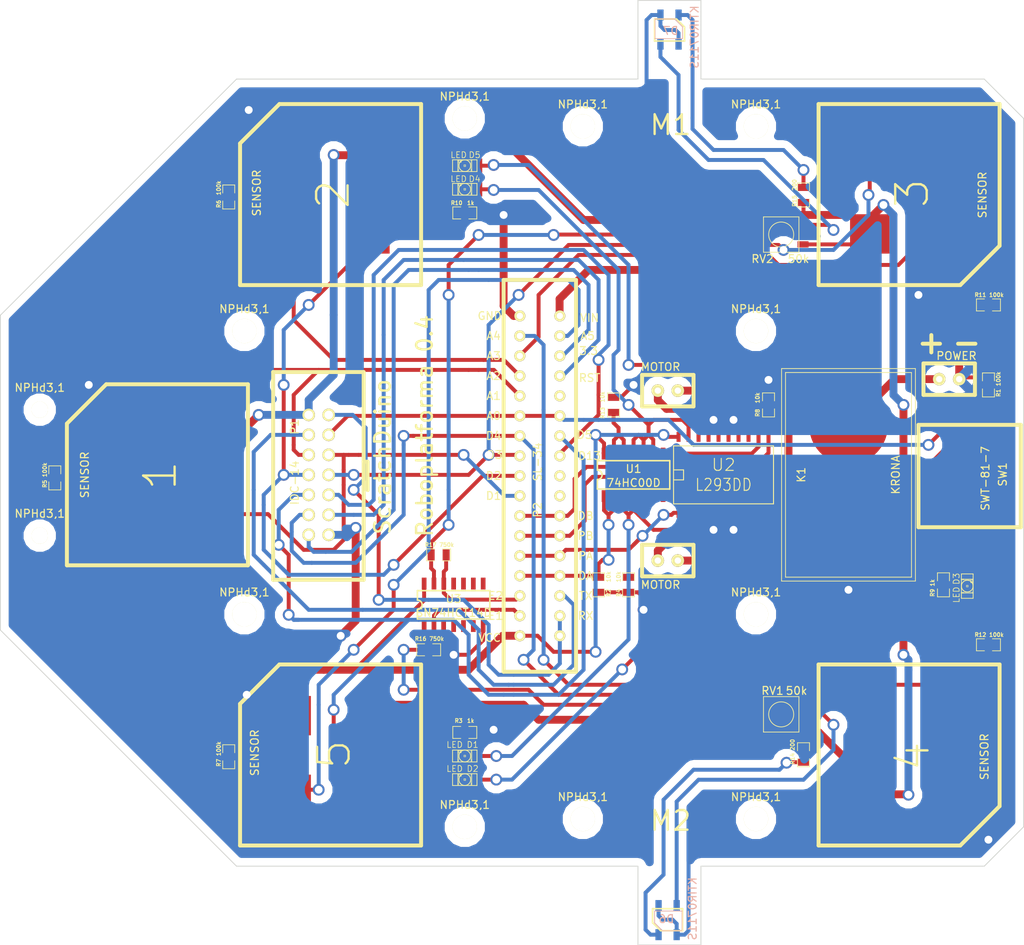
<source format=kicad_pcb>
(kicad_pcb (version 3) (host pcbnew "(2013-may-18)-stable")

  (general
    (links 133)
    (no_connects 2)
    (area 50.949999 20.329 181.140001 141.723)
    (thickness 1.6)
    (drawings 37)
    (tracks 815)
    (zones 0)
    (modules 53)
    (nets 41)
  )

  (page A4)
  (layers
    (15 F.Cu signal)
    (0 B.Cu signal hide)
    (16 B.Adhes user hide)
    (17 F.Adhes user hide)
    (18 B.Paste user hide)
    (19 F.Paste user hide)
    (20 B.SilkS user hide)
    (21 F.SilkS user)
    (22 B.Mask user hide)
    (23 F.Mask user hide)
    (24 Dwgs.User user hide)
    (25 Cmts.User user hide)
    (26 Eco1.User user hide)
    (27 Eco2.User user hide)
    (28 Edge.Cuts user)
  )

  (setup
    (last_trace_width 0.5)
    (user_trace_width 1)
    (trace_clearance 0.25)
    (zone_clearance 1)
    (zone_45_only yes)
    (trace_min 0.25)
    (segment_width 0.2)
    (edge_width 0.1)
    (via_size 1.5)
    (via_drill 1)
    (via_min_size 0.889)
    (via_min_drill 0.508)
    (uvia_size 0.508)
    (uvia_drill 0.127)
    (uvias_allowed no)
    (uvia_min_size 0.508)
    (uvia_min_drill 0.127)
    (pcb_text_width 0.3)
    (pcb_text_size 1.5 1.5)
    (mod_edge_width 0.1)
    (mod_text_size 1 1)
    (mod_text_width 0.15)
    (pad_size 3.1 3.1)
    (pad_drill 3.1)
    (pad_to_mask_clearance 0)
    (aux_axis_origin 0 0)
    (visible_elements 7FFFFFFF)
    (pcbplotparams
      (layerselection 284983297)
      (usegerberextensions false)
      (excludeedgelayer true)
      (linewidth 0.150000)
      (plotframeref false)
      (viasonmask false)
      (mode 1)
      (useauxorigin false)
      (hpglpennumber 1)
      (hpglpenspeed 20)
      (hpglpendiameter 15)
      (hpglpenoverlay 2)
      (psnegative false)
      (psa4output false)
      (plotreference true)
      (plotvalue true)
      (plotothertext true)
      (plotinvisibletext false)
      (padsonsilk false)
      (subtractmaskfromsilk false)
      (outputformat 1)
      (mirror false)
      (drillshape 0)
      (scaleselection 1)
      (outputdirectory PCB/))
  )

  (net 0 "")
  (net 1 A1)
  (net 2 A2)
  (net 3 A3)
  (net 4 A4)
  (net 5 A5)
  (net 6 D1)
  (net 7 D2)
  (net 8 D3)
  (net 9 D4)
  (net 10 D5)
  (net 11 DIR_A)
  (net 12 DIR_B)
  (net 13 ENC1)
  (net 14 ENC2)
  (net 15 GND)
  (net 16 N-0000010)
  (net 17 N-0000011)
  (net 18 N-0000013)
  (net 19 N-0000017)
  (net 20 N-0000020)
  (net 21 N-0000021)
  (net 22 N-0000022)
  (net 23 N-0000023)
  (net 24 N-0000024)
  (net 25 N-0000028)
  (net 26 N-0000029)
  (net 27 N-0000031)
  (net 28 N-0000033)
  (net 29 N-0000034)
  (net 30 N-0000037)
  (net 31 N-0000038)
  (net 32 N-0000039)
  (net 33 N-0000040)
  (net 34 N-0000041)
  (net 35 N-000006)
  (net 36 N-000007)
  (net 37 PWM_A)
  (net 38 PWM_B)
  (net 39 VCC)
  (net 40 V_IN)

  (net_class Default "Это класс цепей по умолчанию."
    (clearance 0.25)
    (trace_width 0.5)
    (via_dia 1.5)
    (via_drill 1)
    (uvia_dia 0.508)
    (uvia_drill 0.127)
    (add_net "")
    (add_net A1)
    (add_net A2)
    (add_net A3)
    (add_net A4)
    (add_net A5)
    (add_net D1)
    (add_net D2)
    (add_net D3)
    (add_net D4)
    (add_net D5)
    (add_net DIR_A)
    (add_net DIR_B)
    (add_net ENC1)
    (add_net ENC2)
    (add_net GND)
    (add_net N-0000010)
    (add_net N-0000011)
    (add_net N-0000013)
    (add_net N-0000017)
    (add_net N-0000020)
    (add_net N-0000021)
    (add_net N-0000022)
    (add_net N-0000023)
    (add_net N-0000024)
    (add_net N-0000028)
    (add_net N-0000029)
    (add_net N-0000031)
    (add_net N-0000033)
    (add_net N-0000034)
    (add_net N-0000037)
    (add_net N-0000038)
    (add_net N-0000039)
    (add_net N-0000040)
    (add_net N-0000041)
    (add_net N-000006)
    (add_net N-000007)
    (add_net PWM_A)
    (add_net PWM_B)
    (add_net VCC)
    (add_net V_IN)
  )

  (module NPHd3,1 (layer F.Cu) (tedit 55DA9F07) (tstamp 5575EAA3)
    (at 147 37)
    (fp_text reference NPHd3,1 (at 0 -2.794) (layer F.SilkS)
      (effects (font (size 1 1) (thickness 0.15)))
    )
    (fp_text value "" (at 0.254 2.794) (layer F.SilkS)
      (effects (font (size 1 1) (thickness 0.15)))
    )
    (pad "" np_thru_hole circle (at 0 0) (size 3.1 3.1) (drill 3.1)
      (layers *.Cu *.Mask F.SilkS)
    )
  )

  (module SOIC-14 (layer F.Cu) (tedit 55BFD491) (tstamp 5575A22A)
    (at 131.445 81.28)
    (descr "module CMS SOJ 14 pins etroit")
    (tags "CMS SOJ")
    (path /554A5189)
    (attr smd)
    (fp_text reference U1 (at 0 -0.762) (layer F.SilkS)
      (effects (font (size 1 1) (thickness 0.15)))
    )
    (fp_text value 74HC00D (at 0 1.016) (layer F.SilkS)
      (effects (font (size 1 1) (thickness 0.15)))
    )
    (fp_line (start -4.6 0.6) (end -4.6 1.8) (layer F.SilkS) (width 0.2))
    (fp_line (start -4.6 -1.8) (end -4.6 -0.6) (layer F.SilkS) (width 0.2))
    (fp_arc (start -4.6 0) (end -4 0) (angle 90) (layer F.SilkS) (width 0.2))
    (fp_arc (start -4.6 0) (end -4.6 -0.6) (angle 90) (layer F.SilkS) (width 0.2))
    (fp_line (start -4.6 -1.8) (end 4.6 -1.8) (layer F.SilkS) (width 0.2))
    (fp_line (start 4.6 -1.8) (end 4.6 1.8) (layer F.SilkS) (width 0.2))
    (fp_line (start 4.6 1.8) (end -4.6 1.8) (layer F.SilkS) (width 0.2))
    (pad 1 smd rect (at -3.75 2.7) (size 0.6 1.5)
      (layers F.Cu F.Paste F.Mask)
      (net 11 DIR_A)
    )
    (pad 2 smd rect (at -2.5 2.7) (size 0.6 1.5)
      (layers F.Cu F.Paste F.Mask)
      (net 11 DIR_A)
    )
    (pad 3 smd rect (at -1.27 2.7) (size 0.6 1.5)
      (layers F.Cu F.Paste F.Mask)
      (net 21 N-0000021)
    )
    (pad 4 smd rect (at 0 2.7) (size 0.6 1.5)
      (layers F.Cu F.Paste F.Mask)
      (net 21 N-0000021)
    )
    (pad 5 smd rect (at 1.25 2.7) (size 0.6 1.5)
      (layers F.Cu F.Paste F.Mask)
      (net 21 N-0000021)
    )
    (pad 6 smd rect (at 2.5 2.7) (size 0.6 1.5)
      (layers F.Cu F.Paste F.Mask)
      (net 27 N-0000031)
    )
    (pad 7 smd rect (at 3.75 2.7) (size 0.6 1.5)
      (layers F.Cu F.Paste F.Mask)
      (net 15 GND)
    )
    (pad 8 smd rect (at 3.75 -2.7) (size 0.6 1.5)
      (layers F.Cu F.Paste F.Mask)
      (net 34 N-0000041)
    )
    (pad 9 smd rect (at 2.5 -2.7) (size 0.6 1.5)
      (layers F.Cu F.Paste F.Mask)
      (net 24 N-0000024)
    )
    (pad 10 smd rect (at 1.25 -2.7) (size 0.6 1.5)
      (layers F.Cu F.Paste F.Mask)
      (net 24 N-0000024)
    )
    (pad 11 smd rect (at 0 -2.7) (size 0.6 1.5)
      (layers F.Cu F.Paste F.Mask)
      (net 24 N-0000024)
    )
    (pad 12 smd rect (at -1.25 -2.7) (size 0.6 1.5)
      (layers F.Cu F.Paste F.Mask)
      (net 12 DIR_B)
    )
    (pad 13 smd rect (at -2.5 -2.7) (size 0.6 1.5)
      (layers F.Cu F.Paste F.Mask)
      (net 12 DIR_B)
    )
    (pad 14 smd rect (at -3.75 -2.7) (size 0.6 1.5)
      (layers F.Cu F.Paste F.Mask)
      (net 39 VCC)
    )
    (model smd/cms_so14.wrl
      (at (xyz 0 0 0))
      (scale (xyz 0.5 0.3 0.5))
      (rotate (xyz 0 0 0))
    )
  )

  (module SO20 (layer F.Cu) (tedit 55BFCB42) (tstamp 55725B20)
    (at 142.875 81.28)
    (descr "Cms SOJ 20 pins large")
    (tags "CMS SOJ")
    (path /55602E9C)
    (attr smd)
    (fp_text reference U2 (at 0 -1.27) (layer F.SilkS)
      (effects (font (size 1.524 1.524) (thickness 0.127)))
    )
    (fp_text value L293DD (at 0 1.27) (layer F.SilkS)
      (effects (font (size 1.524 1.27) (thickness 0.127)))
    )
    (fp_line (start 6.35 3.683) (end 6.35 -3.683) (layer F.SilkS) (width 0.127))
    (fp_line (start -6.35 -3.683) (end -6.35 3.683) (layer F.SilkS) (width 0.127))
    (fp_line (start 6.35 3.683) (end -6.35 3.683) (layer F.SilkS) (width 0.127))
    (fp_line (start -6.35 -3.683) (end 6.35 -3.683) (layer F.SilkS) (width 0.127))
    (fp_line (start -6.35 -0.635) (end -5.08 -0.635) (layer F.SilkS) (width 0.127))
    (fp_line (start -5.08 -0.635) (end -5.08 0.635) (layer F.SilkS) (width 0.127))
    (fp_line (start -5.08 0.635) (end -6.35 0.635) (layer F.SilkS) (width 0.127))
    (pad 11 smd rect (at 5.715 -4.826) (size 0.508 1.27)
      (layers F.Cu F.Paste F.Mask)
      (net 38 PWM_B)
    )
    (pad 12 smd rect (at 4.445 -4.826) (size 0.508 1.27)
      (layers F.Cu F.Paste F.Mask)
      (net 34 N-0000041)
    )
    (pad 13 smd rect (at 3.175 -4.826) (size 0.508 1.27)
      (layers F.Cu F.Paste F.Mask)
      (net 22 N-0000022)
    )
    (pad 14 smd rect (at 1.905 -4.826) (size 0.508 1.27)
      (layers F.Cu F.Paste F.Mask)
      (net 15 GND)
    )
    (pad 15 smd rect (at 0.635 -4.826) (size 0.508 1.27)
      (layers F.Cu F.Paste F.Mask)
      (net 15 GND)
    )
    (pad 16 smd rect (at -0.635 -4.826) (size 0.508 1.27)
      (layers F.Cu F.Paste F.Mask)
      (net 15 GND)
    )
    (pad 17 smd rect (at -1.905 -4.826) (size 0.508 1.27)
      (layers F.Cu F.Paste F.Mask)
      (net 15 GND)
    )
    (pad 18 smd rect (at -3.175 -4.826) (size 0.508 1.27)
      (layers F.Cu F.Paste F.Mask)
      (net 23 N-0000023)
    )
    (pad 19 smd rect (at -4.445 -4.826) (size 0.508 1.27)
      (layers F.Cu F.Paste F.Mask)
      (net 24 N-0000024)
    )
    (pad 20 smd rect (at -5.715 -4.826) (size 0.508 1.27)
      (layers F.Cu F.Paste F.Mask)
      (net 39 VCC)
    )
    (pad 1 smd rect (at -5.715 4.826) (size 0.508 1.27)
      (layers F.Cu F.Paste F.Mask)
      (net 37 PWM_A)
    )
    (pad 2 smd rect (at -4.445 4.826) (size 0.508 1.27)
      (layers F.Cu F.Paste F.Mask)
      (net 21 N-0000021)
    )
    (pad 3 smd rect (at -3.175 4.826) (size 0.508 1.27)
      (layers F.Cu F.Paste F.Mask)
      (net 18 N-0000013)
    )
    (pad 4 smd rect (at -1.905 4.826) (size 0.508 1.27)
      (layers F.Cu F.Paste F.Mask)
      (net 15 GND)
    )
    (pad 5 smd rect (at -0.635 4.826) (size 0.508 1.27)
      (layers F.Cu F.Paste F.Mask)
      (net 15 GND)
    )
    (pad 6 smd rect (at 0.635 4.826) (size 0.508 1.27)
      (layers F.Cu F.Paste F.Mask)
      (net 15 GND)
    )
    (pad 7 smd rect (at 1.905 4.826) (size 0.508 1.27)
      (layers F.Cu F.Paste F.Mask)
      (net 15 GND)
    )
    (pad 8 smd rect (at 3.175 4.826) (size 0.508 1.27)
      (layers F.Cu F.Paste F.Mask)
      (net 20 N-0000020)
    )
    (pad 9 smd rect (at 4.445 4.826) (size 0.508 1.27)
      (layers F.Cu F.Paste F.Mask)
      (net 27 N-0000031)
    )
    (pad 10 smd rect (at 5.715 4.826) (size 0.508 1.27)
      (layers F.Cu F.Paste F.Mask)
      (net 40 V_IN)
    )
    (model smd/cms_so20.wrl
      (at (xyz 0 0 0))
      (scale (xyz 0.5 0.6 0.5))
      (rotate (xyz 0 0 0))
    )
  )

  (module SMD0805 (layer F.Cu) (tedit 55DAA6B0) (tstamp 55725B2C)
    (at 130.81 95.25 90)
    (path /5564B0BE)
    (attr smd)
    (fp_text reference R4 (at -1.016 -1.27 90) (layer F.SilkS)
      (effects (font (size 0.50038 0.50038) (thickness 0.10922)))
    )
    (fp_text value 10k (at 1.016 -1.27 90) (layer F.SilkS)
      (effects (font (size 0.50038 0.50038) (thickness 0.10922)))
    )
    (fp_line (start -0.508 0.762) (end -1.524 0.762) (layer F.SilkS) (width 0.09906))
    (fp_line (start -1.524 0.762) (end -1.524 -0.762) (layer F.SilkS) (width 0.09906))
    (fp_line (start -1.524 -0.762) (end -0.508 -0.762) (layer F.SilkS) (width 0.09906))
    (fp_line (start 0.508 -0.762) (end 1.524 -0.762) (layer F.SilkS) (width 0.09906))
    (fp_line (start 1.524 -0.762) (end 1.524 0.762) (layer F.SilkS) (width 0.09906))
    (fp_line (start 1.524 0.762) (end 0.508 0.762) (layer F.SilkS) (width 0.09906))
    (pad 1 smd rect (at -0.9525 0 90) (size 0.889 1.397)
      (layers F.Cu F.Paste F.Mask)
      (net 15 GND)
    )
    (pad 2 smd rect (at 0.9525 0 90) (size 0.889 1.397)
      (layers F.Cu F.Paste F.Mask)
      (net 37 PWM_A)
    )
    (model smd/chip_cms.wrl
      (at (xyz 0 0 0))
      (scale (xyz 0.1 0.1 0.1))
      (rotate (xyz 0 0 0))
    )
  )

  (module SMD0805 (layer F.Cu) (tedit 55DAA67C) (tstamp 55DBF232)
    (at 80.01 117.094 90)
    (path /55661600)
    (attr smd)
    (fp_text reference R7 (at -0.762 -1.27 90) (layer F.SilkS)
      (effects (font (size 0.50038 0.50038) (thickness 0.10922)))
    )
    (fp_text value 100k (at 1.016 -1.27 90) (layer F.SilkS)
      (effects (font (size 0.50038 0.50038) (thickness 0.10922)))
    )
    (fp_line (start -0.508 0.762) (end -1.524 0.762) (layer F.SilkS) (width 0.09906))
    (fp_line (start -1.524 0.762) (end -1.524 -0.762) (layer F.SilkS) (width 0.09906))
    (fp_line (start -1.524 -0.762) (end -0.508 -0.762) (layer F.SilkS) (width 0.09906))
    (fp_line (start 0.508 -0.762) (end 1.524 -0.762) (layer F.SilkS) (width 0.09906))
    (fp_line (start 1.524 -0.762) (end 1.524 0.762) (layer F.SilkS) (width 0.09906))
    (fp_line (start 1.524 0.762) (end 0.508 0.762) (layer F.SilkS) (width 0.09906))
    (pad 1 smd rect (at -0.9525 0 90) (size 0.889 1.397)
      (layers F.Cu F.Paste F.Mask)
      (net 5 A5)
    )
    (pad 2 smd rect (at 0.9525 0 90) (size 0.889 1.397)
      (layers F.Cu F.Paste F.Mask)
      (net 15 GND)
    )
    (model smd/chip_cms.wrl
      (at (xyz 0 0 0))
      (scale (xyz 0.1 0.1 0.1))
      (rotate (xyz 0 0 0))
    )
  )

  (module SMD0805 (layer F.Cu) (tedit 55DAA675) (tstamp 55C22BC8)
    (at 57.912 81.661 90)
    (path /55661919)
    (attr smd)
    (fp_text reference R5 (at -0.762 -1.27 90) (layer F.SilkS)
      (effects (font (size 0.50038 0.50038) (thickness 0.10922)))
    )
    (fp_text value 100k (at 1.016 -1.27 90) (layer F.SilkS)
      (effects (font (size 0.50038 0.50038) (thickness 0.10922)))
    )
    (fp_line (start -0.508 0.762) (end -1.524 0.762) (layer F.SilkS) (width 0.09906))
    (fp_line (start -1.524 0.762) (end -1.524 -0.762) (layer F.SilkS) (width 0.09906))
    (fp_line (start -1.524 -0.762) (end -0.508 -0.762) (layer F.SilkS) (width 0.09906))
    (fp_line (start 0.508 -0.762) (end 1.524 -0.762) (layer F.SilkS) (width 0.09906))
    (fp_line (start 1.524 -0.762) (end 1.524 0.762) (layer F.SilkS) (width 0.09906))
    (fp_line (start 1.524 0.762) (end 0.508 0.762) (layer F.SilkS) (width 0.09906))
    (pad 1 smd rect (at -0.9525 0 90) (size 0.889 1.397)
      (layers F.Cu F.Paste F.Mask)
      (net 1 A1)
    )
    (pad 2 smd rect (at 0.9525 0 90) (size 0.889 1.397)
      (layers F.Cu F.Paste F.Mask)
      (net 15 GND)
    )
    (model smd/chip_cms.wrl
      (at (xyz 0 0 0))
      (scale (xyz 0.1 0.1 0.1))
      (rotate (xyz 0 0 0))
    )
  )

  (module SMD0805 (layer F.Cu) (tedit 55DAA66F) (tstamp 55725B50)
    (at 80.01 45.974 90)
    (path /55661941)
    (attr smd)
    (fp_text reference R6 (at -0.889 -1.27 90) (layer F.SilkS)
      (effects (font (size 0.50038 0.50038) (thickness 0.10922)))
    )
    (fp_text value 100k (at 1.143 -1.27 90) (layer F.SilkS)
      (effects (font (size 0.50038 0.50038) (thickness 0.10922)))
    )
    (fp_line (start -0.508 0.762) (end -1.524 0.762) (layer F.SilkS) (width 0.09906))
    (fp_line (start -1.524 0.762) (end -1.524 -0.762) (layer F.SilkS) (width 0.09906))
    (fp_line (start -1.524 -0.762) (end -0.508 -0.762) (layer F.SilkS) (width 0.09906))
    (fp_line (start 0.508 -0.762) (end 1.524 -0.762) (layer F.SilkS) (width 0.09906))
    (fp_line (start 1.524 -0.762) (end 1.524 0.762) (layer F.SilkS) (width 0.09906))
    (fp_line (start 1.524 0.762) (end 0.508 0.762) (layer F.SilkS) (width 0.09906))
    (pad 1 smd rect (at -0.9525 0 90) (size 0.889 1.397)
      (layers F.Cu F.Paste F.Mask)
      (net 2 A2)
    )
    (pad 2 smd rect (at 0.9525 0 90) (size 0.889 1.397)
      (layers F.Cu F.Paste F.Mask)
      (net 15 GND)
    )
    (model smd/chip_cms.wrl
      (at (xyz 0 0 0))
      (scale (xyz 0.1 0.1 0.1))
      (rotate (xyz 0 0 0))
    )
  )

  (module SMD0805 (layer F.Cu) (tedit 55F583DD) (tstamp 55725B5C)
    (at 148.59 72.39 90)
    (path /5564BA9B)
    (attr smd)
    (fp_text reference R8 (at -1.016 -1.397 90) (layer F.SilkS)
      (effects (font (size 0.50038 0.50038) (thickness 0.10922)))
    )
    (fp_text value 10k (at 0.889 -1.397 90) (layer F.SilkS)
      (effects (font (size 0.50038 0.50038) (thickness 0.10922)))
    )
    (fp_line (start -0.508 0.762) (end -1.524 0.762) (layer F.SilkS) (width 0.09906))
    (fp_line (start -1.524 0.762) (end -1.524 -0.762) (layer F.SilkS) (width 0.09906))
    (fp_line (start -1.524 -0.762) (end -0.508 -0.762) (layer F.SilkS) (width 0.09906))
    (fp_line (start 0.508 -0.762) (end 1.524 -0.762) (layer F.SilkS) (width 0.09906))
    (fp_line (start 1.524 -0.762) (end 1.524 0.762) (layer F.SilkS) (width 0.09906))
    (fp_line (start 1.524 0.762) (end 0.508 0.762) (layer F.SilkS) (width 0.09906))
    (pad 1 smd rect (at -0.9525 0 90) (size 0.889 1.397)
      (layers F.Cu F.Paste F.Mask)
      (net 38 PWM_B)
    )
    (pad 2 smd rect (at 0.9525 0 90) (size 0.889 1.397)
      (layers F.Cu F.Paste F.Mask)
      (net 15 GND)
    )
    (model smd/chip_cms.wrl
      (at (xyz 0 0 0))
      (scale (xyz 0.1 0.1 0.1))
      (rotate (xyz 0 0 0))
    )
  )

  (module SMD0805 (layer F.Cu) (tedit 55DAA6A3) (tstamp 55725B68)
    (at 128.905 72.39 90)
    (path /5564BA85)
    (attr smd)
    (fp_text reference R13 (at -1.016 -1.397 90) (layer F.SilkS)
      (effects (font (size 0.50038 0.50038) (thickness 0.10922)))
    )
    (fp_text value 10k (at 1.016 -1.397 90) (layer F.SilkS)
      (effects (font (size 0.50038 0.50038) (thickness 0.10922)))
    )
    (fp_line (start -0.508 0.762) (end -1.524 0.762) (layer F.SilkS) (width 0.09906))
    (fp_line (start -1.524 0.762) (end -1.524 -0.762) (layer F.SilkS) (width 0.09906))
    (fp_line (start -1.524 -0.762) (end -0.508 -0.762) (layer F.SilkS) (width 0.09906))
    (fp_line (start 0.508 -0.762) (end 1.524 -0.762) (layer F.SilkS) (width 0.09906))
    (fp_line (start 1.524 -0.762) (end 1.524 0.762) (layer F.SilkS) (width 0.09906))
    (fp_line (start 1.524 0.762) (end 0.508 0.762) (layer F.SilkS) (width 0.09906))
    (pad 1 smd rect (at -0.9525 0 90) (size 0.889 1.397)
      (layers F.Cu F.Paste F.Mask)
      (net 12 DIR_B)
    )
    (pad 2 smd rect (at 0.9525 0 90) (size 0.889 1.397)
      (layers F.Cu F.Paste F.Mask)
      (net 15 GND)
    )
    (model smd/chip_cms.wrl
      (at (xyz 0 0 0))
      (scale (xyz 0.1 0.1 0.1))
      (rotate (xyz 0 0 0))
    )
  )

  (module SMD0805 (layer F.Cu) (tedit 55DAA667) (tstamp 55725B74)
    (at 110 48 180)
    (path /5564B6B2)
    (attr smd)
    (fp_text reference R10 (at 1.034 1.264 180) (layer F.SilkS)
      (effects (font (size 0.50038 0.50038) (thickness 0.10922)))
    )
    (fp_text value 1k (at -0.744 1.264 180) (layer F.SilkS)
      (effects (font (size 0.50038 0.50038) (thickness 0.10922)))
    )
    (fp_line (start -0.508 0.762) (end -1.524 0.762) (layer F.SilkS) (width 0.09906))
    (fp_line (start -1.524 0.762) (end -1.524 -0.762) (layer F.SilkS) (width 0.09906))
    (fp_line (start -1.524 -0.762) (end -0.508 -0.762) (layer F.SilkS) (width 0.09906))
    (fp_line (start 0.508 -0.762) (end 1.524 -0.762) (layer F.SilkS) (width 0.09906))
    (fp_line (start 1.524 -0.762) (end 1.524 0.762) (layer F.SilkS) (width 0.09906))
    (fp_line (start 1.524 0.762) (end 0.508 0.762) (layer F.SilkS) (width 0.09906))
    (pad 1 smd rect (at -0.9525 0 180) (size 0.889 1.397)
      (layers F.Cu F.Paste F.Mask)
      (net 15 GND)
    )
    (pad 2 smd rect (at 0.9525 0 180) (size 0.889 1.397)
      (layers F.Cu F.Paste F.Mask)
      (net 33 N-0000040)
    )
    (model smd/chip_cms.wrl
      (at (xyz 0 0 0))
      (scale (xyz 0.1 0.1 0.1))
      (rotate (xyz 0 0 0))
    )
  )

  (module SMD0805 (layer F.Cu) (tedit 55DAA647) (tstamp 55725B80)
    (at 176.53 59.69 180)
    (path /55661969)
    (attr smd)
    (fp_text reference R11 (at 1.016 1.27 180) (layer F.SilkS)
      (effects (font (size 0.50038 0.50038) (thickness 0.10922)))
    )
    (fp_text value 100k (at -1.016 1.27 180) (layer F.SilkS)
      (effects (font (size 0.50038 0.50038) (thickness 0.10922)))
    )
    (fp_line (start -0.508 0.762) (end -1.524 0.762) (layer F.SilkS) (width 0.09906))
    (fp_line (start -1.524 0.762) (end -1.524 -0.762) (layer F.SilkS) (width 0.09906))
    (fp_line (start -1.524 -0.762) (end -0.508 -0.762) (layer F.SilkS) (width 0.09906))
    (fp_line (start 0.508 -0.762) (end 1.524 -0.762) (layer F.SilkS) (width 0.09906))
    (fp_line (start 1.524 -0.762) (end 1.524 0.762) (layer F.SilkS) (width 0.09906))
    (fp_line (start 1.524 0.762) (end 0.508 0.762) (layer F.SilkS) (width 0.09906))
    (pad 1 smd rect (at -0.9525 0 180) (size 0.889 1.397)
      (layers F.Cu F.Paste F.Mask)
      (net 3 A3)
    )
    (pad 2 smd rect (at 0.9525 0 180) (size 0.889 1.397)
      (layers F.Cu F.Paste F.Mask)
      (net 15 GND)
    )
    (model smd/chip_cms.wrl
      (at (xyz 0 0 0))
      (scale (xyz 0.1 0.1 0.1))
      (rotate (xyz 0 0 0))
    )
  )

  (module SMD0805 (layer F.Cu) (tedit 55DAA6AB) (tstamp 55725B8C)
    (at 127 95.25 270)
    (path /5564AFCD)
    (attr smd)
    (fp_text reference R2 (at 1.016 -1.27 270) (layer F.SilkS)
      (effects (font (size 0.50038 0.50038) (thickness 0.10922)))
    )
    (fp_text value 10k (at -1.016 -1.27 270) (layer F.SilkS)
      (effects (font (size 0.50038 0.50038) (thickness 0.10922)))
    )
    (fp_line (start -0.508 0.762) (end -1.524 0.762) (layer F.SilkS) (width 0.09906))
    (fp_line (start -1.524 0.762) (end -1.524 -0.762) (layer F.SilkS) (width 0.09906))
    (fp_line (start -1.524 -0.762) (end -0.508 -0.762) (layer F.SilkS) (width 0.09906))
    (fp_line (start 0.508 -0.762) (end 1.524 -0.762) (layer F.SilkS) (width 0.09906))
    (fp_line (start 1.524 -0.762) (end 1.524 0.762) (layer F.SilkS) (width 0.09906))
    (fp_line (start 1.524 0.762) (end 0.508 0.762) (layer F.SilkS) (width 0.09906))
    (pad 1 smd rect (at -0.9525 0 270) (size 0.889 1.397)
      (layers F.Cu F.Paste F.Mask)
      (net 11 DIR_A)
    )
    (pad 2 smd rect (at 0.9525 0 270) (size 0.889 1.397)
      (layers F.Cu F.Paste F.Mask)
      (net 15 GND)
    )
    (model smd/chip_cms.wrl
      (at (xyz 0 0 0))
      (scale (xyz 0.1 0.1 0.1))
      (rotate (xyz 0 0 0))
    )
  )

  (module SMD0805 (layer F.Cu) (tedit 55DAA604) (tstamp 55725B98)
    (at 110 114 180)
    (path /5564ACB5)
    (attr smd)
    (fp_text reference R3 (at 0.78 1.478 180) (layer F.SilkS)
      (effects (font (size 0.50038 0.50038) (thickness 0.10922)))
    )
    (fp_text value 1k (at -0.744 1.478 180) (layer F.SilkS)
      (effects (font (size 0.50038 0.50038) (thickness 0.10922)))
    )
    (fp_line (start -0.508 0.762) (end -1.524 0.762) (layer F.SilkS) (width 0.09906))
    (fp_line (start -1.524 0.762) (end -1.524 -0.762) (layer F.SilkS) (width 0.09906))
    (fp_line (start -1.524 -0.762) (end -0.508 -0.762) (layer F.SilkS) (width 0.09906))
    (fp_line (start 0.508 -0.762) (end 1.524 -0.762) (layer F.SilkS) (width 0.09906))
    (fp_line (start 1.524 -0.762) (end 1.524 0.762) (layer F.SilkS) (width 0.09906))
    (fp_line (start 1.524 0.762) (end 0.508 0.762) (layer F.SilkS) (width 0.09906))
    (pad 1 smd rect (at -0.9525 0 180) (size 0.889 1.397)
      (layers F.Cu F.Paste F.Mask)
      (net 15 GND)
    )
    (pad 2 smd rect (at 0.9525 0 180) (size 0.889 1.397)
      (layers F.Cu F.Paste F.Mask)
      (net 32 N-0000039)
    )
    (model smd/chip_cms.wrl
      (at (xyz 0 0 0))
      (scale (xyz 0.1 0.1 0.1))
      (rotate (xyz 0 0 0))
    )
  )

  (module SMD0805 (layer F.Cu) (tedit 55DAA635) (tstamp 55725BA4)
    (at 176.53 102.87)
    (path /55661991)
    (attr smd)
    (fp_text reference R12 (at -1.016 -1.27) (layer F.SilkS)
      (effects (font (size 0.50038 0.50038) (thickness 0.10922)))
    )
    (fp_text value 100k (at 1.016 -1.27) (layer F.SilkS)
      (effects (font (size 0.50038 0.50038) (thickness 0.10922)))
    )
    (fp_line (start -0.508 0.762) (end -1.524 0.762) (layer F.SilkS) (width 0.09906))
    (fp_line (start -1.524 0.762) (end -1.524 -0.762) (layer F.SilkS) (width 0.09906))
    (fp_line (start -1.524 -0.762) (end -0.508 -0.762) (layer F.SilkS) (width 0.09906))
    (fp_line (start 0.508 -0.762) (end 1.524 -0.762) (layer F.SilkS) (width 0.09906))
    (fp_line (start 1.524 -0.762) (end 1.524 0.762) (layer F.SilkS) (width 0.09906))
    (fp_line (start 1.524 0.762) (end 0.508 0.762) (layer F.SilkS) (width 0.09906))
    (pad 1 smd rect (at -0.9525 0) (size 0.889 1.397)
      (layers F.Cu F.Paste F.Mask)
      (net 4 A4)
    )
    (pad 2 smd rect (at 0.9525 0) (size 0.889 1.397)
      (layers F.Cu F.Paste F.Mask)
      (net 15 GND)
    )
    (model smd/chip_cms.wrl
      (at (xyz 0 0 0))
      (scale (xyz 0.1 0.1 0.1))
      (rotate (xyz 0 0 0))
    )
  )

  (module SMD0805 (layer F.Cu) (tedit 55DAA624) (tstamp 5575C428)
    (at 170.815 95.25 270)
    (path /556623EC)
    (attr smd)
    (fp_text reference R9 (at 1.016 1.397 270) (layer F.SilkS)
      (effects (font (size 0.50038 0.50038) (thickness 0.10922)))
    )
    (fp_text value 1k (at -0.254 1.397 270) (layer F.SilkS)
      (effects (font (size 0.50038 0.50038) (thickness 0.10922)))
    )
    (fp_line (start -0.508 0.762) (end -1.524 0.762) (layer F.SilkS) (width 0.09906))
    (fp_line (start -1.524 0.762) (end -1.524 -0.762) (layer F.SilkS) (width 0.09906))
    (fp_line (start -1.524 -0.762) (end -0.508 -0.762) (layer F.SilkS) (width 0.09906))
    (fp_line (start 0.508 -0.762) (end 1.524 -0.762) (layer F.SilkS) (width 0.09906))
    (fp_line (start 1.524 -0.762) (end 1.524 0.762) (layer F.SilkS) (width 0.09906))
    (fp_line (start 1.524 0.762) (end 0.508 0.762) (layer F.SilkS) (width 0.09906))
    (pad 1 smd rect (at -0.9525 0 270) (size 0.889 1.397)
      (layers F.Cu F.Paste F.Mask)
      (net 39 VCC)
    )
    (pad 2 smd rect (at 0.9525 0 270) (size 0.889 1.397)
      (layers F.Cu F.Paste F.Mask)
      (net 29 N-0000034)
    )
    (model smd/chip_cms.wrl
      (at (xyz 0 0 0))
      (scale (xyz 0.1 0.1 0.1))
      (rotate (xyz 0 0 0))
    )
  )

  (module SMD0805 (layer F.Cu) (tedit 55DAA640) (tstamp 5575A853)
    (at 176.53 69.85 90)
    (path /55C0D4AE)
    (attr smd)
    (fp_text reference R1 (at -1.016 1.27 90) (layer F.SilkS)
      (effects (font (size 0.50038 0.50038) (thickness 0.10922)))
    )
    (fp_text value 100k (at 0.762 1.27 90) (layer F.SilkS)
      (effects (font (size 0.50038 0.50038) (thickness 0.10922)))
    )
    (fp_line (start -0.508 0.762) (end -1.524 0.762) (layer F.SilkS) (width 0.09906))
    (fp_line (start -1.524 0.762) (end -1.524 -0.762) (layer F.SilkS) (width 0.09906))
    (fp_line (start -1.524 -0.762) (end -0.508 -0.762) (layer F.SilkS) (width 0.09906))
    (fp_line (start 0.508 -0.762) (end 1.524 -0.762) (layer F.SilkS) (width 0.09906))
    (fp_line (start 1.524 -0.762) (end 1.524 0.762) (layer F.SilkS) (width 0.09906))
    (fp_line (start 1.524 0.762) (end 0.508 0.762) (layer F.SilkS) (width 0.09906))
    (pad 1 smd rect (at -0.9525 0 90) (size 0.889 1.397)
      (layers F.Cu F.Paste F.Mask)
      (net 19 N-0000017)
    )
    (pad 2 smd rect (at 0.9525 0 90) (size 0.889 1.397)
      (layers F.Cu F.Paste F.Mask)
      (net 15 GND)
    )
    (model smd/chip_cms.wrl
      (at (xyz 0 0 0))
      (scale (xyz 0.1 0.1 0.1))
      (rotate (xyz 0 0 0))
    )
  )

  (module MOTOR (layer F.Cu) (tedit 55DAA6FF) (tstamp 55725C3E)
    (at 139.065 68.58 180)
    (path /5564BCDB)
    (solder_mask_margin 0.1)
    (fp_text reference P12 (at -0.381 1.016 180) (layer F.SilkS) hide
      (effects (font (size 1 1) (thickness 0.15)))
    )
    (fp_text value MOTOR (at 4.191 1.016 180) (layer F.SilkS)
      (effects (font (size 1 1) (thickness 0.15)))
    )
    (fp_line (start 0 0) (end 0 -4) (layer F.SilkS) (width 0.5))
    (fp_line (start 0 -4) (end 6.54 -4) (layer F.SilkS) (width 0.5))
    (fp_line (start 6.54 -4) (end 6.54 0) (layer F.SilkS) (width 0.5))
    (fp_line (start 6.54 0) (end 0 0) (layer F.SilkS) (width 0.5))
    (pad 1 thru_hole circle (at 2 -2 180) (size 1.6 1.6) (drill 0.8)
      (layers *.Cu *.Mask F.SilkS)
      (net 22 N-0000022)
      (solder_mask_margin 0.1)
    )
    (pad 2 thru_hole circle (at 4.54 -2 180) (size 1.6 1.6) (drill 0.8)
      (layers *.Cu *.Mask F.SilkS)
      (net 23 N-0000023)
    )
  )

  (module MOTOR (layer F.Cu) (tedit 55DAA70A) (tstamp 55DAF196)
    (at 139.065 90.17 180)
    (path /5564BCA5)
    (solder_mask_margin 0.1)
    (fp_text reference P3 (at 0.381 -5.08 180) (layer F.SilkS) hide
      (effects (font (size 1 1) (thickness 0.15)))
    )
    (fp_text value MOTOR (at 4.191 -5.08 180) (layer F.SilkS)
      (effects (font (size 1 1) (thickness 0.15)))
    )
    (fp_line (start 0 0) (end 0 -4) (layer F.SilkS) (width 0.5))
    (fp_line (start 0 -4) (end 6.54 -4) (layer F.SilkS) (width 0.5))
    (fp_line (start 6.54 -4) (end 6.54 0) (layer F.SilkS) (width 0.5))
    (fp_line (start 6.54 0) (end 0 0) (layer F.SilkS) (width 0.5))
    (pad 1 thru_hole circle (at 2 -2 180) (size 1.6 1.6) (drill 0.8)
      (layers *.Cu *.Mask F.SilkS)
      (net 20 N-0000020)
      (solder_mask_margin 0.1)
    )
    (pad 2 thru_hole circle (at 4.54 -2 180) (size 1.6 1.6) (drill 0.8)
      (layers *.Cu *.Mask F.SilkS)
      (net 18 N-0000013)
    )
  )

  (module LED-1206 (layer F.Cu) (tedit 55DAA65C) (tstamp 55D76363)
    (at 110 42 180)
    (descr "LED 1206 smd package")
    (tags "LED1206 SMD")
    (path /5564B6AC)
    (attr smd)
    (fp_text reference D5 (at -1.252 1.36 180) (layer F.SilkS)
      (effects (font (size 0.762 0.762) (thickness 0.0889)))
    )
    (fp_text value LED (at 0.78 1.36 180) (layer F.SilkS)
      (effects (font (size 0.762 0.762) (thickness 0.0889)))
    )
    (fp_line (start -0.09906 0.09906) (end 0.09906 0.09906) (layer F.SilkS) (width 0.06604))
    (fp_line (start 0.09906 0.09906) (end 0.09906 -0.09906) (layer F.SilkS) (width 0.06604))
    (fp_line (start -0.09906 -0.09906) (end 0.09906 -0.09906) (layer F.SilkS) (width 0.06604))
    (fp_line (start -0.09906 0.09906) (end -0.09906 -0.09906) (layer F.SilkS) (width 0.06604))
    (fp_line (start 0.44958 0.6985) (end 0.79756 0.6985) (layer F.SilkS) (width 0.06604))
    (fp_line (start 0.79756 0.6985) (end 0.79756 0.44958) (layer F.SilkS) (width 0.06604))
    (fp_line (start 0.44958 0.44958) (end 0.79756 0.44958) (layer F.SilkS) (width 0.06604))
    (fp_line (start 0.44958 0.6985) (end 0.44958 0.44958) (layer F.SilkS) (width 0.06604))
    (fp_line (start 0.79756 0.6985) (end 0.89916 0.6985) (layer F.SilkS) (width 0.06604))
    (fp_line (start 0.89916 0.6985) (end 0.89916 -0.49784) (layer F.SilkS) (width 0.06604))
    (fp_line (start 0.79756 -0.49784) (end 0.89916 -0.49784) (layer F.SilkS) (width 0.06604))
    (fp_line (start 0.79756 0.6985) (end 0.79756 -0.49784) (layer F.SilkS) (width 0.06604))
    (fp_line (start 0.79756 -0.54864) (end 0.89916 -0.54864) (layer F.SilkS) (width 0.06604))
    (fp_line (start 0.89916 -0.54864) (end 0.89916 -0.6985) (layer F.SilkS) (width 0.06604))
    (fp_line (start 0.79756 -0.6985) (end 0.89916 -0.6985) (layer F.SilkS) (width 0.06604))
    (fp_line (start 0.79756 -0.54864) (end 0.79756 -0.6985) (layer F.SilkS) (width 0.06604))
    (fp_line (start -0.89916 0.6985) (end -0.79756 0.6985) (layer F.SilkS) (width 0.06604))
    (fp_line (start -0.79756 0.6985) (end -0.79756 -0.49784) (layer F.SilkS) (width 0.06604))
    (fp_line (start -0.89916 -0.49784) (end -0.79756 -0.49784) (layer F.SilkS) (width 0.06604))
    (fp_line (start -0.89916 0.6985) (end -0.89916 -0.49784) (layer F.SilkS) (width 0.06604))
    (fp_line (start -0.89916 -0.54864) (end -0.79756 -0.54864) (layer F.SilkS) (width 0.06604))
    (fp_line (start -0.79756 -0.54864) (end -0.79756 -0.6985) (layer F.SilkS) (width 0.06604))
    (fp_line (start -0.89916 -0.6985) (end -0.79756 -0.6985) (layer F.SilkS) (width 0.06604))
    (fp_line (start -0.89916 -0.54864) (end -0.89916 -0.6985) (layer F.SilkS) (width 0.06604))
    (fp_line (start 0.44958 0.6985) (end 0.59944 0.6985) (layer F.SilkS) (width 0.06604))
    (fp_line (start 0.59944 0.6985) (end 0.59944 0.44958) (layer F.SilkS) (width 0.06604))
    (fp_line (start 0.44958 0.44958) (end 0.59944 0.44958) (layer F.SilkS) (width 0.06604))
    (fp_line (start 0.44958 0.6985) (end 0.44958 0.44958) (layer F.SilkS) (width 0.06604))
    (fp_line (start 1.5494 0.7493) (end -1.5494 0.7493) (layer F.SilkS) (width 0.1016))
    (fp_line (start -1.5494 0.7493) (end -1.5494 -0.7493) (layer F.SilkS) (width 0.1016))
    (fp_line (start -1.5494 -0.7493) (end 1.5494 -0.7493) (layer F.SilkS) (width 0.1016))
    (fp_line (start 1.5494 -0.7493) (end 1.5494 0.7493) (layer F.SilkS) (width 0.1016))
    (fp_arc (start 0 0) (end 0.54864 0.49784) (angle 95.4) (layer F.SilkS) (width 0.1016))
    (fp_arc (start 0 0) (end -0.54864 0.49784) (angle 84.5) (layer F.SilkS) (width 0.1016))
    (fp_arc (start 0 0) (end -0.54864 -0.49784) (angle 95.4) (layer F.SilkS) (width 0.1016))
    (fp_arc (start 0 0) (end 0.54864 -0.49784) (angle 84.5) (layer F.SilkS) (width 0.1016))
    (pad 1 smd rect (at -1.41986 0 180) (size 1.59766 1.80086)
      (layers F.Cu F.Paste F.Mask)
      (net 34 N-0000041)
    )
    (pad 2 smd rect (at 1.41986 0 180) (size 1.59766 1.80086)
      (layers F.Cu F.Paste F.Mask)
      (net 33 N-0000040)
    )
  )

  (module LED-1206 (layer F.Cu) (tedit 55DAA663) (tstamp 55725C9C)
    (at 110 45 180)
    (descr "LED 1206 smd package")
    (tags "LED1206 SMD")
    (path /5564B6A6)
    (attr smd)
    (fp_text reference D4 (at -1.252 1.312 180) (layer F.SilkS)
      (effects (font (size 0.762 0.762) (thickness 0.0889)))
    )
    (fp_text value LED (at 0.78 1.312 180) (layer F.SilkS)
      (effects (font (size 0.762 0.762) (thickness 0.0889)))
    )
    (fp_line (start -0.09906 0.09906) (end 0.09906 0.09906) (layer F.SilkS) (width 0.06604))
    (fp_line (start 0.09906 0.09906) (end 0.09906 -0.09906) (layer F.SilkS) (width 0.06604))
    (fp_line (start -0.09906 -0.09906) (end 0.09906 -0.09906) (layer F.SilkS) (width 0.06604))
    (fp_line (start -0.09906 0.09906) (end -0.09906 -0.09906) (layer F.SilkS) (width 0.06604))
    (fp_line (start 0.44958 0.6985) (end 0.79756 0.6985) (layer F.SilkS) (width 0.06604))
    (fp_line (start 0.79756 0.6985) (end 0.79756 0.44958) (layer F.SilkS) (width 0.06604))
    (fp_line (start 0.44958 0.44958) (end 0.79756 0.44958) (layer F.SilkS) (width 0.06604))
    (fp_line (start 0.44958 0.6985) (end 0.44958 0.44958) (layer F.SilkS) (width 0.06604))
    (fp_line (start 0.79756 0.6985) (end 0.89916 0.6985) (layer F.SilkS) (width 0.06604))
    (fp_line (start 0.89916 0.6985) (end 0.89916 -0.49784) (layer F.SilkS) (width 0.06604))
    (fp_line (start 0.79756 -0.49784) (end 0.89916 -0.49784) (layer F.SilkS) (width 0.06604))
    (fp_line (start 0.79756 0.6985) (end 0.79756 -0.49784) (layer F.SilkS) (width 0.06604))
    (fp_line (start 0.79756 -0.54864) (end 0.89916 -0.54864) (layer F.SilkS) (width 0.06604))
    (fp_line (start 0.89916 -0.54864) (end 0.89916 -0.6985) (layer F.SilkS) (width 0.06604))
    (fp_line (start 0.79756 -0.6985) (end 0.89916 -0.6985) (layer F.SilkS) (width 0.06604))
    (fp_line (start 0.79756 -0.54864) (end 0.79756 -0.6985) (layer F.SilkS) (width 0.06604))
    (fp_line (start -0.89916 0.6985) (end -0.79756 0.6985) (layer F.SilkS) (width 0.06604))
    (fp_line (start -0.79756 0.6985) (end -0.79756 -0.49784) (layer F.SilkS) (width 0.06604))
    (fp_line (start -0.89916 -0.49784) (end -0.79756 -0.49784) (layer F.SilkS) (width 0.06604))
    (fp_line (start -0.89916 0.6985) (end -0.89916 -0.49784) (layer F.SilkS) (width 0.06604))
    (fp_line (start -0.89916 -0.54864) (end -0.79756 -0.54864) (layer F.SilkS) (width 0.06604))
    (fp_line (start -0.79756 -0.54864) (end -0.79756 -0.6985) (layer F.SilkS) (width 0.06604))
    (fp_line (start -0.89916 -0.6985) (end -0.79756 -0.6985) (layer F.SilkS) (width 0.06604))
    (fp_line (start -0.89916 -0.54864) (end -0.89916 -0.6985) (layer F.SilkS) (width 0.06604))
    (fp_line (start 0.44958 0.6985) (end 0.59944 0.6985) (layer F.SilkS) (width 0.06604))
    (fp_line (start 0.59944 0.6985) (end 0.59944 0.44958) (layer F.SilkS) (width 0.06604))
    (fp_line (start 0.44958 0.44958) (end 0.59944 0.44958) (layer F.SilkS) (width 0.06604))
    (fp_line (start 0.44958 0.6985) (end 0.44958 0.44958) (layer F.SilkS) (width 0.06604))
    (fp_line (start 1.5494 0.7493) (end -1.5494 0.7493) (layer F.SilkS) (width 0.1016))
    (fp_line (start -1.5494 0.7493) (end -1.5494 -0.7493) (layer F.SilkS) (width 0.1016))
    (fp_line (start -1.5494 -0.7493) (end 1.5494 -0.7493) (layer F.SilkS) (width 0.1016))
    (fp_line (start 1.5494 -0.7493) (end 1.5494 0.7493) (layer F.SilkS) (width 0.1016))
    (fp_arc (start 0 0) (end 0.54864 0.49784) (angle 95.4) (layer F.SilkS) (width 0.1016))
    (fp_arc (start 0 0) (end -0.54864 0.49784) (angle 84.5) (layer F.SilkS) (width 0.1016))
    (fp_arc (start 0 0) (end -0.54864 -0.49784) (angle 95.4) (layer F.SilkS) (width 0.1016))
    (fp_arc (start 0 0) (end 0.54864 -0.49784) (angle 84.5) (layer F.SilkS) (width 0.1016))
    (pad 1 smd rect (at -1.41986 0 180) (size 1.59766 1.80086)
      (layers F.Cu F.Paste F.Mask)
      (net 24 N-0000024)
    )
    (pad 2 smd rect (at 1.41986 0 180) (size 1.59766 1.80086)
      (layers F.Cu F.Paste F.Mask)
      (net 33 N-0000040)
    )
  )

  (module LED-1206 (layer F.Cu) (tedit 55DAA6BF) (tstamp 55725CC6)
    (at 110 120 180)
    (descr "LED 1206 smd package")
    (tags "LED1206 SMD")
    (path /5564ABF2)
    (attr smd)
    (fp_text reference D2 (at -0.998 1.382 180) (layer F.SilkS)
      (effects (font (size 0.762 0.762) (thickness 0.0889)))
    )
    (fp_text value LED (at 1.288 1.382 180) (layer F.SilkS)
      (effects (font (size 0.762 0.762) (thickness 0.0889)))
    )
    (fp_line (start -0.09906 0.09906) (end 0.09906 0.09906) (layer F.SilkS) (width 0.06604))
    (fp_line (start 0.09906 0.09906) (end 0.09906 -0.09906) (layer F.SilkS) (width 0.06604))
    (fp_line (start -0.09906 -0.09906) (end 0.09906 -0.09906) (layer F.SilkS) (width 0.06604))
    (fp_line (start -0.09906 0.09906) (end -0.09906 -0.09906) (layer F.SilkS) (width 0.06604))
    (fp_line (start 0.44958 0.6985) (end 0.79756 0.6985) (layer F.SilkS) (width 0.06604))
    (fp_line (start 0.79756 0.6985) (end 0.79756 0.44958) (layer F.SilkS) (width 0.06604))
    (fp_line (start 0.44958 0.44958) (end 0.79756 0.44958) (layer F.SilkS) (width 0.06604))
    (fp_line (start 0.44958 0.6985) (end 0.44958 0.44958) (layer F.SilkS) (width 0.06604))
    (fp_line (start 0.79756 0.6985) (end 0.89916 0.6985) (layer F.SilkS) (width 0.06604))
    (fp_line (start 0.89916 0.6985) (end 0.89916 -0.49784) (layer F.SilkS) (width 0.06604))
    (fp_line (start 0.79756 -0.49784) (end 0.89916 -0.49784) (layer F.SilkS) (width 0.06604))
    (fp_line (start 0.79756 0.6985) (end 0.79756 -0.49784) (layer F.SilkS) (width 0.06604))
    (fp_line (start 0.79756 -0.54864) (end 0.89916 -0.54864) (layer F.SilkS) (width 0.06604))
    (fp_line (start 0.89916 -0.54864) (end 0.89916 -0.6985) (layer F.SilkS) (width 0.06604))
    (fp_line (start 0.79756 -0.6985) (end 0.89916 -0.6985) (layer F.SilkS) (width 0.06604))
    (fp_line (start 0.79756 -0.54864) (end 0.79756 -0.6985) (layer F.SilkS) (width 0.06604))
    (fp_line (start -0.89916 0.6985) (end -0.79756 0.6985) (layer F.SilkS) (width 0.06604))
    (fp_line (start -0.79756 0.6985) (end -0.79756 -0.49784) (layer F.SilkS) (width 0.06604))
    (fp_line (start -0.89916 -0.49784) (end -0.79756 -0.49784) (layer F.SilkS) (width 0.06604))
    (fp_line (start -0.89916 0.6985) (end -0.89916 -0.49784) (layer F.SilkS) (width 0.06604))
    (fp_line (start -0.89916 -0.54864) (end -0.79756 -0.54864) (layer F.SilkS) (width 0.06604))
    (fp_line (start -0.79756 -0.54864) (end -0.79756 -0.6985) (layer F.SilkS) (width 0.06604))
    (fp_line (start -0.89916 -0.6985) (end -0.79756 -0.6985) (layer F.SilkS) (width 0.06604))
    (fp_line (start -0.89916 -0.54864) (end -0.89916 -0.6985) (layer F.SilkS) (width 0.06604))
    (fp_line (start 0.44958 0.6985) (end 0.59944 0.6985) (layer F.SilkS) (width 0.06604))
    (fp_line (start 0.59944 0.6985) (end 0.59944 0.44958) (layer F.SilkS) (width 0.06604))
    (fp_line (start 0.44958 0.44958) (end 0.59944 0.44958) (layer F.SilkS) (width 0.06604))
    (fp_line (start 0.44958 0.6985) (end 0.44958 0.44958) (layer F.SilkS) (width 0.06604))
    (fp_line (start 1.5494 0.7493) (end -1.5494 0.7493) (layer F.SilkS) (width 0.1016))
    (fp_line (start -1.5494 0.7493) (end -1.5494 -0.7493) (layer F.SilkS) (width 0.1016))
    (fp_line (start -1.5494 -0.7493) (end 1.5494 -0.7493) (layer F.SilkS) (width 0.1016))
    (fp_line (start 1.5494 -0.7493) (end 1.5494 0.7493) (layer F.SilkS) (width 0.1016))
    (fp_arc (start 0 0) (end 0.54864 0.49784) (angle 95.4) (layer F.SilkS) (width 0.1016))
    (fp_arc (start 0 0) (end -0.54864 0.49784) (angle 84.5) (layer F.SilkS) (width 0.1016))
    (fp_arc (start 0 0) (end -0.54864 -0.49784) (angle 95.4) (layer F.SilkS) (width 0.1016))
    (fp_arc (start 0 0) (end 0.54864 -0.49784) (angle 84.5) (layer F.SilkS) (width 0.1016))
    (pad 1 smd rect (at -1.41986 0 180) (size 1.59766 1.80086)
      (layers F.Cu F.Paste F.Mask)
      (net 27 N-0000031)
    )
    (pad 2 smd rect (at 1.41986 0 180) (size 1.59766 1.80086)
      (layers F.Cu F.Paste F.Mask)
      (net 32 N-0000039)
    )
  )

  (module LED-1206 (layer F.Cu) (tedit 55DAA6BA) (tstamp 55725CF0)
    (at 110 117 180)
    (descr "LED 1206 smd package")
    (tags "LED1206 SMD")
    (path /5564ABEC)
    (attr smd)
    (fp_text reference D1 (at -0.998 1.43 180) (layer F.SilkS)
      (effects (font (size 0.762 0.762) (thickness 0.0889)))
    )
    (fp_text value LED (at 1.288 1.43 180) (layer F.SilkS)
      (effects (font (size 0.762 0.762) (thickness 0.0889)))
    )
    (fp_line (start -0.09906 0.09906) (end 0.09906 0.09906) (layer F.SilkS) (width 0.06604))
    (fp_line (start 0.09906 0.09906) (end 0.09906 -0.09906) (layer F.SilkS) (width 0.06604))
    (fp_line (start -0.09906 -0.09906) (end 0.09906 -0.09906) (layer F.SilkS) (width 0.06604))
    (fp_line (start -0.09906 0.09906) (end -0.09906 -0.09906) (layer F.SilkS) (width 0.06604))
    (fp_line (start 0.44958 0.6985) (end 0.79756 0.6985) (layer F.SilkS) (width 0.06604))
    (fp_line (start 0.79756 0.6985) (end 0.79756 0.44958) (layer F.SilkS) (width 0.06604))
    (fp_line (start 0.44958 0.44958) (end 0.79756 0.44958) (layer F.SilkS) (width 0.06604))
    (fp_line (start 0.44958 0.6985) (end 0.44958 0.44958) (layer F.SilkS) (width 0.06604))
    (fp_line (start 0.79756 0.6985) (end 0.89916 0.6985) (layer F.SilkS) (width 0.06604))
    (fp_line (start 0.89916 0.6985) (end 0.89916 -0.49784) (layer F.SilkS) (width 0.06604))
    (fp_line (start 0.79756 -0.49784) (end 0.89916 -0.49784) (layer F.SilkS) (width 0.06604))
    (fp_line (start 0.79756 0.6985) (end 0.79756 -0.49784) (layer F.SilkS) (width 0.06604))
    (fp_line (start 0.79756 -0.54864) (end 0.89916 -0.54864) (layer F.SilkS) (width 0.06604))
    (fp_line (start 0.89916 -0.54864) (end 0.89916 -0.6985) (layer F.SilkS) (width 0.06604))
    (fp_line (start 0.79756 -0.6985) (end 0.89916 -0.6985) (layer F.SilkS) (width 0.06604))
    (fp_line (start 0.79756 -0.54864) (end 0.79756 -0.6985) (layer F.SilkS) (width 0.06604))
    (fp_line (start -0.89916 0.6985) (end -0.79756 0.6985) (layer F.SilkS) (width 0.06604))
    (fp_line (start -0.79756 0.6985) (end -0.79756 -0.49784) (layer F.SilkS) (width 0.06604))
    (fp_line (start -0.89916 -0.49784) (end -0.79756 -0.49784) (layer F.SilkS) (width 0.06604))
    (fp_line (start -0.89916 0.6985) (end -0.89916 -0.49784) (layer F.SilkS) (width 0.06604))
    (fp_line (start -0.89916 -0.54864) (end -0.79756 -0.54864) (layer F.SilkS) (width 0.06604))
    (fp_line (start -0.79756 -0.54864) (end -0.79756 -0.6985) (layer F.SilkS) (width 0.06604))
    (fp_line (start -0.89916 -0.6985) (end -0.79756 -0.6985) (layer F.SilkS) (width 0.06604))
    (fp_line (start -0.89916 -0.54864) (end -0.89916 -0.6985) (layer F.SilkS) (width 0.06604))
    (fp_line (start 0.44958 0.6985) (end 0.59944 0.6985) (layer F.SilkS) (width 0.06604))
    (fp_line (start 0.59944 0.6985) (end 0.59944 0.44958) (layer F.SilkS) (width 0.06604))
    (fp_line (start 0.44958 0.44958) (end 0.59944 0.44958) (layer F.SilkS) (width 0.06604))
    (fp_line (start 0.44958 0.6985) (end 0.44958 0.44958) (layer F.SilkS) (width 0.06604))
    (fp_line (start 1.5494 0.7493) (end -1.5494 0.7493) (layer F.SilkS) (width 0.1016))
    (fp_line (start -1.5494 0.7493) (end -1.5494 -0.7493) (layer F.SilkS) (width 0.1016))
    (fp_line (start -1.5494 -0.7493) (end 1.5494 -0.7493) (layer F.SilkS) (width 0.1016))
    (fp_line (start 1.5494 -0.7493) (end 1.5494 0.7493) (layer F.SilkS) (width 0.1016))
    (fp_arc (start 0 0) (end 0.54864 0.49784) (angle 95.4) (layer F.SilkS) (width 0.1016))
    (fp_arc (start 0 0) (end -0.54864 0.49784) (angle 84.5) (layer F.SilkS) (width 0.1016))
    (fp_arc (start 0 0) (end -0.54864 -0.49784) (angle 95.4) (layer F.SilkS) (width 0.1016))
    (fp_arc (start 0 0) (end 0.54864 -0.49784) (angle 84.5) (layer F.SilkS) (width 0.1016))
    (pad 1 smd rect (at -1.41986 0 180) (size 1.59766 1.80086)
      (layers F.Cu F.Paste F.Mask)
      (net 21 N-0000021)
    )
    (pad 2 smd rect (at 1.41986 0 180) (size 1.59766 1.80086)
      (layers F.Cu F.Paste F.Mask)
      (net 32 N-0000039)
    )
  )

  (module LED-1206 (layer F.Cu) (tedit 55DAA631) (tstamp 55725D1A)
    (at 173.84 95.415 90)
    (descr "LED 1206 smd package")
    (tags "LED1206 SMD")
    (path /556623F2)
    (attr smd)
    (fp_text reference D3 (at 0.927 -1.374 90) (layer F.SilkS)
      (effects (font (size 0.762 0.762) (thickness 0.0889)))
    )
    (fp_text value LED (at -1.105 -1.374 90) (layer F.SilkS)
      (effects (font (size 0.762 0.762) (thickness 0.0889)))
    )
    (fp_line (start -0.09906 0.09906) (end 0.09906 0.09906) (layer F.SilkS) (width 0.06604))
    (fp_line (start 0.09906 0.09906) (end 0.09906 -0.09906) (layer F.SilkS) (width 0.06604))
    (fp_line (start -0.09906 -0.09906) (end 0.09906 -0.09906) (layer F.SilkS) (width 0.06604))
    (fp_line (start -0.09906 0.09906) (end -0.09906 -0.09906) (layer F.SilkS) (width 0.06604))
    (fp_line (start 0.44958 0.6985) (end 0.79756 0.6985) (layer F.SilkS) (width 0.06604))
    (fp_line (start 0.79756 0.6985) (end 0.79756 0.44958) (layer F.SilkS) (width 0.06604))
    (fp_line (start 0.44958 0.44958) (end 0.79756 0.44958) (layer F.SilkS) (width 0.06604))
    (fp_line (start 0.44958 0.6985) (end 0.44958 0.44958) (layer F.SilkS) (width 0.06604))
    (fp_line (start 0.79756 0.6985) (end 0.89916 0.6985) (layer F.SilkS) (width 0.06604))
    (fp_line (start 0.89916 0.6985) (end 0.89916 -0.49784) (layer F.SilkS) (width 0.06604))
    (fp_line (start 0.79756 -0.49784) (end 0.89916 -0.49784) (layer F.SilkS) (width 0.06604))
    (fp_line (start 0.79756 0.6985) (end 0.79756 -0.49784) (layer F.SilkS) (width 0.06604))
    (fp_line (start 0.79756 -0.54864) (end 0.89916 -0.54864) (layer F.SilkS) (width 0.06604))
    (fp_line (start 0.89916 -0.54864) (end 0.89916 -0.6985) (layer F.SilkS) (width 0.06604))
    (fp_line (start 0.79756 -0.6985) (end 0.89916 -0.6985) (layer F.SilkS) (width 0.06604))
    (fp_line (start 0.79756 -0.54864) (end 0.79756 -0.6985) (layer F.SilkS) (width 0.06604))
    (fp_line (start -0.89916 0.6985) (end -0.79756 0.6985) (layer F.SilkS) (width 0.06604))
    (fp_line (start -0.79756 0.6985) (end -0.79756 -0.49784) (layer F.SilkS) (width 0.06604))
    (fp_line (start -0.89916 -0.49784) (end -0.79756 -0.49784) (layer F.SilkS) (width 0.06604))
    (fp_line (start -0.89916 0.6985) (end -0.89916 -0.49784) (layer F.SilkS) (width 0.06604))
    (fp_line (start -0.89916 -0.54864) (end -0.79756 -0.54864) (layer F.SilkS) (width 0.06604))
    (fp_line (start -0.79756 -0.54864) (end -0.79756 -0.6985) (layer F.SilkS) (width 0.06604))
    (fp_line (start -0.89916 -0.6985) (end -0.79756 -0.6985) (layer F.SilkS) (width 0.06604))
    (fp_line (start -0.89916 -0.54864) (end -0.89916 -0.6985) (layer F.SilkS) (width 0.06604))
    (fp_line (start 0.44958 0.6985) (end 0.59944 0.6985) (layer F.SilkS) (width 0.06604))
    (fp_line (start 0.59944 0.6985) (end 0.59944 0.44958) (layer F.SilkS) (width 0.06604))
    (fp_line (start 0.44958 0.44958) (end 0.59944 0.44958) (layer F.SilkS) (width 0.06604))
    (fp_line (start 0.44958 0.6985) (end 0.44958 0.44958) (layer F.SilkS) (width 0.06604))
    (fp_line (start 1.5494 0.7493) (end -1.5494 0.7493) (layer F.SilkS) (width 0.1016))
    (fp_line (start -1.5494 0.7493) (end -1.5494 -0.7493) (layer F.SilkS) (width 0.1016))
    (fp_line (start -1.5494 -0.7493) (end 1.5494 -0.7493) (layer F.SilkS) (width 0.1016))
    (fp_line (start 1.5494 -0.7493) (end 1.5494 0.7493) (layer F.SilkS) (width 0.1016))
    (fp_arc (start 0 0) (end 0.54864 0.49784) (angle 95.4) (layer F.SilkS) (width 0.1016))
    (fp_arc (start 0 0) (end -0.54864 0.49784) (angle 84.5) (layer F.SilkS) (width 0.1016))
    (fp_arc (start 0 0) (end -0.54864 -0.49784) (angle 95.4) (layer F.SilkS) (width 0.1016))
    (fp_arc (start 0 0) (end 0.54864 -0.49784) (angle 84.5) (layer F.SilkS) (width 0.1016))
    (pad 1 smd rect (at -1.41986 0 90) (size 1.59766 1.80086)
      (layers F.Cu F.Paste F.Mask)
      (net 29 N-0000034)
    )
    (pad 2 smd rect (at 1.41986 0 90) (size 1.59766 1.80086)
      (layers F.Cu F.Paste F.Mask)
      (net 15 GND)
    )
  )

  (module SOIC-14 (layer F.Cu) (tedit 55BFCA96) (tstamp 55BFC3EC)
    (at 108.585 97.79)
    (descr "module CMS SOJ 14 pins etroit")
    (tags "CMS SOJ")
    (path /55BF1464)
    (attr smd)
    (fp_text reference U3 (at 0 -0.762) (layer F.SilkS)
      (effects (font (size 1 1) (thickness 0.15)))
    )
    (fp_text value SN74HCT14D (at 0 1.016) (layer F.SilkS)
      (effects (font (size 1 1) (thickness 0.15)))
    )
    (fp_line (start -4.6 0.6) (end -4.6 1.8) (layer F.SilkS) (width 0.2))
    (fp_line (start -4.6 -1.8) (end -4.6 -0.6) (layer F.SilkS) (width 0.2))
    (fp_arc (start -4.6 0) (end -4 0) (angle 90) (layer F.SilkS) (width 0.2))
    (fp_arc (start -4.6 0) (end -4.6 -0.6) (angle 90) (layer F.SilkS) (width 0.2))
    (fp_line (start -4.6 -1.8) (end 4.6 -1.8) (layer F.SilkS) (width 0.2))
    (fp_line (start 4.6 -1.8) (end 4.6 1.8) (layer F.SilkS) (width 0.2))
    (fp_line (start 4.6 1.8) (end -4.6 1.8) (layer F.SilkS) (width 0.2))
    (pad 1 smd rect (at -3.75 2.7) (size 0.6 1.5)
      (layers F.Cu F.Paste F.Mask)
      (net 31 N-0000038)
    )
    (pad 2 smd rect (at -2.5 2.7) (size 0.6 1.5)
      (layers F.Cu F.Paste F.Mask)
      (net 13 ENC1)
    )
    (pad 3 smd rect (at -1.27 2.7) (size 0.6 1.5)
      (layers F.Cu F.Paste F.Mask)
    )
    (pad 4 smd rect (at 0 2.7) (size 0.6 1.5)
      (layers F.Cu F.Paste F.Mask)
    )
    (pad 5 smd rect (at 1.25 2.7) (size 0.6 1.5)
      (layers F.Cu F.Paste F.Mask)
    )
    (pad 6 smd rect (at 2.5 2.7) (size 0.6 1.5)
      (layers F.Cu F.Paste F.Mask)
    )
    (pad 7 smd rect (at 3.75 2.7) (size 0.6 1.5)
      (layers F.Cu F.Paste F.Mask)
      (net 15 GND)
    )
    (pad 8 smd rect (at 3.75 -2.7) (size 0.6 1.5)
      (layers F.Cu F.Paste F.Mask)
    )
    (pad 9 smd rect (at 2.5 -2.7) (size 0.6 1.5)
      (layers F.Cu F.Paste F.Mask)
    )
    (pad 10 smd rect (at 1.25 -2.7) (size 0.6 1.5)
      (layers F.Cu F.Paste F.Mask)
    )
    (pad 11 smd rect (at 0 -2.7) (size 0.6 1.5)
      (layers F.Cu F.Paste F.Mask)
    )
    (pad 12 smd rect (at -1.25 -2.7) (size 0.6 1.5)
      (layers F.Cu F.Paste F.Mask)
      (net 14 ENC2)
    )
    (pad 13 smd rect (at -2.5 -2.7) (size 0.6 1.5)
      (layers F.Cu F.Paste F.Mask)
      (net 30 N-0000037)
    )
    (pad 14 smd rect (at -3.75 -2.7) (size 0.6 1.5)
      (layers F.Cu F.Paste F.Mask)
      (net 39 VCC)
    )
    (model smd/cms_so14.wrl
      (at (xyz 0 0 0))
      (scale (xyz 0.5 0.3 0.5))
      (rotate (xyz 0 0 0))
    )
  )

  (module SMD0805 (layer F.Cu) (tedit 55DAA617) (tstamp 55BFC3F8)
    (at 153.035 116.84 270)
    (path /55BEF80B)
    (attr smd)
    (fp_text reference R14 (at 0.508 1.397 270) (layer F.SilkS)
      (effects (font (size 0.50038 0.50038) (thickness 0.10922)))
    )
    (fp_text value 200 (at -1.27 1.397 270) (layer F.SilkS)
      (effects (font (size 0.50038 0.50038) (thickness 0.10922)))
    )
    (fp_line (start -0.508 0.762) (end -1.524 0.762) (layer F.SilkS) (width 0.09906))
    (fp_line (start -1.524 0.762) (end -1.524 -0.762) (layer F.SilkS) (width 0.09906))
    (fp_line (start -1.524 -0.762) (end -0.508 -0.762) (layer F.SilkS) (width 0.09906))
    (fp_line (start 0.508 -0.762) (end 1.524 -0.762) (layer F.SilkS) (width 0.09906))
    (fp_line (start 1.524 -0.762) (end 1.524 0.762) (layer F.SilkS) (width 0.09906))
    (fp_line (start 1.524 0.762) (end 0.508 0.762) (layer F.SilkS) (width 0.09906))
    (pad 1 smd rect (at -0.9525 0 270) (size 0.889 1.397)
      (layers F.Cu F.Paste F.Mask)
      (net 39 VCC)
    )
    (pad 2 smd rect (at 0.9525 0 270) (size 0.889 1.397)
      (layers F.Cu F.Paste F.Mask)
      (net 26 N-0000029)
    )
    (model smd/chip_cms.wrl
      (at (xyz 0 0 0))
      (scale (xyz 0.1 0.1 0.1))
      (rotate (xyz 0 0 0))
    )
  )

  (module SMD0805 (layer F.Cu) (tedit 55DAA64F) (tstamp 55D77ABE)
    (at 153.035 45.72 90)
    (path /55BEF81A)
    (attr smd)
    (fp_text reference R15 (at -0.762 -1.143 90) (layer F.SilkS)
      (effects (font (size 0.50038 0.50038) (thickness 0.10922)))
    )
    (fp_text value 200 (at 1.27 -1.143 90) (layer F.SilkS)
      (effects (font (size 0.50038 0.50038) (thickness 0.10922)))
    )
    (fp_line (start -0.508 0.762) (end -1.524 0.762) (layer F.SilkS) (width 0.09906))
    (fp_line (start -1.524 0.762) (end -1.524 -0.762) (layer F.SilkS) (width 0.09906))
    (fp_line (start -1.524 -0.762) (end -0.508 -0.762) (layer F.SilkS) (width 0.09906))
    (fp_line (start 0.508 -0.762) (end 1.524 -0.762) (layer F.SilkS) (width 0.09906))
    (fp_line (start 1.524 -0.762) (end 1.524 0.762) (layer F.SilkS) (width 0.09906))
    (fp_line (start 1.524 0.762) (end 0.508 0.762) (layer F.SilkS) (width 0.09906))
    (pad 1 smd rect (at -0.9525 0 90) (size 0.889 1.397)
      (layers F.Cu F.Paste F.Mask)
      (net 39 VCC)
    )
    (pad 2 smd rect (at 0.9525 0 90) (size 0.889 1.397)
      (layers F.Cu F.Paste F.Mask)
      (net 25 N-0000028)
    )
    (model smd/chip_cms.wrl
      (at (xyz 0 0 0))
      (scale (xyz 0.1 0.1 0.1))
      (rotate (xyz 0 0 0))
    )
  )

  (module SMD0805 (layer F.Cu) (tedit 55DAA68D) (tstamp 55BFC410)
    (at 106.68 91.44)
    (path /55BF1EFB)
    (attr smd)
    (fp_text reference R17 (at -1.016 -1.27) (layer F.SilkS)
      (effects (font (size 0.50038 0.50038) (thickness 0.10922)))
    )
    (fp_text value 750k (at 1.016 -1.27) (layer F.SilkS)
      (effects (font (size 0.50038 0.50038) (thickness 0.10922)))
    )
    (fp_line (start -0.508 0.762) (end -1.524 0.762) (layer F.SilkS) (width 0.09906))
    (fp_line (start -1.524 0.762) (end -1.524 -0.762) (layer F.SilkS) (width 0.09906))
    (fp_line (start -1.524 -0.762) (end -0.508 -0.762) (layer F.SilkS) (width 0.09906))
    (fp_line (start 0.508 -0.762) (end 1.524 -0.762) (layer F.SilkS) (width 0.09906))
    (fp_line (start 1.524 -0.762) (end 1.524 0.762) (layer F.SilkS) (width 0.09906))
    (fp_line (start 1.524 0.762) (end 0.508 0.762) (layer F.SilkS) (width 0.09906))
    (pad 1 smd rect (at -0.9525 0) (size 0.889 1.397)
      (layers F.Cu F.Paste F.Mask)
      (net 30 N-0000037)
    )
    (pad 2 smd rect (at 0.9525 0) (size 0.889 1.397)
      (layers F.Cu F.Paste F.Mask)
      (net 14 ENC2)
    )
    (model smd/chip_cms.wrl
      (at (xyz 0 0 0))
      (scale (xyz 0.1 0.1 0.1))
      (rotate (xyz 0 0 0))
    )
  )

  (module SMD0805 (layer F.Cu) (tedit 55DAA685) (tstamp 55BFC41C)
    (at 105.41 103.505 180)
    (path /55BF1F0A)
    (attr smd)
    (fp_text reference R16 (at 1.016 1.397 180) (layer F.SilkS)
      (effects (font (size 0.50038 0.50038) (thickness 0.10922)))
    )
    (fp_text value 750k (at -1.016 1.397 180) (layer F.SilkS)
      (effects (font (size 0.50038 0.50038) (thickness 0.10922)))
    )
    (fp_line (start -0.508 0.762) (end -1.524 0.762) (layer F.SilkS) (width 0.09906))
    (fp_line (start -1.524 0.762) (end -1.524 -0.762) (layer F.SilkS) (width 0.09906))
    (fp_line (start -1.524 -0.762) (end -0.508 -0.762) (layer F.SilkS) (width 0.09906))
    (fp_line (start 0.508 -0.762) (end 1.524 -0.762) (layer F.SilkS) (width 0.09906))
    (fp_line (start 1.524 -0.762) (end 1.524 0.762) (layer F.SilkS) (width 0.09906))
    (fp_line (start 1.524 0.762) (end 0.508 0.762) (layer F.SilkS) (width 0.09906))
    (pad 1 smd rect (at -0.9525 0 180) (size 0.889 1.397)
      (layers F.Cu F.Paste F.Mask)
      (net 13 ENC1)
    )
    (pad 2 smd rect (at 0.9525 0 180) (size 0.889 1.397)
      (layers F.Cu F.Paste F.Mask)
      (net 31 N-0000038)
    )
    (model smd/chip_cms.wrl
      (at (xyz 0 0 0))
      (scale (xyz 0.1 0.1 0.1))
      (rotate (xyz 0 0 0))
    )
  )

  (module KRONA (layer F.Cu) (tedit 55BFB8F3) (tstamp 55BFC45A)
    (at 158.75 81.28 270)
    (path /55BFB7FF)
    (fp_text reference K1 (at 0 6 270) (layer F.SilkS)
      (effects (font (size 1 1) (thickness 0.15)))
    )
    (fp_text value KRONA (at 0 -6 270) (layer F.SilkS)
      (effects (font (size 1 1) (thickness 0.15)))
    )
    (fp_line (start -13 -8) (end 13 -8) (layer F.SilkS) (width 0.1))
    (fp_line (start 13 -8) (end 13 8) (layer F.SilkS) (width 0.1))
    (fp_line (start 13 8) (end -13 8) (layer F.SilkS) (width 0.1))
    (fp_line (start -13 8) (end -13 -8) (layer F.SilkS) (width 0.1))
    (fp_line (start -13.5 -8.5) (end 13.5 -8.5) (layer F.SilkS) (width 0.1))
    (fp_line (start 13.5 -8.5) (end 13.5 8.5) (layer F.SilkS) (width 0.1))
    (fp_line (start 13.5 8.5) (end -13.5 8.5) (layer F.SilkS) (width 0.1))
    (fp_line (start -13.5 8.5) (end -13.5 -8.5) (layer F.SilkS) (width 0.1))
    (pad 1 smd circle (at -6.3 0 270) (size 10 10)
      (layers F.Cu F.Paste F.Mask)
      (net 40 V_IN)
    )
    (pad 2 smd circle (at 6.4 0 270) (size 10 10)
      (layers F.Cu F.Paste F.Mask)
      (net 15 GND)
    )
  )

  (module SWT-81-7 (layer F.Cu) (tedit 5571C4BA) (tstamp 55C29E49)
    (at 167.64 74.93 270)
    (path /55C0D486)
    (fp_text reference SW1 (at 6.3 -10.7 270) (layer F.SilkS)
      (effects (font (size 1 1) (thickness 0.15)))
    )
    (fp_text value SWT-81-7 (at 6.8 -8.5 270) (layer F.SilkS)
      (effects (font (size 1 1) (thickness 0.15)))
    )
    (fp_line (start 0 0) (end 13 0) (layer F.SilkS) (width 0.5))
    (fp_line (start 13 0) (end 13 -13) (layer F.SilkS) (width 0.5))
    (fp_line (start 13 -13) (end 0 -13) (layer F.SilkS) (width 0.5))
    (fp_line (start 0 -13) (end 0 0) (layer F.SilkS) (width 0.5))
    (pad 1 smd rect (at -1.25 -4) (size 1.5 2)
      (layers F.Cu F.Paste F.Mask)
      (net 19 N-0000017)
    )
    (pad 2 smd rect (at -1.25 -9) (size 1.5 2)
      (layers F.Cu F.Paste F.Mask)
      (net 39 VCC)
    )
    (pad 3 smd rect (at 14.25 -4) (size 1.5 2)
      (layers F.Cu F.Paste F.Mask)
    )
    (pad 4 smd rect (at 14.25 -9) (size 1.5 2)
      (layers F.Cu F.Paste F.Mask)
    )
  )

  (module 3314G-1-503E (layer F.Cu) (tedit 55DAA6F2) (tstamp 55DE29A7)
    (at 146.05 50.8 90)
    (path /55BF0114)
    (fp_text reference RV2 (at -3.048 1.778 180) (layer F.SilkS)
      (effects (font (size 1 1) (thickness 0.15)))
    )
    (fp_text value 50k (at -3.048 6.35 180) (layer F.SilkS)
      (effects (font (size 1 1) (thickness 0.15)))
    )
    (fp_circle (center 0.05 4.15) (end 1.175 3.025) (layer F.SilkS) (width 0.1))
    (fp_line (start -2.2 1.9) (end 2.3 1.9) (layer F.SilkS) (width 0.1))
    (fp_line (start 2.3 1.9) (end 2.3 6.4) (layer F.SilkS) (width 0.1))
    (fp_line (start 2.3 6.4) (end -2.2 6.4) (layer F.SilkS) (width 0.1))
    (fp_line (start -2.2 6.4) (end -2.2 1.9) (layer F.SilkS) (width 0.1))
    (pad 2 smd rect (at 0.05 1.4 90) (size 0.8 1.4)
      (layers F.Cu F.Paste F.Mask)
      (net 30 N-0000037)
    )
    (pad 3 smd rect (at -1.2 6.925 90) (size 0.8 1.4)
      (layers F.Cu F.Paste F.Mask)
      (net 39 VCC)
    )
    (pad 1 smd rect (at 1.3 6.925 90) (size 0.8 1.4)
      (layers F.Cu F.Paste F.Mask)
      (net 30 N-0000037)
    )
  )

  (module 3314G-1-503E (layer F.Cu) (tedit 55DAA6D3) (tstamp 55C21933)
    (at 146.05 111.76 90)
    (path /55BF0100)
    (fp_text reference RV1 (at 3.048 3.048 180) (layer F.SilkS)
      (effects (font (size 1 1) (thickness 0.15)))
    )
    (fp_text value 50k (at 3.048 6.096 180) (layer F.SilkS)
      (effects (font (size 1 1) (thickness 0.15)))
    )
    (fp_circle (center 0.05 4.15) (end 1.175 3.025) (layer F.SilkS) (width 0.1))
    (fp_line (start -2.2 1.9) (end 2.3 1.9) (layer F.SilkS) (width 0.1))
    (fp_line (start 2.3 1.9) (end 2.3 6.4) (layer F.SilkS) (width 0.1))
    (fp_line (start 2.3 6.4) (end -2.2 6.4) (layer F.SilkS) (width 0.1))
    (fp_line (start -2.2 6.4) (end -2.2 1.9) (layer F.SilkS) (width 0.1))
    (pad 2 smd rect (at 0.05 1.4 90) (size 0.8 1.4)
      (layers F.Cu F.Paste F.Mask)
      (net 31 N-0000038)
    )
    (pad 3 smd rect (at -1.2 6.925 90) (size 0.8 1.4)
      (layers F.Cu F.Paste F.Mask)
      (net 39 VCC)
    )
    (pad 1 smd rect (at 1.3 6.925 90) (size 0.8 1.4)
      (layers F.Cu F.Paste F.Mask)
      (net 31 N-0000038)
    )
  )

  (module KTIR0711S (layer B.Cu) (tedit 55DAA59F) (tstamp 55D769A8)
    (at 134.62 139.7)
    (path /55BEF7E6)
    (fp_text reference D6 (at 1 -2) (layer B.SilkS)
      (effects (font (size 1 1) (thickness 0.15)) (justify mirror))
    )
    (fp_text value KTIR0711S (at 4.318 -3.302 90) (layer B.SilkS)
      (effects (font (size 1 1) (thickness 0.15)) (justify mirror))
    )
    (fp_line (start 3 -0.5) (end 3 -3) (layer B.SilkS) (width 0.1))
    (fp_line (start 3 -3) (end -0.5 -3) (layer B.SilkS) (width 0.1))
    (fp_line (start -0.5 -3) (end -0.5 -1.5) (layer B.SilkS) (width 0.1))
    (fp_line (start -0.5 -1.5) (end 0.5 -0.5) (layer B.SilkS) (width 0.1))
    (fp_line (start 0.5 -0.5) (end 3 -0.5) (layer B.SilkS) (width 0.1))
    (pad 3 smd rect (at 2.3 -3.7) (size 0.8 1.4)
      (layers B.Cu B.Paste B.Mask)
      (net 31 N-0000038)
    )
    (pad 2 smd rect (at 0 -3.7) (size 0.8 1.4)
      (layers B.Cu B.Paste B.Mask)
      (net 15 GND)
    )
    (pad 1 smd rect (at 0 0) (size 0.8 1.4)
      (layers B.Cu B.Paste B.Mask)
      (net 26 N-0000029)
    )
    (pad 4 smd rect (at 2.3 0) (size 0.8 1.4)
      (layers B.Cu B.Paste B.Mask)
      (net 15 GND)
    )
  )

  (module KTIR0711S (layer B.Cu) (tedit 55DAA5A7) (tstamp 55D64E74)
    (at 137.16 22.86 180)
    (path /55BEF7D7)
    (fp_text reference D7 (at 1 -2 180) (layer B.SilkS)
      (effects (font (size 1 1) (thickness 0.15)) (justify mirror))
    )
    (fp_text value KTIR0711S (at -2.032 -2.794 270) (layer B.SilkS)
      (effects (font (size 1 1) (thickness 0.15)) (justify mirror))
    )
    (fp_line (start 3 -0.5) (end 3 -3) (layer B.SilkS) (width 0.1))
    (fp_line (start 3 -3) (end -0.5 -3) (layer B.SilkS) (width 0.1))
    (fp_line (start -0.5 -3) (end -0.5 -1.5) (layer B.SilkS) (width 0.1))
    (fp_line (start -0.5 -1.5) (end 0.5 -0.5) (layer B.SilkS) (width 0.1))
    (fp_line (start 0.5 -0.5) (end 3 -0.5) (layer B.SilkS) (width 0.1))
    (pad 3 smd rect (at 2.3 -3.7 180) (size 0.8 1.4)
      (layers B.Cu B.Paste B.Mask)
      (net 30 N-0000037)
    )
    (pad 2 smd rect (at 0 -3.7 180) (size 0.8 1.4)
      (layers B.Cu B.Paste B.Mask)
      (net 15 GND)
    )
    (pad 1 smd rect (at 0 0 180) (size 0.8 1.4)
      (layers B.Cu B.Paste B.Mask)
      (net 25 N-0000028)
    )
    (pad 4 smd rect (at 2.3 0 180) (size 0.8 1.4)
      (layers B.Cu B.Paste B.Mask)
      (net 15 GND)
    )
  )

  (module POWER (layer F.Cu) (tedit 55DE2979) (tstamp 55DE298E)
    (at 168.275 71.12)
    (path /5564A594)
    (solder_mask_margin 0.1)
    (fp_text reference P9 (at 5.715 1.143) (layer F.SilkS) hide
      (effects (font (size 1 1) (thickness 0.15)))
    )
    (fp_text value POWER (at 4.191 -4.953) (layer F.SilkS)
      (effects (font (size 1 1) (thickness 0.15)))
    )
    (fp_line (start 4.4 -6.5) (end 6.6 -6.5) (layer F.SilkS) (width 0.5))
    (fp_line (start 1 -5.4) (end 1 -7.6) (layer F.SilkS) (width 0.5))
    (fp_line (start -0.1 -6.5) (end 2.1 -6.5) (layer F.SilkS) (width 0.5))
    (fp_line (start 0 0) (end 0 -4) (layer F.SilkS) (width 0.5))
    (fp_line (start 0 -4) (end 6.54 -4) (layer F.SilkS) (width 0.5))
    (fp_line (start 6.54 -4) (end 6.54 0) (layer F.SilkS) (width 0.5))
    (fp_line (start 6.54 0) (end 0 0) (layer F.SilkS) (width 0.5))
    (pad 1 thru_hole circle (at 2 -2) (size 1.6 1.6) (drill 0.8)
      (layers *.Cu *.Mask F.SilkS)
      (net 40 V_IN)
      (solder_mask_margin 0.1)
    )
    (pad 2 thru_hole circle (at 4.54 -2) (size 1.6 1.6) (drill 0.8)
      (layers *.Cu *.Mask F.SilkS)
      (net 15 GND)
    )
  )

  (module IDC-14M_SOCKET (layer F.Cu) (tedit 55DAA699) (tstamp 55D65243)
    (at 91.44 81.28 90)
    (path /55DAC56F)
    (fp_text reference P1 (at 6.096 -3.048 90) (layer F.SilkS)
      (effects (font (size 1 1) (thickness 0.15)))
    )
    (fp_text value IDC-14 (at -1.016 -3.048 90) (layer F.SilkS)
      (effects (font (size 1 1) (thickness 0.15)))
    )
    (fp_line (start 1.665 6.215) (end -1.935 6.215) (layer F.SilkS) (width 0.5))
    (fp_line (start 1.665 6.215) (end 1.665 5.715) (layer F.SilkS) (width 0.5))
    (fp_line (start -13.335 5.715) (end 13.065 5.715) (layer F.SilkS) (width 0.5))
    (fp_line (start 13.065 5.715) (end 13.065 -5.785) (layer F.SilkS) (width 0.5))
    (fp_line (start 13.065 -5.785) (end -13.335 -5.785) (layer F.SilkS) (width 0.5))
    (fp_line (start -13.335 -5.785) (end -13.335 5.715) (layer F.SilkS) (width 0.5))
    (pad 9 thru_hole circle (at 2.54 1.27 90) (size 1.6 1.6) (drill 1.1)
      (layers *.Cu *.Mask F.SilkS)
      (net 6 D1)
    )
    (pad 10 thru_hole circle (at 2.54 -1.27 90) (size 1.6 1.6) (drill 1.1)
      (layers *.Cu *.Mask F.SilkS)
      (net 1 A1)
    )
    (pad 13 thru_hole circle (at 7.62 1.27 90) (size 1.6 1.6) (drill 1.1)
      (layers *.Cu *.Mask F.SilkS)
      (net 36 N-000007)
    )
    (pad 14 thru_hole circle (at 7.62 -1.27 90) (size 1.6 1.6) (drill 1.1)
      (layers *.Cu *.Mask F.SilkS)
      (net 39 VCC)
    )
    (pad 11 thru_hole circle (at 5.08 1.27 90) (size 1.6 1.6) (drill 1.1)
      (layers *.Cu *.Mask F.SilkS)
      (net 19 N-0000017)
    )
    (pad 12 thru_hole circle (at 5.08 -1.27 90) (size 1.6 1.6) (drill 1.1)
      (layers *.Cu *.Mask F.SilkS)
      (net 35 N-000006)
    )
    (pad 4 thru_hole circle (at -5.08 -1.27 90) (size 1.6 1.6) (drill 1.1)
      (layers *.Cu *.Mask F.SilkS)
      (net 9 D4)
    )
    (pad 3 thru_hole circle (at -5.08 1.27 90) (size 1.6 1.6) (drill 1.1)
      (layers *.Cu *.Mask F.SilkS)
      (net 16 N-0000010)
    )
    (pad 7 thru_hole circle (at 0 1.27 90) (size 1.6 1.6) (drill 1.1)
      (layers *.Cu *.Mask F.SilkS)
      (net 8 D3)
    )
    (pad 8 thru_hole circle (at 0 -1.27 90) (size 1.6 1.6) (drill 1.1)
      (layers *.Cu *.Mask F.SilkS)
      (net 7 D2)
    )
    (pad 6 thru_hole circle (at -2.54 -1.27 90) (size 1.6 1.6) (drill 1.1)
      (layers *.Cu *.Mask F.SilkS)
      (net 10 D5)
    )
    (pad 5 thru_hole circle (at -2.54 1.27 90) (size 1.6 1.6) (drill 1.1)
      (layers *.Cu *.Mask F.SilkS)
      (net 28 N-0000033)
    )
    (pad 2 thru_hole circle (at -7.62 -1.27 90) (size 1.6 1.6) (drill 1.1)
      (layers *.Cu *.Mask F.SilkS)
      (net 17 N-0000011)
    )
    (pad 1 thru_hole circle (at -7.62 1.27 90) (size 1.6 1.6) (drill 1.1)
      (layers *.Cu *.Mask F.SilkS)
      (net 15 GND)
    )
  )

  (module SL-34_SOCKET (layer F.Cu) (tedit 55DAA2AD) (tstamp 55BFECDB)
    (at 114.935 56.515 270)
    (path /5564A382)
    (fp_text reference P2 (at 29.21 -4.318 270) (layer F.SilkS)
      (effects (font (size 1 1) (thickness 0.15)))
    )
    (fp_text value SL-34 (at 23.114 -4.318 270) (layer F.SilkS)
      (effects (font (size 1 1) (thickness 0.15)))
    )
    (fp_text user VCC (at 45.466 1.778 360) (layer F.SilkS)
      (effects (font (size 1 1) (thickness 0.15)))
    )
    (fp_text user E1 (at 42.672 1.016 360) (layer F.SilkS)
      (effects (font (size 1 1) (thickness 0.15)))
    )
    (fp_text user E2 (at 40.132 1.016 360) (layer F.SilkS)
      (effects (font (size 1 1) (thickness 0.15)))
    )
    (fp_text user D1 (at 27.432 1.27 360) (layer F.SilkS)
      (effects (font (size 1 1) (thickness 0.15)))
    )
    (fp_text user D2 (at 24.892 1.27 360) (layer F.SilkS)
      (effects (font (size 1 1) (thickness 0.15)))
    )
    (fp_text user D3 (at 22.225 1.143 360) (layer F.SilkS)
      (effects (font (size 1 1) (thickness 0.15)))
    )
    (fp_text user D4 (at 19.812 1.27 360) (layer F.SilkS)
      (effects (font (size 1 1) (thickness 0.15)))
    )
    (fp_text user A0 (at 17.272 1.27 360) (layer F.SilkS)
      (effects (font (size 1 1) (thickness 0.15)))
    )
    (fp_text user A1 (at 14.732 1.27 360) (layer F.SilkS)
      (effects (font (size 1 1) (thickness 0.15)))
    )
    (fp_text user A2 (at 12.192 1.27 360) (layer F.SilkS)
      (effects (font (size 1 1) (thickness 0.15)))
    )
    (fp_text user A3 (at 9.652 1.27 360) (layer F.SilkS)
      (effects (font (size 1 1) (thickness 0.15)))
    )
    (fp_text user A4 (at 7.112 1.27 360) (layer F.SilkS)
      (effects (font (size 1 1) (thickness 0.15)))
    )
    (fp_text user RX (at 42.672 -10.414 360) (layer F.SilkS)
      (effects (font (size 1 1) (thickness 0.15)))
    )
    (fp_text user TX (at 40.132 -10.414 360) (layer F.SilkS)
      (effects (font (size 1 1) (thickness 0.15)))
    )
    (fp_text user DA (at 37.592 -10.414 360) (layer F.SilkS)
      (effects (font (size 1 1) (thickness 0.15)))
    )
    (fp_text user PA (at 35.052 -10.414 360) (layer F.SilkS)
      (effects (font (size 1 1) (thickness 0.15)))
    )
    (fp_text user PB (at 32.512 -10.414 360) (layer F.SilkS)
      (effects (font (size 1 1) (thickness 0.15)))
    )
    (fp_text user DB (at 29.972 -10.414 360) (layer F.SilkS)
      (effects (font (size 1 1) (thickness 0.15)))
    )
    (fp_text user D13 (at 22.352 -10.922 360) (layer F.SilkS)
      (effects (font (size 1 1) (thickness 0.15)))
    )
    (fp_text user D5 (at 19.685 -10.287 360) (layer F.SilkS)
      (effects (font (size 1 1) (thickness 0.15)))
    )
    (fp_text user RST (at 12.446 -10.922 360) (layer F.SilkS)
      (effects (font (size 1 1) (thickness 0.15)))
    )
    (fp_text user 3.3 (at 9.017 -10.795 360) (layer F.SilkS)
      (effects (font (size 1 1) (thickness 0.15)))
    )
    (fp_text user GND (at 4.572 1.778 360) (layer F.SilkS)
      (effects (font (size 1 1) (thickness 0.15)))
    )
    (fp_text user A5 (at 7.112 -10.668 360) (layer F.SilkS)
      (effects (font (size 1 1) (thickness 0.15)))
    )
    (fp_text user VIN (at 4.826 -10.922 360) (layer F.SilkS)
      (effects (font (size 1 1) (thickness 0.15)))
    )
    (fp_line (start 0 0) (end 49.78 0) (layer F.SilkS) (width 0.5))
    (fp_line (start 49.78 0) (end 49.78 -9.2) (layer F.SilkS) (width 0.5))
    (fp_line (start 49.78 -9.2) (end 0 -9.2) (layer F.SilkS) (width 0.5))
    (fp_line (start 0 -9.2) (end 0 0) (layer F.SilkS) (width 0.5))
    (pad 1 thru_hole circle (at 4.57 -2.06 270) (size 1.4 1.4) (drill 0.8)
      (layers *.Cu *.Mask F.SilkS)
      (net 15 GND)
    )
    (pad 2 thru_hole circle (at 7.11 -2.06 270) (size 1.4 1.4) (drill 0.8)
      (layers *.Cu *.Mask F.SilkS)
      (net 4 A4)
    )
    (pad 3 thru_hole circle (at 9.65 -2.06 270) (size 1.4 1.4) (drill 0.8)
      (layers *.Cu *.Mask F.SilkS)
      (net 3 A3)
    )
    (pad 4 thru_hole circle (at 12.19 -2.06 270) (size 1.4 1.4) (drill 0.8)
      (layers *.Cu *.Mask F.SilkS)
      (net 2 A2)
    )
    (pad 5 thru_hole circle (at 14.73 -2.06 270) (size 1.4 1.4) (drill 0.8)
      (layers *.Cu *.Mask F.SilkS)
      (net 1 A1)
    )
    (pad 6 thru_hole circle (at 17.27 -2.06 270) (size 1.4 1.4) (drill 0.8)
      (layers *.Cu *.Mask F.SilkS)
      (net 19 N-0000017)
    )
    (pad 7 thru_hole circle (at 19.81 -2.06 270) (size 1.4 1.4) (drill 0.8)
      (layers *.Cu *.Mask F.SilkS)
      (net 9 D4)
    )
    (pad 8 thru_hole circle (at 22.35 -2.06 270) (size 1.4 1.4) (drill 0.8)
      (layers *.Cu *.Mask F.SilkS)
      (net 8 D3)
    )
    (pad 9 thru_hole circle (at 24.89 -2.06 270) (size 1.4 1.4) (drill 0.8)
      (layers *.Cu *.Mask F.SilkS)
      (net 7 D2)
    )
    (pad 10 thru_hole circle (at 27.43 -2.06 270) (size 1.4 1.4) (drill 0.8)
      (layers *.Cu *.Mask F.SilkS)
      (net 6 D1)
    )
    (pad 11 thru_hole circle (at 29.97 -2.06 270) (size 1.4 1.4) (drill 0.8)
      (layers *.Cu *.Mask F.SilkS)
      (net 12 DIR_B)
    )
    (pad 12 thru_hole circle (at 32.51 -2.06 270) (size 1.4 1.4) (drill 0.8)
      (layers *.Cu *.Mask F.SilkS)
      (net 38 PWM_B)
    )
    (pad 13 thru_hole circle (at 35.05 -2.06 270) (size 1.4 1.4) (drill 0.8)
      (layers *.Cu *.Mask F.SilkS)
      (net 37 PWM_A)
    )
    (pad 14 thru_hole circle (at 37.59 -2.06 270) (size 1.4 1.4) (drill 0.8)
      (layers *.Cu *.Mask F.SilkS)
      (net 11 DIR_A)
    )
    (pad 15 thru_hole circle (at 40.13 -2.06 270) (size 1.4 1.4) (drill 0.8)
      (layers *.Cu *.Mask F.SilkS)
      (net 14 ENC2)
    )
    (pad 16 thru_hole circle (at 42.67 -2.06 270) (size 1.4 1.4) (drill 0.8)
      (layers *.Cu *.Mask F.SilkS)
      (net 13 ENC1)
    )
    (pad 17 thru_hole circle (at 45.21 -2.06 270) (size 1.4 1.4) (drill 0.8)
      (layers *.Cu *.Mask F.SilkS)
      (net 39 VCC)
    )
    (pad 18 thru_hole circle (at 45.21 -7.14 270) (size 1.4 1.4) (drill 0.8)
      (layers *.Cu *.Mask F.SilkS)
      (net 36 N-000007)
    )
    (pad 19 thru_hole circle (at 42.67 -7.14 270) (size 1.4 1.4) (drill 0.8)
      (layers *.Cu *.Mask F.SilkS)
      (net 36 N-000007)
    )
    (pad 20 thru_hole circle (at 40.13 -7.14 270) (size 1.4 1.4) (drill 0.8)
      (layers *.Cu *.Mask F.SilkS)
      (net 35 N-000006)
    )
    (pad 21 thru_hole circle (at 37.59 -7.14 270) (size 1.4 1.4) (drill 0.8)
      (layers *.Cu *.Mask F.SilkS)
      (net 11 DIR_A)
    )
    (pad 22 thru_hole circle (at 35.05 -7.14 270) (size 1.4 1.4) (drill 0.8)
      (layers *.Cu *.Mask F.SilkS)
      (net 37 PWM_A)
    )
    (pad 23 thru_hole circle (at 32.51 -7.14 270) (size 1.4 1.4) (drill 0.8)
      (layers *.Cu *.Mask F.SilkS)
      (net 38 PWM_B)
    )
    (pad 24 thru_hole circle (at 29.97 -7.14 270) (size 1.4 1.4) (drill 0.8)
      (layers *.Cu *.Mask F.SilkS)
      (net 12 DIR_B)
    )
    (pad 25 thru_hole circle (at 27.43 -7.14 270) (size 1.4 1.4) (drill 0.8)
      (layers *.Cu *.Mask F.SilkS)
    )
    (pad 26 thru_hole circle (at 24.89 -7.14 270) (size 1.4 1.4) (drill 0.8)
      (layers *.Cu *.Mask F.SilkS)
    )
    (pad 27 thru_hole circle (at 22.35 -7.14 270) (size 1.4 1.4) (drill 0.8)
      (layers *.Cu *.Mask F.SilkS)
      (net 28 N-0000033)
    )
    (pad 28 thru_hole circle (at 19.81 -7.14 270) (size 1.4 1.4) (drill 0.8)
      (layers *.Cu *.Mask F.SilkS)
      (net 10 D5)
    )
    (pad 29 thru_hole circle (at 17.27 -7.14 270) (size 1.4 1.4) (drill 0.8)
      (layers *.Cu *.Mask F.SilkS)
      (net 19 N-0000017)
    )
    (pad 30 thru_hole circle (at 14.73 -7.14 270) (size 1.4 1.4) (drill 0.8)
      (layers *.Cu *.Mask F.SilkS)
    )
    (pad 31 thru_hole circle (at 12.19 -7.14 270) (size 1.4 1.4) (drill 0.8)
      (layers *.Cu *.Mask F.SilkS)
      (net 16 N-0000010)
    )
    (pad 32 thru_hole circle (at 9.65 -7.14 270) (size 1.4 1.4) (drill 0.8)
      (layers *.Cu *.Mask F.SilkS)
      (net 17 N-0000011)
    )
    (pad 33 thru_hole circle (at 7.11 -7.14 270) (size 1.4 1.4) (drill 0.8)
      (layers *.Cu *.Mask F.SilkS)
      (net 5 A5)
    )
    (pad 34 thru_hole circle (at 4.57 -7.14 270) (size 1.4 1.4) (drill 0.8)
      (layers *.Cu *.Mask F.SilkS)
      (net 40 V_IN)
    )
  )

  (module SENSOR_SOCKET (layer F.Cu) (tedit 55DC10BB) (tstamp 55726BC7)
    (at 82.45 92.77 90)
    (path /55661900)
    (fp_text reference P6 (at 3.6 -21.7 90) (layer F.SilkS) hide
      (effects (font (size 1 1) (thickness 0.15)))
    )
    (fp_text value SENSOR (at 11.49 -20.728 90) (layer F.SilkS)
      (effects (font (size 1 1) (thickness 0.15)))
    )
    (fp_line (start 0 0) (end 23 0) (layer F.SilkS) (width 0.5))
    (fp_line (start 23 0) (end 23 -18) (layer F.SilkS) (width 0.5))
    (fp_line (start 23 -18) (end 18 -23) (layer F.SilkS) (width 0.5))
    (fp_line (start 18 -23) (end 0 -23) (layer F.SilkS) (width 0.5))
    (fp_line (start 0 -23) (end 0 0) (layer F.SilkS) (width 0.5))
    (pad 3 smd rect (at 6.5 -6.5 90) (size 5 5)
      (layers F.Cu F.Mask)
      (net 6 D1)
      (solder_mask_margin 0.1)
    )
    (pad 2 smd rect (at 16.5 -6.5 90) (size 5 5)
      (layers F.Cu F.Mask)
      (net 39 VCC)
    )
    (pad 4 smd rect (at 6.5 -16.5 90) (size 5 5)
      (layers F.Cu F.Mask)
      (net 1 A1)
    )
    (pad 1 smd rect (at 16.5 -16.5 90) (size 5 5)
      (layers F.Cu F.Mask)
      (net 15 GND)
    )
  )

  (module SENSOR_SOCKET (layer F.Cu) (tedit 55DC10C3) (tstamp 55725BF3)
    (at 154.95 105.37 270)
    (path /5570A06F)
    (fp_text reference P11 (at 3.6 -21.7 270) (layer F.SilkS) hide
      (effects (font (size 1 1) (thickness 0.15)))
    )
    (fp_text value SENSOR (at 11.724 -21.072 270) (layer F.SilkS)
      (effects (font (size 1 1) (thickness 0.15)))
    )
    (fp_line (start 0 0) (end 23 0) (layer F.SilkS) (width 0.5))
    (fp_line (start 23 0) (end 23 -18) (layer F.SilkS) (width 0.5))
    (fp_line (start 23 -18) (end 18 -23) (layer F.SilkS) (width 0.5))
    (fp_line (start 18 -23) (end 0 -23) (layer F.SilkS) (width 0.5))
    (fp_line (start 0 -23) (end 0 0) (layer F.SilkS) (width 0.5))
    (pad 3 smd rect (at 6.5 -6.5 270) (size 5 5)
      (layers F.Cu F.Mask)
      (net 9 D4)
      (solder_mask_margin 0.1)
    )
    (pad 2 smd rect (at 16.5 -6.5 270) (size 5 5)
      (layers F.Cu F.Mask)
      (net 39 VCC)
    )
    (pad 4 smd rect (at 6.5 -16.5 270) (size 5 5)
      (layers F.Cu F.Mask)
      (net 4 A4)
    )
    (pad 1 smd rect (at 16.5 -16.5 270) (size 5 5)
      (layers F.Cu F.Mask)
      (net 15 GND)
    )
  )

  (module SENSOR_SOCKET (layer F.Cu) (tedit 55DC10C0) (tstamp 55725C00)
    (at 154.95 34.17 270)
    (path /55661950)
    (fp_text reference P10 (at 3.6 -21.7 270) (layer F.SilkS) hide
      (effects (font (size 1 1) (thickness 0.15)))
    )
    (fp_text value SENSOR (at 11.55 -20.818 270) (layer F.SilkS)
      (effects (font (size 1 1) (thickness 0.15)))
    )
    (fp_line (start 0 0) (end 23 0) (layer F.SilkS) (width 0.5))
    (fp_line (start 23 0) (end 23 -18) (layer F.SilkS) (width 0.5))
    (fp_line (start 23 -18) (end 18 -23) (layer F.SilkS) (width 0.5))
    (fp_line (start 18 -23) (end 0 -23) (layer F.SilkS) (width 0.5))
    (fp_line (start 0 -23) (end 0 0) (layer F.SilkS) (width 0.5))
    (pad 3 smd rect (at 6.5 -6.5 270) (size 5 5)
      (layers F.Cu F.Mask)
      (net 8 D3)
      (solder_mask_margin 0.1)
    )
    (pad 2 smd rect (at 16.5 -6.5 270) (size 5 5)
      (layers F.Cu F.Mask)
      (net 39 VCC)
    )
    (pad 4 smd rect (at 6.5 -16.5 270) (size 5 5)
      (layers F.Cu F.Mask)
      (net 3 A3)
    )
    (pad 1 smd rect (at 16.5 -16.5 270) (size 5 5)
      (layers F.Cu F.Mask)
      (net 15 GND)
    )
  )

  (module SENSOR_SOCKET (layer F.Cu) (tedit 55DC103E) (tstamp 55725C0D)
    (at 104.45 57.17 90)
    (path /55661928)
    (fp_text reference P7 (at 3.6 -21.7 90) (layer F.SilkS) hide
      (effects (font (size 1 1) (thickness 0.15)))
    )
    (fp_text value SENSOR (at 11.704 -20.884 90) (layer F.SilkS)
      (effects (font (size 1 1) (thickness 0.15)))
    )
    (fp_line (start 0 0) (end 23 0) (layer F.SilkS) (width 0.5))
    (fp_line (start 23 0) (end 23 -18) (layer F.SilkS) (width 0.5))
    (fp_line (start 23 -18) (end 18 -23) (layer F.SilkS) (width 0.5))
    (fp_line (start 18 -23) (end 0 -23) (layer F.SilkS) (width 0.5))
    (fp_line (start 0 -23) (end 0 0) (layer F.SilkS) (width 0.5))
    (pad 3 smd rect (at 6.5 -6.5 90) (size 5 5)
      (layers F.Cu F.Mask)
      (net 7 D2)
      (solder_mask_margin 0.1)
    )
    (pad 2 smd rect (at 16.5 -6.5 90) (size 5 5)
      (layers F.Cu F.Mask)
      (net 39 VCC)
    )
    (pad 4 smd rect (at 6.5 -16.5 90) (size 5 5)
      (layers F.Cu F.Mask)
      (net 2 A2)
    )
    (pad 1 smd rect (at 16.5 -16.5 90) (size 5 5)
      (layers F.Cu F.Mask)
      (net 15 GND)
    )
  )

  (module SENSOR_SOCKET (layer F.Cu) (tedit 55DC109D) (tstamp 55725C27)
    (at 104.45 128.37 90)
    (path /5564A457)
    (fp_text reference P8 (at 3.6 -21.7 90) (layer F.SilkS) hide
      (effects (font (size 1 1) (thickness 0.15)))
    )
    (fp_text value SENSOR (at 11.784 -21.138 90) (layer F.SilkS)
      (effects (font (size 1 1) (thickness 0.15)))
    )
    (fp_line (start 0 0) (end 23 0) (layer F.SilkS) (width 0.5))
    (fp_line (start 23 0) (end 23 -18) (layer F.SilkS) (width 0.5))
    (fp_line (start 23 -18) (end 18 -23) (layer F.SilkS) (width 0.5))
    (fp_line (start 18 -23) (end 0 -23) (layer F.SilkS) (width 0.5))
    (fp_line (start 0 -23) (end 0 0) (layer F.SilkS) (width 0.5))
    (pad 3 smd rect (at 6.5 -6.5 90) (size 5 5)
      (layers F.Cu F.Mask)
      (net 10 D5)
      (solder_mask_margin 0.1)
    )
    (pad 2 smd rect (at 16.5 -6.5 90) (size 5 5)
      (layers F.Cu F.Mask)
      (net 39 VCC)
    )
    (pad 4 smd rect (at 6.5 -16.5 90) (size 5 5)
      (layers F.Cu F.Mask)
      (net 5 A5)
    )
    (pad 1 smd rect (at 16.5 -16.5 90) (size 5 5)
      (layers F.Cu F.Mask)
      (net 15 GND)
    )
  )

  (module NPHd3,1 (layer F.Cu) (tedit 55DA9EC1) (tstamp 5575EABC)
    (at 82 99)
    (fp_text reference NPHd3,1 (at 0 -2.794) (layer F.SilkS)
      (effects (font (size 1 1) (thickness 0.15)))
    )
    (fp_text value "" (at 0.254 2.794) (layer F.SilkS)
      (effects (font (size 1 1) (thickness 0.15)))
    )
    (pad "" np_thru_hole circle (at 0 0) (size 3.1 3.1) (drill 3.1)
      (layers *.Cu *.Mask F.SilkS)
    )
  )

  (module NPHd3,1 (layer F.Cu) (tedit 55DA9F10) (tstamp 55D76BF6)
    (at 147 99)
    (fp_text reference NPHd3,1 (at 0 -2.794) (layer F.SilkS)
      (effects (font (size 1 1) (thickness 0.15)))
    )
    (fp_text value "" (at 0.254 2.794) (layer F.SilkS)
      (effects (font (size 1 1) (thickness 0.15)))
    )
    (pad "" np_thru_hole circle (at 0 0) (size 3.1 3.1) (drill 3.1)
      (layers *.Cu *.Mask F.SilkS)
    )
  )

  (module NPHd3,1 (layer F.Cu) (tedit 55DA9F0A) (tstamp 55D76BCC)
    (at 147 63)
    (fp_text reference NPHd3,1 (at 0 -2.794) (layer F.SilkS)
      (effects (font (size 1 1) (thickness 0.15)))
    )
    (fp_text value "" (at 0.254 2.794) (layer F.SilkS)
      (effects (font (size 1 1) (thickness 0.15)))
    )
    (pad "" np_thru_hole circle (at 0 0) (size 3.1 3.1) (drill 3.1)
      (layers *.Cu *.Mask F.SilkS)
    )
  )

  (module NPHd3,1 (layer F.Cu) (tedit 55DA9F14) (tstamp 55D76441)
    (at 110 126)
    (fp_text reference NPHd3,1 (at 0 -2.794) (layer F.SilkS)
      (effects (font (size 1 1) (thickness 0.15)))
    )
    (fp_text value "" (at 0.254 2.794) (layer F.SilkS)
      (effects (font (size 1 1) (thickness 0.15)))
    )
    (pad "" np_thru_hole circle (at 0 0) (size 3.1 3.1) (drill 3.1)
      (layers *.Cu *.Mask F.SilkS)
    )
  )

  (module NPHd3,1 (layer F.Cu) (tedit 55DA9F01) (tstamp 55D7630A)
    (at 110 36)
    (fp_text reference NPHd3,1 (at 0 -2.794) (layer F.SilkS)
      (effects (font (size 1 1) (thickness 0.15)))
    )
    (fp_text value "" (at 0.254 2.794) (layer F.SilkS)
      (effects (font (size 1 1) (thickness 0.15)))
    )
    (pad "" np_thru_hole circle (at 0 0) (size 3.1 3.1) (drill 3.1)
      (layers *.Cu *.Mask F.SilkS)
    )
  )

  (module NPHd3,1 (layer F.Cu) (tedit 55DA9F17) (tstamp 5575EA63)
    (at 125 125)
    (fp_text reference NPHd3,1 (at 0 -2.794) (layer F.SilkS)
      (effects (font (size 1 1) (thickness 0.15)))
    )
    (fp_text value "" (at 0.254 2.794) (layer F.SilkS)
      (effects (font (size 1 1) (thickness 0.15)))
    )
    (pad "" np_thru_hole circle (at 0 0) (size 3.1 3.1) (drill 3.1)
      (layers *.Cu *.Mask F.SilkS)
    )
  )

  (module NPHd3,1 (layer F.Cu) (tedit 55DA9F1A) (tstamp 55DAE846)
    (at 147 125)
    (fp_text reference NPHd3,1 (at 0 -2.794) (layer F.SilkS)
      (effects (font (size 1 1) (thickness 0.15)))
    )
    (fp_text value "" (at 0.254 2.794) (layer F.SilkS)
      (effects (font (size 1 1) (thickness 0.15)))
    )
    (pad "" np_thru_hole circle (at 0 0) (size 3.1 3.1) (drill 3.1)
      (layers *.Cu *.Mask F.SilkS)
    )
  )

  (module NPHd3,1 (layer F.Cu) (tedit 55DA9F04) (tstamp 55D77B96)
    (at 125 37)
    (fp_text reference NPHd3,1 (at 0 -2.794) (layer F.SilkS)
      (effects (font (size 1 1) (thickness 0.15)))
    )
    (fp_text value "" (at 0.254 2.794) (layer F.SilkS)
      (effects (font (size 1 1) (thickness 0.15)))
    )
    (pad "" np_thru_hole circle (at 0 0) (size 3.1 3.1) (drill 3.1)
      (layers *.Cu *.Mask F.SilkS)
    )
  )

  (module NPHd3,1 (layer F.Cu) (tedit 55DA9EF4) (tstamp 5575EAD7)
    (at 82 63)
    (fp_text reference NPHd3,1 (at 0 -2.794) (layer F.SilkS)
      (effects (font (size 1 1) (thickness 0.15)))
    )
    (fp_text value "" (at 0.254 2.794) (layer F.SilkS)
      (effects (font (size 1 1) (thickness 0.15)))
    )
    (pad "" np_thru_hole circle (at 0 0) (size 3.1 3.1) (drill 3.1)
      (layers *.Cu *.Mask F.SilkS)
    )
  )

  (module NPHd2,1 (layer F.Cu) (tedit 55DA9CE0) (tstamp 5575EACE)
    (at 56 73)
    (fp_text reference NPHd3,1 (at 0 -2.794) (layer F.SilkS)
      (effects (font (size 1 1) (thickness 0.15)))
    )
    (fp_text value "" (at 0.254 2.794) (layer F.SilkS)
      (effects (font (size 1 1) (thickness 0.15)))
    )
    (pad "" np_thru_hole circle (at 0 0) (size 2.1 2.1) (drill 2.1)
      (layers *.Cu *.Mask F.SilkS)
    )
  )

  (module NPHd2,1 (layer F.Cu) (tedit 55DA9CE0) (tstamp 5575EAC5)
    (at 56 89)
    (fp_text reference NPHd3,1 (at 0 -2.794) (layer F.SilkS)
      (effects (font (size 1 1) (thickness 0.15)))
    )
    (fp_text value "" (at 0.254 2.794) (layer F.SilkS)
      (effects (font (size 1 1) (thickness 0.15)))
    )
    (pad "" np_thru_hole circle (at 0 0) (size 2.1 2.1) (drill 2.1)
      (layers *.Cu *.Mask F.SilkS)
    )
  )

  (gr_text "Roboplatforma 0.4" (at 104.902 75.057 90) (layer F.SilkS)
    (effects (font (size 2 2) (thickness 0.3)))
  )
  (gr_text ScratchDuino (at 99.568 78.994 90) (layer F.SilkS)
    (effects (font (size 2 2) (thickness 0.3)))
  )
  (gr_line (start 137.668 136.398) (end 133.858 136.398) (angle 90) (layer F.SilkS) (width 0.2))
  (gr_line (start 137.668 139.192) (end 137.668 136.398) (angle 90) (layer F.SilkS) (width 0.2))
  (gr_line (start 134.874 139.192) (end 137.668 139.192) (angle 90) (layer F.SilkS) (width 0.2))
  (gr_line (start 133.858 136.652) (end 133.858 136.398) (angle 90) (layer F.SilkS) (width 0.2))
  (gr_line (start 133.858 138.176) (end 133.858 136.652) (angle 90) (layer F.SilkS) (width 0.2))
  (gr_line (start 134.874 139.192) (end 133.858 138.176) (angle 90) (layer F.SilkS) (width 0.2))
  (gr_line (start 132 31) (end 81 31) (angle 90) (layer Edge.Cuts) (width 0.1))
  (gr_line (start 132 21) (end 132 31) (angle 90) (layer Edge.Cuts) (width 0.1))
  (gr_line (start 140 21) (end 132 21) (angle 90) (layer Edge.Cuts) (width 0.1))
  (gr_line (start 140 31) (end 140 21) (angle 90) (layer Edge.Cuts) (width 0.1))
  (gr_line (start 176 31) (end 140 31) (angle 90) (layer Edge.Cuts) (width 0.1))
  (gr_line (start 181 36) (end 176 31) (angle 90) (layer Edge.Cuts) (width 0.1))
  (gr_line (start 181 126) (end 181 36) (angle 90) (layer Edge.Cuts) (width 0.1))
  (gr_line (start 176 131) (end 181 126) (angle 90) (layer Edge.Cuts) (width 0.1))
  (gr_line (start 140 131) (end 176 131) (angle 90) (layer Edge.Cuts) (width 0.1))
  (gr_line (start 140 141) (end 140 131) (angle 90) (layer Edge.Cuts) (width 0.1))
  (gr_line (start 132 141) (end 140 141) (angle 90) (layer Edge.Cuts) (width 0.1))
  (gr_line (start 132 131) (end 132 141) (angle 90) (layer Edge.Cuts) (width 0.1))
  (gr_line (start 81 131) (end 132 131) (angle 90) (layer Edge.Cuts) (width 0.1))
  (gr_line (start 51 101) (end 81 131) (angle 90) (layer Edge.Cuts) (width 0.1))
  (gr_line (start 51 61) (end 51 101) (angle 90) (layer Edge.Cuts) (width 0.1))
  (gr_line (start 81 31) (end 51 61) (angle 90) (layer Edge.Cuts) (width 0.1))
  (gr_text M1 (at 136.144 36.83) (layer F.SilkS)
    (effects (font (size 2.5 2.5) (thickness 0.3)))
  )
  (gr_text M2 (at 136.144 125.222) (layer F.SilkS)
    (effects (font (size 2.5 2.5) (thickness 0.3)))
  )
  (gr_line (start 134.112 23.368) (end 134.366 23.368) (angle 90) (layer F.SilkS) (width 0.2))
  (gr_line (start 134.112 26.162) (end 134.112 23.368) (angle 90) (layer F.SilkS) (width 0.2))
  (gr_line (start 137.922 26.162) (end 134.112 26.162) (angle 90) (layer F.SilkS) (width 0.2))
  (gr_line (start 137.922 24.384) (end 137.922 26.162) (angle 90) (layer F.SilkS) (width 0.2))
  (gr_line (start 136.906 23.368) (end 137.922 24.384) (angle 90) (layer F.SilkS) (width 0.2))
  (gr_line (start 134.366 23.368) (end 136.906 23.368) (angle 90) (layer F.SilkS) (width 0.2))
  (gr_text 5 (at 93.4 116.795 90) (layer F.SilkS)
    (effects (font (size 4 4) (thickness 0.3)))
  )
  (gr_text 4 (at 166.95 117.045 90) (layer F.SilkS)
    (effects (font (size 4 4) (thickness 0.3)))
  )
  (gr_text 3 (at 166.85 45.495 90) (layer F.SilkS)
    (effects (font (size 4 4) (thickness 0.3)))
  )
  (gr_text 2 (at 93.275 45.645 90) (layer F.SilkS)
    (effects (font (size 4 4) (thickness 0.3)))
  )
  (gr_text 1 (at 71.3 81.37 90) (layer F.SilkS)
    (effects (font (size 4 4) (thickness 0.3)))
  )

  (segment (start 57.912 82.6135) (end 62.2935 82.6135) (width 0.5) (layer F.Cu) (net 1))
  (segment (start 62.2935 82.6135) (end 65.95 86.27) (width 0.5) (layer F.Cu) (net 1) (tstamp 55DC11B4))
  (segment (start 111.76 67.945) (end 113.695 67.945) (width 0.5) (layer F.Cu) (net 1))
  (segment (start 91.44 67.945) (end 110.49 67.945) (width 0.5) (layer F.Cu) (net 1) (tstamp 55D7C1A0))
  (segment (start 110.49 67.945) (end 111.76 67.945) (width 0.5) (layer F.Cu) (net 1) (tstamp 55D7C1A1))
  (segment (start 113.695 67.945) (end 116.995 71.245) (width 0.5) (layer F.Cu) (net 1) (tstamp 55DBE22E))
  (segment (start 88.265 78.105) (end 88.9 78.74) (width 0.5) (layer F.Cu) (net 1))
  (segment (start 91.44 67.945) (end 88.265 71.12) (width 0.5) (layer F.Cu) (net 1) (tstamp 55D7C254))
  (segment (start 88.265 77.47) (end 88.265 78.105) (width 0.5) (layer F.Cu) (net 1))
  (segment (start 88.265 77.47) (end 88.265 71.12) (width 0.5) (layer F.Cu) (net 1))
  (segment (start 88.9 78.74) (end 90.17 78.74) (width 0.5) (layer F.Cu) (net 1) (tstamp 55D8A1CA))
  (segment (start 91.44 67.945) (end 74.295 67.945) (width 0.5) (layer F.Cu) (net 1))
  (segment (start 74.295 67.945) (end 72.39 69.85) (width 0.5) (layer F.Cu) (net 1) (tstamp 55D78105))
  (segment (start 71.12 80.01) (end 65.95 85.18) (width 0.5) (layer F.Cu) (net 1) (tstamp 55D6098E))
  (segment (start 65.95 85.18) (end 65.95 86.27) (width 0.5) (layer F.Cu) (net 1) (tstamp 55D60996))
  (segment (start 72.39 69.85) (end 71.12 71.12) (width 0.5) (layer F.Cu) (net 1) (tstamp 55D60563))
  (segment (start 71.12 71.12) (end 71.12 80.01) (width 0.5) (layer F.Cu) (net 1))
  (segment (start 80.01 46.9265) (end 84.2065 46.9265) (width 0.5) (layer F.Cu) (net 2))
  (segment (start 84.2065 46.9265) (end 87.95 50.67) (width 0.5) (layer F.Cu) (net 2) (tstamp 55DC106C))
  (segment (start 114.935 66.675) (end 114.965 66.675) (width 0.5) (layer F.Cu) (net 2))
  (segment (start 114.965 66.675) (end 116.995 68.705) (width 0.5) (layer F.Cu) (net 2) (tstamp 55DBE21C))
  (segment (start 112.395 66.675) (end 114.935 66.675) (width 0.5) (layer F.Cu) (net 2))
  (segment (start 112.395 66.675) (end 93.345 66.675) (width 0.5) (layer F.Cu) (net 2) (tstamp 55D7C26B))
  (segment (start 88.265 61.595) (end 93.345 66.675) (width 0.5) (layer F.Cu) (net 2))
  (segment (start 88.265 50.985) (end 87.95 50.67) (width 0.5) (layer F.Cu) (net 2) (tstamp 55D7C283))
  (segment (start 88.265 61.595) (end 88.265 50.985) (width 0.5) (layer F.Cu) (net 2) (tstamp 55D7C279))
  (segment (start 116.995 66.165) (end 116.995 66.139) (width 0.5) (layer F.Cu) (net 3))
  (segment (start 165.1 54.61) (end 166.37 53.34) (width 0.5) (layer F.Cu) (net 3) (tstamp 55DBDF7A))
  (segment (start 166.37 53.34) (end 166.37 45.75) (width 0.5) (layer F.Cu) (net 3) (tstamp 55DBDF7F))
  (segment (start 166.37 45.75) (end 167.02 45.1) (width 0.5) (layer F.Cu) (net 3) (tstamp 55DBDF83))
  (segment (start 148.59 53.34) (end 149.86 54.61) (width 0.5) (layer F.Cu) (net 3) (tstamp 55D66383))
  (segment (start 128.27 53.34) (end 148.59 53.34) (width 0.5) (layer F.Cu) (net 3) (tstamp 55D66382))
  (segment (start 127.635 53.34) (end 128.27 53.34) (width 0.5) (layer F.Cu) (net 3) (tstamp 55D66541))
  (segment (start 124.46 53.34) (end 119.38 58.42) (width 0.5) (layer F.Cu) (net 3) (tstamp 55D66F3D))
  (segment (start 127.635 53.34) (end 124.46 53.34) (width 0.5) (layer F.Cu) (net 3))
  (segment (start 149.86 54.61) (end 165.1 54.61) (width 0.5) (layer F.Cu) (net 3))
  (segment (start 119.38 63.754) (end 119.38 58.42) (width 0.5) (layer F.Cu) (net 3) (tstamp 55DBE32B))
  (segment (start 116.995 66.139) (end 119.38 63.754) (width 0.5) (layer F.Cu) (net 3) (tstamp 55DBE325))
  (segment (start 167.02 45.1) (end 167.005 45.115) (width 0.5) (layer F.Cu) (net 3))
  (segment (start 171.45 40.67) (end 167.02 45.1) (width 0.5) (layer F.Cu) (net 3) (tstamp 55DBDF6C))
  (segment (start 167.005 45.115) (end 167.02 45.1) (width 0.5) (layer F.Cu) (net 3) (tstamp 55D66391))
  (segment (start 177.4825 59.69) (end 177.4825 46.7025) (width 0.5) (layer F.Cu) (net 3))
  (segment (start 177.4825 46.7025) (end 171.45 40.67) (width 0.5) (layer F.Cu) (net 3) (tstamp 55D60DA7))
  (segment (start 171.45 107.95) (end 171.45 111.87) (width 0.5) (layer F.Cu) (net 4))
  (segment (start 175.26 104.14) (end 175.514 103.886) (width 0.5) (layer F.Cu) (net 4))
  (segment (start 171.45 107.95) (end 175.26 104.14) (width 0.5) (layer F.Cu) (net 4) (tstamp 55DBDD32))
  (segment (start 123.19 107.95) (end 170.4975 107.95) (width 0.5) (layer F.Cu) (net 4))
  (segment (start 118.87 63.625) (end 120.015 64.77) (width 0.5) (layer B.Cu) (net 4) (tstamp 55D7C527))
  (segment (start 120.015 64.77) (end 120.015 73.025) (width 0.5) (layer B.Cu) (net 4) (tstamp 55D7C52F))
  (via (at 120.015 104.775) (size 1.5) (layers F.Cu B.Cu) (net 4))
  (segment (start 120.015 104.775) (end 123.19 107.95) (width 0.5) (layer F.Cu) (net 4) (tstamp 55D66880))
  (segment (start 120.015 73.025) (end 120.015 104.775) (width 0.5) (layer B.Cu) (net 4) (tstamp 55D660E2))
  (segment (start 116.995 63.625) (end 118.87 63.625) (width 0.5) (layer B.Cu) (net 4))
  (segment (start 170.4975 107.95) (end 171.45 107.95) (width 0.5) (layer F.Cu) (net 4))
  (segment (start 175.514 102.9335) (end 175.5775 102.87) (width 0.5) (layer F.Cu) (net 4) (tstamp 55DBDD48))
  (segment (start 175.514 103.886) (end 175.514 102.9335) (width 0.5) (layer F.Cu) (net 4) (tstamp 55DBDD43))
  (segment (start 80.264 118.0465) (end 84.1265 118.0465) (width 0.5) (layer F.Cu) (net 5))
  (segment (start 84.1265 118.0465) (end 87.95 121.87) (width 0.5) (layer F.Cu) (net 5) (tstamp 55DC10CD))
  (segment (start 113.03 56.515) (end 106.68 56.515) (width 0.5) (layer B.Cu) (net 5))
  (segment (start 103.505 92.71) (end 100.965 95.25) (width 0.5) (layer B.Cu) (net 5) (tstamp 55D7C4C9))
  (via (at 100.965 95.25) (size 1.5) (layers F.Cu B.Cu) (net 5))
  (segment (start 100.965 95.25) (end 100.965 98.425) (width 0.5) (layer F.Cu) (net 5) (tstamp 55D7C4D8))
  (segment (start 100.965 98.425) (end 95.885 103.505) (width 0.5) (layer F.Cu) (net 5) (tstamp 55D7C4D9))
  (via (at 95.885 103.505) (size 1.5) (layers F.Cu B.Cu) (net 5))
  (segment (start 95.885 103.505) (end 91.44 107.95) (width 0.5) (layer B.Cu) (net 5) (tstamp 55D7C4EE))
  (segment (start 91.44 107.95) (end 91.44 110.49) (width 0.5) (layer B.Cu) (net 5) (tstamp 55D7C4EF))
  (segment (start 123.19 56.515) (end 113.03 56.515) (width 0.5) (layer B.Cu) (net 5))
  (segment (start 123.065 63.625) (end 124.46 62.23) (width 0.5) (layer B.Cu) (net 5) (tstamp 55D5F0A9))
  (segment (start 124.46 62.23) (end 124.46 57.785) (width 0.5) (layer B.Cu) (net 5) (tstamp 55D5F0AE))
  (segment (start 124.46 57.785) (end 123.19 56.515) (width 0.5) (layer B.Cu) (net 5) (tstamp 55D5F0AF))
  (segment (start 122.075 63.625) (end 123.065 63.625) (width 0.5) (layer B.Cu) (net 5))
  (segment (start 91.44 121.285) (end 88.535 121.285) (width 0.5) (layer F.Cu) (net 5))
  (via (at 91.44 121.285) (size 1.5) (layers F.Cu B.Cu) (net 5))
  (segment (start 91.44 110.49) (end 91.44 121.285) (width 0.5) (layer B.Cu) (net 5) (tstamp 55D60A2B))
  (segment (start 88.535 121.285) (end 87.95 121.87) (width 0.5) (layer F.Cu) (net 5) (tstamp 55D783DE))
  (segment (start 105.41 90.805) (end 103.505 92.71) (width 0.5) (layer B.Cu) (net 5) (tstamp 55DBDCCF))
  (segment (start 105.41 57.785) (end 105.41 90.805) (width 0.5) (layer B.Cu) (net 5) (tstamp 55DBDCCB))
  (segment (start 106.68 56.515) (end 105.41 57.785) (width 0.5) (layer B.Cu) (net 5) (tstamp 55DBDCB6))
  (segment (start 87.95 121.87) (end 87.95 120.33) (width 0.5) (layer F.Cu) (net 5) (tstamp 55D60A34))
  (segment (start 94.615 78.74) (end 94.615 80.645) (width 0.5) (layer F.Cu) (net 6))
  (segment (start 93.345 90.805) (end 94.615 89.535) (width 0.5) (layer F.Cu) (net 6) (tstamp 55DBD988))
  (segment (start 94.615 89.535) (end 94.615 85.09) (width 0.5) (layer F.Cu) (net 6) (tstamp 55DBD989))
  (segment (start 94.615 82.55) (end 94.615 85.09) (width 0.5) (layer F.Cu) (net 6) (tstamp 55D65AF4))
  (segment (start 89.535 90.805) (end 85 86.27) (width 0.5) (layer F.Cu) (net 6) (tstamp 55D65B4A))
  (segment (start 85 86.27) (end 75.95 86.27) (width 0.5) (layer F.Cu) (net 6) (tstamp 55D65B62))
  (segment (start 89.535 90.805) (end 93.345 90.805) (width 0.5) (layer F.Cu) (net 6))
  (segment (start 94.615 82.55) (end 94.615 80.645) (width 0.5) (layer F.Cu) (net 6))
  (segment (start 109.855 78.74) (end 115.062 83.947) (width 0.5) (layer B.Cu) (net 6))
  (via (at 109.855 78.74) (size 1.5) (layers F.Cu B.Cu) (net 6))
  (segment (start 96.52 78.74) (end 109.855 78.74) (width 0.5) (layer F.Cu) (net 6) (tstamp 55DBE0D9))
  (segment (start 116.993 83.947) (end 116.995 83.945) (width 0.5) (layer B.Cu) (net 6) (tstamp 55DBE1E9))
  (segment (start 115.062 83.947) (end 116.993 83.947) (width 0.5) (layer B.Cu) (net 6) (tstamp 55DBE1E6))
  (segment (start 95.25 78.74) (end 94.615 78.74) (width 0.5) (layer F.Cu) (net 6))
  (segment (start 94.615 78.74) (end 92.71 78.74) (width 0.5) (layer F.Cu) (net 6) (tstamp 55DBE0C7))
  (segment (start 95.25 78.74) (end 96.52 78.74) (width 0.5) (layer F.Cu) (net 6))
  (via (at 86.995 81.28) (size 1.5) (layers F.Cu B.Cu) (net 7))
  (segment (start 97.95 50.67) (end 96.52 52.1) (width 0.5) (layer F.Cu) (net 7) (tstamp 55DBD931))
  (via (at 90.17 59.69) (size 1.5) (layers F.Cu B.Cu) (net 7))
  (via (at 86.995 69.85) (size 1.5) (layers F.Cu B.Cu) (net 7))
  (segment (start 86.995 62.865) (end 90.17 59.69) (width 0.5) (layer B.Cu) (net 7) (tstamp 55D7D1BB))
  (segment (start 86.995 69.85) (end 86.995 62.865) (width 0.5) (layer B.Cu) (net 7))
  (segment (start 90.17 59.69) (end 96.52 53.34) (width 0.5) (layer F.Cu) (net 7))
  (segment (start 96.52 53.34) (end 96.52 52.1) (width 0.5) (layer F.Cu) (net 7) (tstamp 55DBD92D))
  (segment (start 86.995 69.85) (end 86.995 81.28) (width 0.5) (layer F.Cu) (net 7) (tstamp 55DBED11))
  (segment (start 84.455 85.09) (end 84.455 83.82) (width 0.5) (layer B.Cu) (net 7))
  (segment (start 99.695 93.98) (end 87.63 93.98) (width 0.5) (layer B.Cu) (net 7))
  (segment (start 116.995 81.405) (end 112.27 81.405) (width 0.5) (layer F.Cu) (net 7))
  (segment (start 85.725 92.075) (end 86.995 93.345) (width 0.5) (layer B.Cu) (net 7) (tstamp 55D658EF))
  (segment (start 85.725 92.075) (end 84.455 90.805) (width 0.5) (layer B.Cu) (net 7))
  (segment (start 100.965 92.71) (end 99.695 93.98) (width 0.5) (layer B.Cu) (net 7) (tstamp 55DBDBE2))
  (via (at 100.965 92.71) (size 1.5) (layers F.Cu B.Cu) (net 7))
  (segment (start 112.27 81.405) (end 100.965 92.71) (width 0.5) (layer F.Cu) (net 7) (tstamp 55DBDBD7))
  (segment (start 87.63 93.98) (end 86.995 93.345) (width 0.5) (layer B.Cu) (net 7) (tstamp 55DBE8E1))
  (segment (start 84.455 90.805) (end 84.455 85.09) (width 0.5) (layer B.Cu) (net 7))
  (segment (start 86.995 81.28) (end 90.17 81.28) (width 0.5) (layer B.Cu) (net 7) (tstamp 55DBED0C))
  (segment (start 84.455 83.82) (end 86.995 81.28) (width 0.5) (layer B.Cu) (net 7) (tstamp 55DBECFE))
  (segment (start 116.87 81.28) (end 116.995 81.405) (width 0.5) (layer F.Cu) (net 7) (tstamp 55D8A0E0))
  (segment (start 116.84 58.42) (end 113.03 62.23) (width 0.5) (layer B.Cu) (net 8))
  (segment (start 123.19 52.07) (end 118.745 56.515) (width 0.5) (layer F.Cu) (net 8) (tstamp 55D66F46))
  (segment (start 118.745 56.515) (end 116.84 58.42) (width 0.5) (layer F.Cu) (net 8) (tstamp 55D66612))
  (via (at 116.84 58.42) (size 1.5) (layers F.Cu B.Cu) (net 8))
  (segment (start 127 52.07) (end 123.19 52.07) (width 0.5) (layer F.Cu) (net 8))
  (segment (start 127 52.07) (end 149.86 52.07) (width 0.5) (layer F.Cu) (net 8) (tstamp 55D665BD))
  (segment (start 149.86 52.07) (end 150.495 52.705) (width 0.5) (layer F.Cu) (net 8) (tstamp 55D665D4))
  (segment (start 150.495 52.705) (end 156.845 52.705) (width 0.5) (layer B.Cu) (net 8))
  (segment (start 161.45 40.67) (end 161.45 45.56) (width 0.5) (layer F.Cu) (net 8) (tstamp 55D665E1))
  (segment (start 161.29 45.72) (end 161.45 45.56) (width 0.5) (layer F.Cu) (net 8) (tstamp 55D665E0))
  (via (at 161.29 45.72) (size 1.5) (layers F.Cu B.Cu) (net 8))
  (via (at 150.495 52.705) (size 1.5) (layers F.Cu B.Cu) (net 8))
  (segment (start 161.29 48.26) (end 161.29 45.72) (width 0.5) (layer B.Cu) (net 8) (tstamp 55D768CF))
  (segment (start 156.845 52.705) (end 161.29 48.26) (width 0.5) (layer B.Cu) (net 8) (tstamp 55D768C9))
  (via (at 113.03 78.74) (size 1.5) (layers F.Cu B.Cu) (net 8))
  (segment (start 113.03 62.23) (end 113.03 78.74) (width 0.5) (layer B.Cu) (net 8) (tstamp 55DBE1A9))
  (segment (start 112.268 79.502) (end 113.03 78.74) (width 0.5) (layer F.Cu) (net 8))
  (segment (start 98.425 81.28) (end 95.885 81.28) (width 0.5) (layer F.Cu) (net 8))
  (segment (start 110.49 81.28) (end 98.425 81.28) (width 0.5) (layer F.Cu) (net 8))
  (segment (start 92.71 81.28) (end 95.885 81.28) (width 0.5) (layer B.Cu) (net 8) (tstamp 55D7CA89))
  (via (at 95.885 81.28) (size 1.5) (layers F.Cu B.Cu) (net 8))
  (segment (start 112.268 79.502) (end 110.49 81.28) (width 0.5) (layer F.Cu) (net 8))
  (segment (start 113.03 78.74) (end 114.935 78.74) (width 0.5) (layer F.Cu) (net 8) (tstamp 55DAEBD3))
  (segment (start 114.935 78.74) (end 115.062 78.74) (width 0.5) (layer F.Cu) (net 8))
  (segment (start 115.062 78.74) (end 116.87 78.74) (width 0.5) (layer F.Cu) (net 8) (tstamp 55DAE9A6))
  (segment (start 116.87 78.74) (end 116.995 78.865) (width 0.5) (layer F.Cu) (net 8) (tstamp 55D8A0C8))
  (segment (start 90.551 92.456) (end 89.535 92.456) (width 0.5) (layer B.Cu) (net 9))
  (segment (start 89.027 86.36) (end 88.011 87.376) (width 0.5) (layer B.Cu) (net 9) (tstamp 55DBECCB))
  (segment (start 88.011 87.376) (end 88.011 88.519) (width 0.5) (layer B.Cu) (net 9) (tstamp 55DBECD2))
  (segment (start 98.425 90.17) (end 96.139 92.456) (width 0.5) (layer B.Cu) (net 9))
  (segment (start 102.237 76.325) (end 102.235 76.327) (width 0.5) (layer F.Cu) (net 9) (tstamp 55DBE0FD))
  (via (at 102.235 76.327) (size 1.5) (layers F.Cu B.Cu) (net 9))
  (segment (start 102.235 76.327) (end 102.235 77.47) (width 0.5) (layer B.Cu) (net 9) (tstamp 55DBE101))
  (segment (start 116.995 76.325) (end 103.505 76.325) (width 0.5) (layer F.Cu) (net 9))
  (segment (start 103.505 76.325) (end 103.38 76.325) (width 0.5) (layer F.Cu) (net 9) (tstamp 55DBE0EF))
  (segment (start 99.06 89.535) (end 98.425 90.17) (width 0.5) (layer B.Cu) (net 9))
  (segment (start 99.06 89.535) (end 102.235 86.36) (width 0.5) (layer B.Cu) (net 9) (tstamp 55D65713))
  (segment (start 102.235 86.36) (end 102.235 79.375) (width 0.5) (layer B.Cu) (net 9) (tstamp 55D65717))
  (segment (start 102.235 79.375) (end 102.235 77.47) (width 0.5) (layer B.Cu) (net 9))
  (segment (start 103.38 76.325) (end 102.237 76.325) (width 0.5) (layer F.Cu) (net 9))
  (segment (start 88.011 89.916) (end 88.011 88.519) (width 0.5) (layer B.Cu) (net 9) (tstamp 55DBE8D2))
  (segment (start 96.139 92.456) (end 90.551 92.456) (width 0.5) (layer B.Cu) (net 9) (tstamp 55DBE8B2))
  (segment (start 89.027 86.36) (end 90.17 86.36) (width 0.5) (layer B.Cu) (net 9))
  (segment (start 88.011 90.932) (end 88.011 89.916) (width 0.5) (layer B.Cu) (net 9) (tstamp 55DBECE5))
  (segment (start 89.535 92.456) (end 88.011 90.932) (width 0.5) (layer B.Cu) (net 9) (tstamp 55DBECE1))
  (segment (start 118.745 85.725) (end 118.745 78.075) (width 0.5) (layer B.Cu) (net 9))
  (segment (start 161.45 111.87) (end 158.8 109.22) (width 0.5) (layer F.Cu) (net 9) (tstamp 55D6607C))
  (segment (start 123.825 109.22) (end 154.94 109.22) (width 0.5) (layer F.Cu) (net 9) (tstamp 55D66061))
  (segment (start 154.94 109.22) (end 158.8 109.22) (width 0.5) (layer F.Cu) (net 9))
  (segment (start 121.92 109.22) (end 123.825 109.22) (width 0.5) (layer F.Cu) (net 9) (tstamp 55D660D6))
  (via (at 117.475 104.775) (size 1.5) (layers F.Cu B.Cu) (net 9))
  (segment (start 117.475 104.775) (end 118.745 103.505) (width 0.5) (layer B.Cu) (net 9) (tstamp 55D6688B))
  (segment (start 118.745 85.725) (end 118.745 103.505) (width 0.5) (layer B.Cu) (net 9))
  (segment (start 121.92 109.22) (end 117.475 104.775) (width 0.5) (layer F.Cu) (net 9))
  (segment (start 118.745 78.075) (end 116.995 76.325) (width 0.5) (layer B.Cu) (net 9) (tstamp 55D7CC4F))
  (segment (start 90.17 83.82) (end 88.265 83.82) (width 0.5) (layer B.Cu) (net 10))
  (via (at 86.36 90.17) (size 1.5) (layers F.Cu B.Cu) (net 10))
  (segment (start 86.36 90.17) (end 87.63 91.44) (width 0.5) (layer F.Cu) (net 10) (tstamp 55D65B84))
  (segment (start 87.63 99.06) (end 88.265 99.695) (width 0.5) (layer B.Cu) (net 10) (tstamp 55D6599F))
  (via (at 87.63 99.06) (size 1.5) (layers F.Cu B.Cu) (net 10))
  (segment (start 87.63 91.44) (end 87.63 99.06) (width 0.5) (layer F.Cu) (net 10) (tstamp 55D65B85))
  (segment (start 86.36 87.63) (end 86.36 90.17) (width 0.5) (layer B.Cu) (net 10) (tstamp 55DBE811))
  (segment (start 86.36 85.725) (end 86.36 87.63) (width 0.5) (layer B.Cu) (net 10) (tstamp 55DBECC5))
  (segment (start 88.265 83.82) (end 86.36 85.725) (width 0.5) (layer B.Cu) (net 10) (tstamp 55DBECC0))
  (segment (start 125.095 97.155) (end 125.095 79.345) (width 0.5) (layer B.Cu) (net 10))
  (segment (start 110.49 106.045) (end 110.49 101.6) (width 0.5) (layer B.Cu) (net 10))
  (segment (start 110.49 106.68) (end 110.49 106.045) (width 0.5) (layer B.Cu) (net 10))
  (segment (start 113.03 109.22) (end 110.49 106.68) (width 0.5) (layer B.Cu) (net 10))
  (segment (start 121.92 109.22) (end 116.205 109.22) (width 0.5) (layer B.Cu) (net 10) (tstamp 55D5F3C8))
  (segment (start 116.205 109.22) (end 114.935 109.22) (width 0.5) (layer B.Cu) (net 10))
  (segment (start 114.935 109.22) (end 113.03 109.22) (width 0.5) (layer B.Cu) (net 10))
  (segment (start 102.87 99.695) (end 104.14 99.695) (width 0.5) (layer B.Cu) (net 10) (tstamp 55D65915))
  (segment (start 108.585 99.695) (end 104.14 99.695) (width 0.5) (layer B.Cu) (net 10) (tstamp 55D65D73))
  (segment (start 110.49 101.6) (end 108.585 99.695) (width 0.5) (layer B.Cu) (net 10) (tstamp 55D65D72))
  (segment (start 125.095 106.045) (end 121.92 109.22) (width 0.5) (layer B.Cu) (net 10) (tstamp 55D60AF2))
  (segment (start 125.095 106.045) (end 125.095 97.155) (width 0.5) (layer B.Cu) (net 10))
  (segment (start 125.095 79.345) (end 122.075 76.325) (width 0.5) (layer B.Cu) (net 10) (tstamp 55DBE543))
  (segment (start 93.345 117.475) (end 93.345 111.125) (width 0.5) (layer F.Cu) (net 10))
  (segment (start 93.345 117.475) (end 97.74 121.87) (width 0.5) (layer F.Cu) (net 10) (tstamp 55D6087A))
  (segment (start 97.95 121.87) (end 97.74 121.87) (width 0.5) (layer F.Cu) (net 10) (tstamp 55D6087B))
  (segment (start 93.345 109.22) (end 102.87 99.695) (width 0.5) (layer B.Cu) (net 10) (tstamp 55D7C576))
  (segment (start 93.345 111.125) (end 93.345 109.22) (width 0.5) (layer B.Cu) (net 10) (tstamp 55D7C575))
  (via (at 93.345 111.125) (size 1.5) (layers F.Cu B.Cu) (net 10))
  (segment (start 102.87 99.695) (end 96.52 99.695) (width 0.5) (layer B.Cu) (net 10) (tstamp 55D7C57E))
  (segment (start 96.52 99.695) (end 88.265 99.695) (width 0.5) (layer B.Cu) (net 10))
  (segment (start 88.265 99.695) (end 88.9 99.695) (width 0.5) (layer B.Cu) (net 10))
  (segment (start 128.27 91.44) (end 128.27 92.075) (width 0.5) (layer B.Cu) (net 11))
  (segment (start 127 92.583) (end 127.508 92.075) (width 0.5) (layer F.Cu) (net 11) (tstamp 55DBE43B))
  (segment (start 127 94.2975) (end 127 92.583) (width 0.5) (layer F.Cu) (net 11))
  (segment (start 128.27 86.995) (end 128.27 86.36) (width 0.5) (layer F.Cu) (net 11) (tstamp 55D66A49))
  (segment (start 128.27 87.63) (end 128.27 86.995) (width 0.5) (layer F.Cu) (net 11) (tstamp 55DBDFF1))
  (via (at 128.27 87.63) (size 1.5) (layers F.Cu B.Cu) (net 11))
  (segment (start 128.27 87.63) (end 128.27 91.44) (width 0.5) (layer B.Cu) (net 11))
  (segment (start 128.27 92.075) (end 127.508 92.075) (width 0.5) (layer F.Cu) (net 11) (tstamp 55DBE59B))
  (via (at 128.27 92.075) (size 1.5) (layers F.Cu B.Cu) (net 11))
  (segment (start 126.8075 94.105) (end 122.075 94.105) (width 0.5) (layer F.Cu) (net 11))
  (segment (start 116.995 94.105) (end 122.075 94.105) (width 0.5) (layer F.Cu) (net 11))
  (segment (start 122.075 94.105) (end 121.795 94.105) (width 0.5) (layer F.Cu) (net 11))
  (segment (start 128.27 86.36) (end 128.905 85.725) (width 0.5) (layer F.Cu) (net 11))
  (segment (start 128.905 85.725) (end 128.905 84.02) (width 0.5) (layer F.Cu) (net 11) (tstamp 55D60B0B))
  (segment (start 128.905 84.02) (end 128.945 83.98) (width 0.5) (layer F.Cu) (net 11) (tstamp 55D60B0D))
  (segment (start 127.695 85.785) (end 127.695 83.98) (width 0.5) (layer F.Cu) (net 11) (tstamp 55D60B07))
  (segment (start 128.27 86.36) (end 127.695 85.785) (width 0.5) (layer F.Cu) (net 11) (tstamp 55D60B05))
  (segment (start 122.075 94.105) (end 122.2 93.98) (width 0.5) (layer F.Cu) (net 11) (tstamp 55BFE32C) (status 30))
  (segment (start 129.54 76.28) (end 129.54 75.311) (width 0.5) (layer F.Cu) (net 12))
  (segment (start 128.905 74.676) (end 128.905 73.3425) (width 0.5) (layer F.Cu) (net 12) (tstamp 55DBDEF3))
  (segment (start 129.54 75.311) (end 128.905 74.676) (width 0.5) (layer F.Cu) (net 12) (tstamp 55DBDEEE))
  (segment (start 122.075 86.485) (end 123.065 86.485) (width 0.5) (layer F.Cu) (net 12))
  (segment (start 128.945 79.589) (end 128.945 78.58) (width 0.5) (layer F.Cu) (net 12) (tstamp 55DAEB9A))
  (segment (start 128.27 80.264) (end 128.945 79.589) (width 0.5) (layer F.Cu) (net 12) (tstamp 55DAEB99))
  (segment (start 125.476 80.264) (end 128.27 80.264) (width 0.5) (layer F.Cu) (net 12) (tstamp 55DAEB98))
  (segment (start 123.952 81.788) (end 125.476 80.264) (width 0.5) (layer F.Cu) (net 12) (tstamp 55DAEB97))
  (segment (start 123.952 85.598) (end 123.952 81.788) (width 0.5) (layer F.Cu) (net 12) (tstamp 55DAEB96))
  (segment (start 123.065 86.485) (end 123.952 85.598) (width 0.5) (layer F.Cu) (net 12) (tstamp 55DAEB95))
  (segment (start 116.995 86.485) (end 122.075 86.485) (width 0.5) (layer F.Cu) (net 12))
  (segment (start 128.945 73.3825) (end 128.905 73.3425) (width 0.5) (layer F.Cu) (net 12) (tstamp 55D66B5F) (status 30))
  (segment (start 128.945 78.58) (end 128.945 76.875) (width 0.5) (layer F.Cu) (net 12))
  (segment (start 128.945 76.875) (end 129.54 76.28) (width 0.5) (layer F.Cu) (net 12) (tstamp 55D666E7))
  (segment (start 129.54 76.28) (end 129.62 76.28) (width 0.5) (layer F.Cu) (net 12) (tstamp 55D666E8))
  (segment (start 129.62 76.28) (end 130.195 76.855) (width 0.5) (layer F.Cu) (net 12) (tstamp 55D666E9))
  (segment (start 130.195 76.855) (end 130.195 78.58) (width 0.5) (layer F.Cu) (net 12) (tstamp 55D666EA))
  (segment (start 114.3 98.425) (end 116.235 98.425) (width 0.5) (layer F.Cu) (net 13))
  (segment (start 106.085 99.147) (end 106.807 98.425) (width 0.5) (layer F.Cu) (net 13) (tstamp 55DBDAE4))
  (segment (start 106.807 98.425) (end 114.3 98.425) (width 0.5) (layer F.Cu) (net 13) (tstamp 55DBDAEA))
  (segment (start 106.085 100.49) (end 106.085 99.147) (width 0.5) (layer F.Cu) (net 13))
  (segment (start 116.235 98.425) (end 116.995 99.185) (width 0.5) (layer F.Cu) (net 13) (tstamp 55DBDE46))
  (segment (start 116.87 99.06) (end 116.995 99.185) (width 0.5) (layer F.Cu) (net 13) (tstamp 55D8A12F))
  (segment (start 106.3625 103.505) (end 106.3625 102.2985) (width 0.5) (layer F.Cu) (net 13))
  (segment (start 106.085 102.021) (end 106.085 100.49) (width 0.5) (layer F.Cu) (net 13) (tstamp 55DBDAD8))
  (segment (start 106.3625 102.2985) (end 106.085 102.021) (width 0.5) (layer F.Cu) (net 13) (tstamp 55DBDAD5))
  (segment (start 114.32 97.135) (end 116.505 97.135) (width 0.5) (layer F.Cu) (net 14))
  (segment (start 107.335 96.286) (end 108.184 97.135) (width 0.5) (layer F.Cu) (net 14) (tstamp 55DBDAFA))
  (segment (start 108.184 97.135) (end 114.32 97.135) (width 0.5) (layer F.Cu) (net 14) (tstamp 55DBDAFF))
  (segment (start 107.335 95.09) (end 107.335 96.286) (width 0.5) (layer F.Cu) (net 14))
  (segment (start 116.505 97.135) (end 116.995 96.645) (width 0.5) (layer F.Cu) (net 14) (tstamp 55DBDE4F))
  (segment (start 107.335 95.09) (end 107.335 93.579) (width 0.5) (layer F.Cu) (net 14))
  (segment (start 107.6325 93.2815) (end 107.6325 91.44) (width 0.5) (layer F.Cu) (net 14) (tstamp 55DBDB3D))
  (segment (start 107.335 93.579) (end 107.6325 93.2815) (width 0.5) (layer F.Cu) (net 14) (tstamp 55DBDB3C))
  (segment (start 116.87 96.52) (end 116.995 96.645) (width 0.5) (layer F.Cu) (net 14) (tstamp 55D8A125))
  (segment (start 57.912 80.7085) (end 61.5115 80.7085) (width 0.5) (layer F.Cu) (net 15))
  (segment (start 61.5115 80.7085) (end 65.95 76.27) (width 0.5) (layer F.Cu) (net 15) (tstamp 55DC11B8))
  (segment (start 65.95 76.11) (end 65.95 76.27) (width 1) (layer F.Cu) (net 15))
  (segment (start 65.95 76.11) (end 62.23 72.39) (width 1) (layer F.Cu) (net 15) (tstamp 55D60D1B))
  (via (at 62.23 69.85) (size 1.5) (layers F.Cu B.Cu) (net 15))
  (segment (start 62.23 72.39) (end 62.23 69.85) (width 1) (layer F.Cu) (net 15))
  (segment (start 80.264 116.1415) (end 83.6785 116.1415) (width 0.5) (layer F.Cu) (net 15))
  (segment (start 83.6785 116.1415) (end 87.95 111.87) (width 0.5) (layer F.Cu) (net 15) (tstamp 55DC10C9))
  (segment (start 80.01 45.0215) (end 83.5985 45.0215) (width 0.5) (layer F.Cu) (net 15))
  (segment (start 83.5985 45.0215) (end 87.95 40.67) (width 0.5) (layer F.Cu) (net 15) (tstamp 55DC1068))
  (segment (start 84.946 111.87) (end 82.296 109.22) (width 1) (layer F.Cu) (net 15) (tstamp 55DBF18D))
  (via (at 82.296 109.22) (size 1.5) (layers F.Cu B.Cu) (net 15))
  (segment (start 84.946 111.87) (end 87.95 111.87) (width 1) (layer F.Cu) (net 15))
  (segment (start 134.62 136) (end 134.62 137.287) (width 0.5) (layer B.Cu) (net 15))
  (segment (start 136.92 138.317) (end 136.92 139.7) (width 0.5) (layer B.Cu) (net 15) (tstamp 55DBEB37))
  (segment (start 136.398 137.795) (end 136.92 138.317) (width 0.5) (layer B.Cu) (net 15) (tstamp 55DBEB34))
  (segment (start 135.128 137.795) (end 136.398 137.795) (width 0.5) (layer B.Cu) (net 15) (tstamp 55DBEB32))
  (segment (start 134.62 137.287) (end 135.128 137.795) (width 0.5) (layer B.Cu) (net 15) (tstamp 55DBEB2F))
  (segment (start 136.92 139.7) (end 137.922 139.7) (width 0.5) (layer B.Cu) (net 15))
  (segment (start 138.43 128.778) (end 141.351 125.857) (width 0.5) (layer B.Cu) (net 15) (tstamp 55DBEB27))
  (segment (start 138.43 139.192) (end 138.43 128.778) (width 0.5) (layer B.Cu) (net 15) (tstamp 55DBEB20))
  (segment (start 137.922 139.7) (end 138.43 139.192) (width 0.5) (layer B.Cu) (net 15) (tstamp 55DBEB0D))
  (segment (start 134.86 22.86) (end 134.86 24.243) (width 0.5) (layer B.Cu) (net 15))
  (segment (start 137.16 25.146) (end 137.16 26.56) (width 0.5) (layer B.Cu) (net 15) (tstamp 55DBEADA))
  (segment (start 136.779 24.765) (end 137.16 25.146) (width 0.5) (layer B.Cu) (net 15) (tstamp 55DBEAD4))
  (segment (start 135.382 24.765) (end 136.779 24.765) (width 0.5) (layer B.Cu) (net 15) (tstamp 55DBEAD0))
  (segment (start 134.86 24.243) (end 135.382 24.765) (width 0.5) (layer B.Cu) (net 15) (tstamp 55DBEAC5))
  (segment (start 134.86 22.86) (end 133.731 22.86) (width 0.5) (layer B.Cu) (net 15))
  (segment (start 133.096 23.495) (end 133.096 35.179) (width 0.5) (layer B.Cu) (net 15) (tstamp 55DBEA95))
  (segment (start 133.731 22.86) (end 133.096 23.495) (width 0.5) (layer B.Cu) (net 15) (tstamp 55DBEA8F))
  (segment (start 92.71 88.9) (end 95.25 88.9) (width 1) (layer B.Cu) (net 15))
  (via (at 94.234 101.727) (size 1.5) (layers F.Cu B.Cu) (net 15))
  (segment (start 96.139 99.822) (end 94.234 101.727) (width 1) (layer F.Cu) (net 15) (tstamp 55DBE95F))
  (segment (start 96.139 88.011) (end 96.139 99.822) (width 1) (layer F.Cu) (net 15) (tstamp 55DBE95E))
  (via (at 96.139 88.011) (size 1.5) (layers F.Cu B.Cu) (net 15))
  (segment (start 95.25 88.9) (end 96.139 88.011) (width 1) (layer B.Cu) (net 15) (tstamp 55DBE957))
  (segment (start 177.4825 94.0435) (end 173.88836 94.0435) (width 0.5) (layer F.Cu) (net 15))
  (segment (start 173.88836 94.0435) (end 173.84 93.99514) (width 0.5) (layer F.Cu) (net 15) (tstamp 55DBE7E0))
  (segment (start 177.4825 97.63764) (end 177.4825 94.0435) (width 0.5) (layer F.Cu) (net 15))
  (segment (start 177.4825 102.87) (end 177.4825 97.63764) (width 0.5) (layer F.Cu) (net 15))
  (segment (start 179.07 69.85) (end 177.8 68.58) (width 0.5) (layer F.Cu) (net 15))
  (segment (start 179.07 90.805) (end 179.07 69.85) (width 0.5) (layer F.Cu) (net 15) (tstamp 55D76D35))
  (segment (start 176.8475 68.58) (end 176.53 68.8975) (width 0.5) (layer F.Cu) (net 15) (tstamp 55D89F81))
  (segment (start 177.8 68.58) (end 176.8475 68.58) (width 0.5) (layer F.Cu) (net 15) (tstamp 55D89F74))
  (segment (start 179.07 92.456) (end 179.07 90.805) (width 0.5) (layer F.Cu) (net 15) (tstamp 55DBE7DC))
  (segment (start 177.4825 94.0435) (end 179.07 92.456) (width 0.5) (layer F.Cu) (net 15) (tstamp 55DBE7CD))
  (segment (start 169.418 58.42) (end 172.815 58.42) (width 1) (layer F.Cu) (net 15))
  (via (at 167.64 58.42) (size 1.5) (layers F.Cu B.Cu) (net 15))
  (segment (start 167.64 58.42) (end 169.418 58.42) (width 1) (layer F.Cu) (net 15))
  (segment (start 172.593 58.547) (end 172.815 58.547) (width 1) (layer F.Cu) (net 15) (tstamp 55DBDF61))
  (segment (start 172.688 58.547) (end 172.593 58.547) (width 1) (layer F.Cu) (net 15) (tstamp 55DBDF60))
  (segment (start 172.815 58.42) (end 172.688 58.547) (width 1) (layer F.Cu) (net 15) (tstamp 55DBDF5B))
  (segment (start 132.715 98.425) (end 132.715 96.901) (width 0.5) (layer F.Cu) (net 15))
  (via (at 132.715 98.425) (size 1.5) (layers F.Cu B.Cu) (net 15))
  (segment (start 132.0165 96.2025) (end 130.81 96.2025) (width 0.5) (layer F.Cu) (net 15) (tstamp 55DBDE66))
  (segment (start 132.715 96.901) (end 132.0165 96.2025) (width 0.5) (layer F.Cu) (net 15) (tstamp 55DBDE65))
  (segment (start 127 96.2025) (end 130.81 96.2025) (width 0.5) (layer F.Cu) (net 15))
  (segment (start 175.5775 59.69) (end 172.815 59.69) (width 0.5) (layer F.Cu) (net 15))
  (segment (start 111.76 102.87) (end 110.49 104.14) (width 0.5) (layer F.Cu) (net 15))
  (via (at 108.585 104.14) (size 1.5) (layers F.Cu B.Cu) (net 15))
  (segment (start 112.335 100.49) (end 112.335 102.295) (width 0.5) (layer F.Cu) (net 15))
  (segment (start 112.335 102.295) (end 111.76 102.87) (width 0.5) (layer F.Cu) (net 15) (tstamp 55D60802))
  (segment (start 110.49 104.14) (end 108.585 104.14) (width 0.5) (layer F.Cu) (net 15) (tstamp 55DBDAA9))
  (segment (start 172.815 63.595) (end 172.815 63.913) (width 1) (layer F.Cu) (net 15) (tstamp 55DAEBF5))
  (segment (start 116.995 61.085) (end 116.203 61.085) (width 1) (layer F.Cu) (net 15))
  (segment (start 114.675 48) (end 110.9525 48) (width 0.5) (layer F.Cu) (net 15))
  (via (at 114.935 48.26) (size 1.5) (layers F.Cu B.Cu) (net 15))
  (segment (start 114.675 48) (end 114.935 48.26) (width 0.5) (layer F.Cu) (net 15) (tstamp 55D766A7))
  (segment (start 114.935 59.817) (end 114.935 48.26) (width 1) (layer F.Cu) (net 15) (tstamp 55DAEBD9))
  (segment (start 116.203 61.085) (end 114.935 59.817) (width 1) (layer F.Cu) (net 15) (tstamp 55DAEBD8))
  (segment (start 135.195 83.98) (end 139.86 83.98) (width 0.5) (layer F.Cu) (net 15))
  (segment (start 140.97 85.09) (end 140.97 86.106) (width 0.5) (layer F.Cu) (net 15) (tstamp 55DAEB7F))
  (segment (start 139.86 83.98) (end 140.97 85.09) (width 0.5) (layer F.Cu) (net 15) (tstamp 55DAEB7E))
  (segment (start 116.87 60.96) (end 116.995 61.085) (width 1) (layer F.Cu) (net 15) (tstamp 55D8A02B))
  (segment (start 176.53 68.8975) (end 173.0375 68.8975) (width 0.5) (layer F.Cu) (net 15))
  (segment (start 173.0375 68.8975) (end 172.815 69.12) (width 0.5) (layer F.Cu) (net 15) (tstamp 55D89F84))
  (segment (start 171.45 121.87) (end 171.45 122.555) (width 1) (layer F.Cu) (net 15))
  (via (at 176.53 127.635) (size 1.5) (layers F.Cu B.Cu) (net 15))
  (segment (start 171.45 122.555) (end 176.53 127.635) (width 1) (layer F.Cu) (net 15) (tstamp 55D7815E))
  (segment (start 87.95 40.67) (end 87.95 40.325) (width 1) (layer F.Cu) (net 15))
  (via (at 82.55 34.925) (size 1.5) (layers F.Cu B.Cu) (net 15))
  (segment (start 87.95 40.325) (end 82.55 34.925) (width 1) (layer F.Cu) (net 15) (tstamp 55D7809C))
  (segment (start 172.815 69.12) (end 172.815 64.008) (width 1) (layer F.Cu) (net 15))
  (segment (start 172.815 64.008) (end 172.815 61.817) (width 1) (layer F.Cu) (net 15) (tstamp 55DAEBF8))
  (segment (start 172.815 61.817) (end 172.815 59.69) (width 1) (layer F.Cu) (net 15) (tstamp 55DAEC01))
  (segment (start 172.815 59.69) (end 172.815 58.547) (width 1) (layer F.Cu) (net 15) (tstamp 55D77F2A))
  (segment (start 172.815 58.547) (end 172.815 57.785) (width 1) (layer F.Cu) (net 15) (tstamp 55DBDF62))
  (segment (start 172.815 57.785) (end 172.815 57.15) (width 1) (layer F.Cu) (net 15) (tstamp 55D77F14))
  (segment (start 172.815 57.15) (end 172.815 52.035) (width 1) (layer F.Cu) (net 15) (tstamp 55D77F09))
  (segment (start 172.815 52.035) (end 171.45 50.67) (width 1) (layer F.Cu) (net 15) (tstamp 55D77EFC))
  (segment (start 177.4825 102.87) (end 177.4825 115.8375) (width 0.5) (layer F.Cu) (net 15))
  (segment (start 177.4825 115.8375) (end 171.45 121.87) (width 0.5) (layer F.Cu) (net 15) (tstamp 55D60E2A))
  (segment (start 158.75 87.68) (end 158.75 95.885) (width 1) (layer F.Cu) (net 15))
  (via (at 158.75 95.885) (size 1.5) (layers F.Cu B.Cu) (net 15))
  (segment (start 87.95 111.87) (end 87.95 111.445) (width 1) (layer F.Cu) (net 15))
  (segment (start 128.905 71.4375) (end 129.8575 71.4375) (width 0.5) (layer F.Cu) (net 15))
  (segment (start 133.35 67.945) (end 133.35 64.77) (width 0.5) (layer B.Cu) (net 15) (tstamp 55D766BF))
  (segment (start 131.445 69.85) (end 133.35 67.945) (width 0.5) (layer B.Cu) (net 15) (tstamp 55D766BE))
  (via (at 131.445 69.85) (size 1.5) (layers F.Cu B.Cu) (net 15))
  (segment (start 129.8575 71.4375) (end 131.445 69.85) (width 0.5) (layer F.Cu) (net 15) (tstamp 55D766B5))
  (segment (start 110.9525 114) (end 113.33 114) (width 0.5) (layer F.Cu) (net 15))
  (via (at 113.665 113.665) (size 1.5) (layers F.Cu B.Cu) (net 15))
  (segment (start 113.33 114) (end 113.665 113.665) (width 0.5) (layer F.Cu) (net 15) (tstamp 55D7653A))
  (segment (start 148.59 71.4375) (end 148.59 69.215) (width 0.5) (layer F.Cu) (net 15))
  (via (at 148.59 69.215) (size 1.5) (layers F.Cu B.Cu) (net 15))
  (segment (start 141.605 88.265) (end 144.145 88.265) (width 0.5) (layer B.Cu) (net 15))
  (via (at 144.145 88.265) (size 1.5) (layers F.Cu B.Cu) (net 15))
  (via (at 141.605 88.265) (size 1.5) (layers F.Cu B.Cu) (net 15))
  (segment (start 144.78 86.106) (end 144.78 87.63) (width 0.5) (layer F.Cu) (net 15))
  (segment (start 144.78 87.63) (end 144.145 88.265) (width 0.5) (layer F.Cu) (net 15) (tstamp 55D66BAF))
  (segment (start 143.51 87.63) (end 144.145 88.265) (width 0.5) (layer F.Cu) (net 15) (tstamp 55D66BAC))
  (segment (start 143.51 87.63) (end 143.51 86.106) (width 0.5) (layer F.Cu) (net 15))
  (segment (start 142.24 86.106) (end 142.24 87.63) (width 0.5) (layer F.Cu) (net 15))
  (segment (start 140.97 87.63) (end 141.605 88.265) (width 0.5) (layer F.Cu) (net 15) (tstamp 55D66BA2))
  (segment (start 140.97 87.63) (end 140.97 86.106) (width 0.5) (layer F.Cu) (net 15))
  (segment (start 142.24 87.63) (end 141.605 88.265) (width 0.5) (layer F.Cu) (net 15) (tstamp 55D66BA8))
  (segment (start 143.51 76.454) (end 143.51 74.93) (width 0.5) (layer F.Cu) (net 15))
  (segment (start 143.51 74.93) (end 144.145 74.295) (width 0.5) (layer F.Cu) (net 15) (tstamp 55D666F8))
  (segment (start 142.24 76.454) (end 142.24 74.93) (width 0.5) (layer F.Cu) (net 15))
  (segment (start 142.24 74.93) (end 141.605 74.295) (width 0.5) (layer F.Cu) (net 15) (tstamp 55D666F5))
  (segment (start 140.97 76.454) (end 140.97 74.93) (width 0.5) (layer F.Cu) (net 15))
  (segment (start 144.78 74.93) (end 144.78 76.454) (width 0.5) (layer F.Cu) (net 15) (tstamp 55C23611))
  (segment (start 144.145 74.295) (end 144.78 74.93) (width 0.5) (layer F.Cu) (net 15) (tstamp 55C23610))
  (via (at 144.145 74.295) (size 1.5) (layers F.Cu B.Cu) (net 15))
  (segment (start 141.605 74.295) (end 144.145 74.295) (width 0.5) (layer B.Cu) (net 15) (tstamp 55C2360D))
  (via (at 141.605 74.295) (size 1.5) (layers F.Cu B.Cu) (net 15))
  (segment (start 140.97 74.93) (end 141.605 74.295) (width 0.5) (layer F.Cu) (net 15) (tstamp 55C2360B))
  (segment (start 172.83 69.165) (end 172.85 69.145) (width 1) (layer F.Cu) (net 15) (tstamp 5575C764) (status 30))
  (segment (start 109.855 53.975) (end 102.235 53.975) (width 0.5) (layer B.Cu) (net 16))
  (segment (start 92.71 86.36) (end 95.885 86.36) (width 0.5) (layer B.Cu) (net 16) (tstamp 55D654B5))
  (segment (start 122.43 68.705) (end 122.075 68.705) (width 0.5) (layer B.Cu) (net 16))
  (segment (start 124.46 53.975) (end 115.57 53.975) (width 0.5) (layer B.Cu) (net 16) (tstamp 55D5F269))
  (segment (start 127 56.515) (end 124.46 53.975) (width 0.5) (layer B.Cu) (net 16) (tstamp 55D5F267))
  (segment (start 127 64.135) (end 127 56.515) (width 0.5) (layer B.Cu) (net 16) (tstamp 55D5F263))
  (segment (start 122.43 68.705) (end 127 64.135) (width 0.5) (layer B.Cu) (net 16) (tstamp 55D5F261))
  (segment (start 115.57 53.975) (end 109.855 53.975) (width 0.5) (layer B.Cu) (net 16))
  (segment (start 98.425 86.36) (end 95.885 86.36) (width 0.5) (layer B.Cu) (net 16) (tstamp 55D65598))
  (segment (start 99.695 85.09) (end 98.425 86.36) (width 0.5) (layer B.Cu) (net 16) (tstamp 55D65594))
  (segment (start 99.695 56.515) (end 99.695 63.5) (width 0.5) (layer B.Cu) (net 16) (tstamp 55D6558E))
  (segment (start 99.695 63.5) (end 99.695 85.09) (width 0.5) (layer B.Cu) (net 16) (tstamp 55D65DB3))
  (segment (start 102.235 53.975) (end 99.695 56.515) (width 0.5) (layer B.Cu) (net 16) (tstamp 55D6558A))
  (segment (start 92.329 91.059) (end 90.805 91.059) (width 0.5) (layer B.Cu) (net 17))
  (segment (start 95.631 91.059) (end 92.329 91.059) (width 0.5) (layer B.Cu) (net 17) (tstamp 55DBE83B))
  (segment (start 110.49 55.245) (end 102.87 55.245) (width 0.5) (layer B.Cu) (net 17))
  (segment (start 111.76 55.245) (end 110.49 55.245) (width 0.5) (layer B.Cu) (net 17))
  (segment (start 122.075 66.165) (end 122.43 66.165) (width 0.5) (layer B.Cu) (net 17))
  (segment (start 123.825 55.245) (end 114.3 55.245) (width 0.5) (layer B.Cu) (net 17) (tstamp 55D5F6BF))
  (segment (start 125.73 57.15) (end 123.825 55.245) (width 0.5) (layer B.Cu) (net 17) (tstamp 55D5F6BD))
  (segment (start 125.73 62.865) (end 125.73 57.15) (width 0.5) (layer B.Cu) (net 17) (tstamp 55D5F6BA))
  (segment (start 122.43 66.165) (end 125.73 62.865) (width 0.5) (layer B.Cu) (net 17) (tstamp 55D5F6AE))
  (segment (start 114.3 55.245) (end 111.76 55.245) (width 0.5) (layer B.Cu) (net 17))
  (segment (start 99.06 87.63) (end 97.155 89.535) (width 0.5) (layer B.Cu) (net 17) (tstamp 55D655C2))
  (segment (start 100.965 85.725) (end 99.06 87.63) (width 0.5) (layer B.Cu) (net 17) (tstamp 55D655C1))
  (segment (start 100.965 57.15) (end 100.965 85.725) (width 0.5) (layer B.Cu) (net 17) (tstamp 55D655B9))
  (segment (start 102.87 55.245) (end 100.965 57.15) (width 0.5) (layer B.Cu) (net 17) (tstamp 55D655B6))
  (segment (start 97.155 89.535) (end 95.631 91.059) (width 0.5) (layer B.Cu) (net 17))
  (segment (start 90.17 90.424) (end 90.17 88.9) (width 0.5) (layer B.Cu) (net 17) (tstamp 55DBECED))
  (segment (start 90.805 91.059) (end 90.17 90.424) (width 0.5) (layer B.Cu) (net 17) (tstamp 55DBECE9))
  (segment (start 139.7 88.265) (end 139.7 87.63) (width 1) (layer F.Cu) (net 18))
  (segment (start 139.7 88.265) (end 138.43 89.535) (width 1) (layer F.Cu) (net 18))
  (segment (start 139.7 86.106) (end 139.7 87.63) (width 0.5) (layer F.Cu) (net 18))
  (segment (start 134.525 90.9) (end 134.525 92.17) (width 1) (layer F.Cu) (net 18) (tstamp 55D66DC1))
  (segment (start 135.89 89.535) (end 134.525 90.9) (width 1) (layer F.Cu) (net 18) (tstamp 55D66DBE))
  (segment (start 138.43 89.535) (end 135.89 89.535) (width 1) (layer F.Cu) (net 18) (tstamp 55D66DB9))
  (segment (start 125.095 74.295) (end 122.585 74.295) (width 0.5) (layer B.Cu) (net 19))
  (segment (start 127 74.295) (end 135.89 74.295) (width 0.5) (layer B.Cu) (net 19))
  (segment (start 139.065 77.47) (end 135.89 74.295) (width 0.5) (layer B.Cu) (net 19) (tstamp 55D765CC))
  (segment (start 171.64 74.74) (end 168.91 77.47) (width 0.5) (layer F.Cu) (net 19) (tstamp 55D7CE2F))
  (via (at 168.91 77.47) (size 1.5) (layers F.Cu B.Cu) (net 19))
  (segment (start 168.91 77.47) (end 139.065 77.47) (width 0.5) (layer B.Cu) (net 19))
  (segment (start 171.64 73.68) (end 171.64 74.74) (width 0.5) (layer F.Cu) (net 19))
  (segment (start 127 74.295) (end 125.095 74.295) (width 0.5) (layer B.Cu) (net 19))
  (segment (start 122.585 74.295) (end 122.075 73.785) (width 0.5) (layer B.Cu) (net 19) (tstamp 55DBE717))
  (segment (start 92.71 76.2) (end 95.123 73.787) (width 0.5) (layer F.Cu) (net 19))
  (segment (start 116.993 73.787) (end 116.995 73.785) (width 0.5) (layer F.Cu) (net 19) (tstamp 55DBE292))
  (segment (start 95.123 73.787) (end 116.993 73.787) (width 0.5) (layer F.Cu) (net 19) (tstamp 55DBE288))
  (segment (start 171.64 73.68) (end 172.573 73.68) (width 0.5) (layer F.Cu) (net 19))
  (segment (start 175.4505 70.8025) (end 176.53 70.8025) (width 0.5) (layer F.Cu) (net 19) (tstamp 55DBDDB3))
  (segment (start 172.573 73.68) (end 175.4505 70.8025) (width 0.5) (layer F.Cu) (net 19) (tstamp 55DBDDAF))
  (segment (start 116.995 73.785) (end 122.075 73.785) (width 0.5) (layer F.Cu) (net 19) (tstamp 55DBD99B))
  (segment (start 146.05 87.63) (end 146.05 89.154) (width 1) (layer F.Cu) (net 20))
  (segment (start 146.05 86.106) (end 146.05 87.63) (width 0.5) (layer F.Cu) (net 20))
  (segment (start 143.034 92.17) (end 137.065 92.17) (width 1) (layer F.Cu) (net 20) (tstamp 55DAEBCE))
  (segment (start 146.05 89.154) (end 143.034 92.17) (width 1) (layer F.Cu) (net 20) (tstamp 55DAEBCD))
  (segment (start 130.81 87.63) (end 130.81 102.19) (width 0.5) (layer B.Cu) (net 21))
  (segment (start 129.165 103.835) (end 130.302 102.698) (width 0.5) (layer B.Cu) (net 21) (tstamp 55DBE50D))
  (via (at 130.81 87.63) (size 1.5) (layers F.Cu B.Cu) (net 21))
  (segment (start 130.81 87.63) (end 130.81 86.36) (width 0.5) (layer F.Cu) (net 21))
  (segment (start 130.81 102.19) (end 130.302 102.698) (width 0.5) (layer B.Cu) (net 21) (tstamp 55DBE5CD))
  (segment (start 129.1365 103.8635) (end 129.165 103.835) (width 0.5) (layer B.Cu) (net 21))
  (segment (start 111.41986 117) (end 114 117) (width 0.5) (layer F.Cu) (net 21) (tstamp 55D8AC43))
  (via (at 114 117) (size 1.5) (layers F.Cu B.Cu) (net 21))
  (segment (start 116 117) (end 114 117) (width 0.5) (layer B.Cu) (net 21) (tstamp 55D8AC40))
  (segment (start 129.1365 103.8635) (end 116 117) (width 0.5) (layer B.Cu) (net 21) (tstamp 55DBE509))
  (segment (start 129.165 103.835) (end 129.1365 103.8635) (width 0.5) (layer B.Cu) (net 21) (tstamp 55D8AC3E))
  (segment (start 137.16 88.265) (end 133.985 88.265) (width 0.5) (layer F.Cu) (net 21))
  (segment (start 138.43 86.106) (end 138.43 86.995) (width 0.5) (layer F.Cu) (net 21))
  (segment (start 138.43 86.995) (end 137.16 88.265) (width 0.5) (layer F.Cu) (net 21) (tstamp 55D66D9F))
  (segment (start 133.985 88.265) (end 132.08 86.36) (width 0.5) (layer F.Cu) (net 21) (tstamp 55DBE455))
  (segment (start 131.445 85.725) (end 130.81 86.36) (width 0.5) (layer F.Cu) (net 21))
  (segment (start 130.175 85.725) (end 130.175 83.98) (width 0.5) (layer F.Cu) (net 21) (tstamp 55D666B4))
  (segment (start 130.81 86.36) (end 130.175 85.725) (width 0.5) (layer F.Cu) (net 21) (tstamp 55D666B3))
  (segment (start 131.445 83.98) (end 131.445 85.725) (width 0.5) (layer F.Cu) (net 21))
  (segment (start 132.695 85.745) (end 132.695 83.98) (width 0.5) (layer F.Cu) (net 21) (tstamp 55D666AF))
  (segment (start 132.08 86.36) (end 132.695 85.745) (width 0.5) (layer F.Cu) (net 21) (tstamp 55D666AE))
  (segment (start 131.445 85.725) (end 132.08 86.36) (width 0.5) (layer F.Cu) (net 21) (tstamp 55D666AC))
  (segment (start 146.05 74.93) (end 146.05 72.39) (width 1) (layer F.Cu) (net 22))
  (segment (start 146.05 76.454) (end 146.05 74.93) (width 0.5) (layer F.Cu) (net 22))
  (segment (start 144.24 70.58) (end 137.065 70.58) (width 1) (layer F.Cu) (net 22) (tstamp 55DAEBBE))
  (segment (start 146.05 72.39) (end 144.24 70.58) (width 1) (layer F.Cu) (net 22) (tstamp 55DAEBBD))
  (segment (start 139.7 74.93) (end 139.7 74.168) (width 1) (layer F.Cu) (net 23))
  (segment (start 139.7 76.454) (end 139.7 74.93) (width 0.5) (layer F.Cu) (net 23))
  (segment (start 134.525 71.787) (end 134.525 70.58) (width 1) (layer F.Cu) (net 23) (tstamp 55DAEBC7))
  (segment (start 135.636 72.898) (end 134.525 71.787) (width 1) (layer F.Cu) (net 23) (tstamp 55DAEBC6))
  (segment (start 138.43 72.898) (end 135.636 72.898) (width 1) (layer F.Cu) (net 23) (tstamp 55DAEBC5))
  (segment (start 139.7 74.168) (end 138.43 72.898) (width 1) (layer F.Cu) (net 23) (tstamp 55DAEBC4))
  (segment (start 133.35 76.2) (end 133.35 74.93) (width 0.5) (layer F.Cu) (net 24))
  (segment (start 133.35 74.93) (end 133.985 74.295) (width 0.5) (layer F.Cu) (net 24))
  (segment (start 133.985 74.295) (end 137.668 74.295) (width 0.5) (layer F.Cu) (net 24) (tstamp 55DBE085))
  (segment (start 138.43 76.454) (end 138.43 75.057) (width 0.5) (layer F.Cu) (net 24))
  (segment (start 138.43 75.057) (end 137.668 74.295) (width 0.5) (layer F.Cu) (net 24) (tstamp 55DBDE9E))
  (via (at 130.81 72.39) (size 1.5) (layers F.Cu B.Cu) (net 24))
  (segment (start 133.35 74.93) (end 132.08 73.66) (width 0.5) (layer F.Cu) (net 24))
  (segment (start 130.81 72.39) (end 132.08 73.66) (width 0.5) (layer F.Cu) (net 24) (tstamp 55DBE033))
  (segment (start 129.54 65.405) (end 129.54 55.245) (width 0.5) (layer B.Cu) (net 24) (tstamp 55D7660C))
  (segment (start 129.54 55.245) (end 119.38 45.085) (width 0.5) (layer B.Cu) (net 24) (tstamp 55D7660F))
  (segment (start 119.38 45.085) (end 113.665 45.085) (width 0.5) (layer B.Cu) (net 24) (tstamp 55D76627))
  (via (at 113.665 45.085) (size 1.5) (layers F.Cu B.Cu) (net 24))
  (segment (start 113.665 45.085) (end 113.58 45) (width 0.5) (layer F.Cu) (net 24) (tstamp 55D7662A))
  (segment (start 113.58 45) (end 111.41986 45) (width 0.5) (layer F.Cu) (net 24) (tstamp 55D7662B))
  (segment (start 128.905 66.04) (end 129.54 65.405) (width 0.5) (layer B.Cu) (net 24) (tstamp 55D89F0B))
  (segment (start 128.905 70.485) (end 128.905 66.04) (width 0.5) (layer B.Cu) (net 24) (tstamp 55D89F09))
  (segment (start 130.81 72.39) (end 128.905 70.485) (width 0.5) (layer B.Cu) (net 24) (tstamp 55D89F03))
  (segment (start 132.715 76.835) (end 133.35 76.2) (width 0.5) (layer F.Cu) (net 24))
  (segment (start 133.35 76.2) (end 133.945 76.795) (width 0.5) (layer F.Cu) (net 24) (tstamp 55D666E0))
  (segment (start 131.445 76.835) (end 132.08 76.2) (width 0.5) (layer F.Cu) (net 24))
  (segment (start 131.445 78.58) (end 131.445 76.835) (width 0.5) (layer F.Cu) (net 24))
  (segment (start 132.715 78.56) (end 132.695 78.58) (width 0.5) (layer F.Cu) (net 24) (tstamp 55D666DD))
  (segment (start 132.715 76.835) (end 132.715 78.56) (width 0.5) (layer F.Cu) (net 24) (tstamp 55D666DC))
  (segment (start 132.08 76.2) (end 132.715 76.835) (width 0.5) (layer F.Cu) (net 24) (tstamp 55D666DB))
  (segment (start 133.945 76.835) (end 133.945 78.58) (width 0.5) (layer F.Cu) (net 24) (tstamp 55D666E4))
  (segment (start 138.938 35.941) (end 138.938 37.338) (width 0.5) (layer B.Cu) (net 25))
  (segment (start 141.605 40.005) (end 150.495 40.005) (width 0.5) (layer B.Cu) (net 25) (tstamp 55D7688A))
  (segment (start 150.495 40.005) (end 153.035 42.545) (width 0.5) (layer B.Cu) (net 25) (tstamp 55D76894))
  (segment (start 153.035 44.7675) (end 153.035 42.545) (width 0.5) (layer F.Cu) (net 25) (tstamp 55D76898))
  (via (at 153.035 42.545) (size 1.5) (layers F.Cu B.Cu) (net 25))
  (segment (start 138.303 22.86) (end 138.938 23.495) (width 0.5) (layer B.Cu) (net 25) (tstamp 55DBEA9A))
  (segment (start 138.938 23.495) (end 138.938 35.941) (width 0.5) (layer B.Cu) (net 25) (tstamp 55DBEAB0))
  (segment (start 138.303 22.86) (end 137.16 22.86) (width 0.5) (layer B.Cu) (net 25))
  (segment (start 138.938 37.338) (end 141.605 40.005) (width 0.5) (layer B.Cu) (net 25) (tstamp 55DBEABA))
  (segment (start 134.62 139.7) (end 133.604 139.7) (width 0.5) (layer B.Cu) (net 26))
  (segment (start 139.065 118.745) (end 149.86 118.745) (width 0.5) (layer B.Cu) (net 26) (tstamp 55D77F9C))
  (segment (start 135.255 122.555) (end 139.065 118.745) (width 0.5) (layer B.Cu) (net 26) (tstamp 55D77F86))
  (segment (start 135.255 132.08) (end 135.255 122.555) (width 0.5) (layer B.Cu) (net 26) (tstamp 55D77F82))
  (segment (start 133.35 133.985) (end 135.255 132.08) (width 0.5) (layer B.Cu) (net 26) (tstamp 55D77F79))
  (segment (start 149.86 118.745) (end 149.987 118.745) (width 0.5) (layer B.Cu) (net 26))
  (segment (start 149.987 118.745) (end 150.876 117.856) (width 0.5) (layer B.Cu) (net 26) (tstamp 55DBDA72))
  (via (at 150.876 117.856) (size 1.5) (layers F.Cu B.Cu) (net 26))
  (segment (start 150.876 117.856) (end 150.9395 117.7925) (width 0.5) (layer F.Cu) (net 26) (tstamp 55DBDA7F))
  (segment (start 150.9395 117.7925) (end 153.035 117.7925) (width 0.5) (layer F.Cu) (net 26) (tstamp 55DBDA80))
  (segment (start 132.969 134.366) (end 133.35 133.985) (width 0.5) (layer B.Cu) (net 26) (tstamp 55DBEAF3))
  (segment (start 132.969 139.065) (end 132.969 134.366) (width 0.5) (layer B.Cu) (net 26) (tstamp 55DBEAEF))
  (segment (start 133.604 139.7) (end 132.969 139.065) (width 0.5) (layer B.Cu) (net 26) (tstamp 55DBEAE8))
  (segment (start 134.62 101.38) (end 134.62 101.346) (width 0.5) (layer F.Cu) (net 27))
  (segment (start 134.62 101.38) (end 130 106) (width 0.5) (layer F.Cu) (net 27) (tstamp 55D8AC47))
  (via (at 130 106) (size 1.5) (layers F.Cu B.Cu) (net 27))
  (segment (start 130 106) (end 116 120) (width 0.5) (layer B.Cu) (net 27) (tstamp 55D8AC4A))
  (segment (start 116 120) (end 114 120) (width 0.5) (layer B.Cu) (net 27) (tstamp 55D8AC4B))
  (via (at 114 120) (size 1.5) (layers F.Cu B.Cu) (net 27))
  (segment (start 111.41986 120) (end 114 120) (width 0.5) (layer F.Cu) (net 27) (tstamp 55D8AC4E))
  (segment (start 147.32 92.71) (end 147.32 93.345) (width 0.5) (layer F.Cu) (net 27))
  (segment (start 147.32 92.71) (end 147.32 86.106) (width 0.5) (layer F.Cu) (net 27))
  (segment (start 147.32 93.345) (end 144.145 96.52) (width 0.5) (layer F.Cu) (net 27) (tstamp 55D766D6))
  (segment (start 139.446 96.52) (end 144.145 96.52) (width 0.5) (layer F.Cu) (net 27) (tstamp 55DBE2FD))
  (segment (start 134.62 101.346) (end 139.446 96.52) (width 0.5) (layer F.Cu) (net 27) (tstamp 55DBE2F8))
  (segment (start 133.945 83.98) (end 133.945 82.717) (width 0.5) (layer F.Cu) (net 27))
  (segment (start 147.32 83.566) (end 147.32 86.106) (width 0.5) (layer F.Cu) (net 27) (tstamp 55DAEB88))
  (segment (start 145.796 82.042) (end 147.32 83.566) (width 0.5) (layer F.Cu) (net 27) (tstamp 55DAEB87))
  (segment (start 134.62 82.042) (end 145.796 82.042) (width 0.5) (layer F.Cu) (net 27) (tstamp 55DAEB86))
  (segment (start 133.945 82.717) (end 134.62 82.042) (width 0.5) (layer F.Cu) (net 27) (tstamp 55DAEB85))
  (segment (start 122.075 78.865) (end 122.075 78.585) (width 0.5) (layer F.Cu) (net 28))
  (via (at 127 66.675) (size 1.5) (layers F.Cu B.Cu) (net 28))
  (segment (start 127 66.675) (end 127 66.04) (width 0.5) (layer B.Cu) (net 28) (tstamp 55D89F22))
  (segment (start 127 66.04) (end 128.27 64.77) (width 0.5) (layer B.Cu) (net 28) (tstamp 55D89F23))
  (segment (start 125.095 52.705) (end 128.27 55.88) (width 0.5) (layer B.Cu) (net 28) (tstamp 55D89E6B))
  (segment (start 128.27 55.88) (end 128.27 64.77) (width 0.5) (layer B.Cu) (net 28) (tstamp 55D89E70))
  (segment (start 101.6 52.705) (end 98.425 55.88) (width 0.5) (layer B.Cu) (net 28) (tstamp 55D65569))
  (segment (start 98.425 55.88) (end 98.425 81.28) (width 0.5) (layer B.Cu) (net 28))
  (segment (start 95.25 85.09) (end 93.98 83.82) (width 0.5) (layer B.Cu) (net 28))
  (segment (start 93.98 83.82) (end 92.71 83.82) (width 0.5) (layer B.Cu) (net 28) (tstamp 55D655AE))
  (segment (start 98.425 81.28) (end 98.425 84.455) (width 0.5) (layer B.Cu) (net 28) (tstamp 55D7CA3A))
  (segment (start 97.79 85.09) (end 95.25 85.09) (width 0.5) (layer B.Cu) (net 28) (tstamp 55D655A9))
  (segment (start 98.425 84.455) (end 97.79 85.09) (width 0.5) (layer B.Cu) (net 28) (tstamp 55D655A5))
  (segment (start 101.6 52.705) (end 125.095 52.705) (width 0.5) (layer B.Cu) (net 28))
  (segment (start 127 73.66) (end 123.825 76.835) (width 0.5) (layer F.Cu) (net 28) (tstamp 55D89EC1))
  (segment (start 127 71.12) (end 127 73.66) (width 0.5) (layer F.Cu) (net 28) (tstamp 55D89EBE))
  (segment (start 127 71.12) (end 127 66.675) (width 0.5) (layer F.Cu) (net 28))
  (segment (start 122.555 78.105) (end 123.825 76.835) (width 0.5) (layer F.Cu) (net 28))
  (segment (start 122.075 78.585) (end 122.555 78.105) (width 0.5) (layer F.Cu) (net 28) (tstamp 55DBDFAB))
  (segment (start 173.84 96.83486) (end 171.44736 96.83486) (width 0.5) (layer F.Cu) (net 29))
  (segment (start 171.44736 96.83486) (end 170.815 96.2025) (width 0.5) (layer F.Cu) (net 29) (tstamp 55C235F7))
  (segment (start 156.845 50.165) (end 147.955 41.275) (width 0.5) (layer B.Cu) (net 30))
  (segment (start 152.975 49.5) (end 156.21 49.53) (width 0.5) (layer F.Cu) (net 30) (tstamp 55D768C1))
  (segment (start 134.86 28.18) (end 134.86 26.56) (width 0.5) (layer B.Cu) (net 30))
  (segment (start 134.86 28.18) (end 135.255 28.575) (width 0.5) (layer B.Cu) (net 30) (tstamp 55D7689D))
  (segment (start 135.255 28.575) (end 137.16 30.48) (width 0.5) (layer B.Cu) (net 30) (tstamp 55D768A1))
  (segment (start 137.16 30.48) (end 137.16 37.465) (width 0.5) (layer B.Cu) (net 30) (tstamp 55D768A2))
  (segment (start 137.16 37.465) (end 140.97 41.275) (width 0.5) (layer B.Cu) (net 30) (tstamp 55D768A4))
  (via (at 156.845 50.165) (size 1.5) (layers F.Cu B.Cu) (net 30))
  (segment (start 156.21 49.53) (end 156.845 50.165) (width 0.5) (layer F.Cu) (net 30))
  (segment (start 147.955 41.275) (end 140.97 41.275) (width 0.5) (layer B.Cu) (net 30) (tstamp 55DBE736))
  (segment (start 106.68 88.9) (end 107.95 87.63) (width 0.5) (layer F.Cu) (net 30))
  (segment (start 105.7275 89.8525) (end 106.68 88.9) (width 0.5) (layer F.Cu) (net 30) (tstamp 55DBDC5C))
  (via (at 107.95 58.42) (size 1.5) (layers F.Cu B.Cu) (net 30))
  (segment (start 107.95 58.42) (end 107.95 54.61) (width 0.5) (layer F.Cu) (net 30) (tstamp 55DBDC3D))
  (segment (start 107.95 54.61) (end 111.76 50.8) (width 0.5) (layer F.Cu) (net 30) (tstamp 55DBDC3E))
  (segment (start 111.76 50.8) (end 121.285 50.8) (width 0.5) (layer B.Cu) (net 30))
  (via (at 111.76 50.8) (size 1.5) (layers F.Cu B.Cu) (net 30))
  (segment (start 147.45 50.75) (end 121.335 50.75) (width 0.5) (layer F.Cu) (net 30) (tstamp 55D66F64))
  (segment (start 121.285 50.8) (end 121.335 50.75) (width 0.5) (layer F.Cu) (net 30) (tstamp 55D66F63))
  (via (at 121.285 50.8) (size 1.5) (layers F.Cu B.Cu) (net 30))
  (segment (start 107.95 73.66) (end 107.95 83.185) (width 0.5) (layer B.Cu) (net 30) (tstamp 55D8A291))
  (segment (start 107.95 73.66) (end 107.95 58.42) (width 0.5) (layer B.Cu) (net 30))
  (segment (start 105.7275 89.8525) (end 105.7275 91.44) (width 0.5) (layer F.Cu) (net 30))
  (segment (start 107.95 87.63) (end 107.95 83.185) (width 0.5) (layer B.Cu) (net 30) (tstamp 55DBDCA9))
  (via (at 107.95 87.63) (size 1.5) (layers F.Cu B.Cu) (net 30))
  (segment (start 106.085 95.09) (end 106.085 93.512) (width 0.5) (layer F.Cu) (net 30))
  (segment (start 106.085 93.512) (end 105.7275 93.1545) (width 0.5) (layer F.Cu) (net 30) (tstamp 55DBDB40))
  (segment (start 105.7275 93.1545) (end 105.7275 91.44) (width 0.5) (layer F.Cu) (net 30) (tstamp 55DBDB41))
  (segment (start 147.45 50.75) (end 147.37 50.75) (width 0.5) (layer F.Cu) (net 30))
  (segment (start 147.45 50.75) (end 149.91 50.75) (width 0.5) (layer F.Cu) (net 30))
  (segment (start 149.91 50.75) (end 151.16 49.5) (width 0.5) (layer F.Cu) (net 30) (tstamp 55C21C43))
  (segment (start 151.16 49.5) (end 152.975 49.5) (width 0.5) (layer F.Cu) (net 30) (tstamp 55C21C3D))
  (segment (start 147.45 111.71) (end 147.45 110.49) (width 0.5) (layer F.Cu) (net 31))
  (segment (start 147.45 110.49) (end 147.447 110.49) (width 0.5) (layer F.Cu) (net 31) (tstamp 55DBE40F))
  (segment (start 104.4575 103.505) (end 104.4575 102.1715) (width 0.5) (layer F.Cu) (net 31))
  (segment (start 104.835 101.794) (end 104.835 100.49) (width 0.5) (layer F.Cu) (net 31) (tstamp 55DBDACC))
  (segment (start 104.4575 102.1715) (end 104.835 101.794) (width 0.5) (layer F.Cu) (net 31) (tstamp 55DBDAC9))
  (segment (start 146.685 110.49) (end 147.447 110.49) (width 0.5) (layer F.Cu) (net 31))
  (segment (start 147.447 110.49) (end 154.305 110.49) (width 0.5) (layer F.Cu) (net 31) (tstamp 55DBE413))
  (segment (start 153.035 120.015) (end 155.575 117.475) (width 0.5) (layer B.Cu) (net 31) (tstamp 55D769D8))
  (segment (start 139.7 120.015) (end 153.035 120.015) (width 0.5) (layer B.Cu) (net 31) (tstamp 55D769D5))
  (segment (start 136.92 122.795) (end 139.7 120.015) (width 0.5) (layer B.Cu) (net 31) (tstamp 55D769D0))
  (segment (start 136.92 122.795) (end 136.92 136) (width 0.5) (layer B.Cu) (net 31))
  (segment (start 156.845 116.205) (end 155.575 117.475) (width 0.5) (layer B.Cu) (net 31) (tstamp 55D781B9))
  (segment (start 156.845 113.03) (end 156.845 116.205) (width 0.5) (layer B.Cu) (net 31) (tstamp 55D781B8))
  (via (at 156.845 113.03) (size 1.5) (layers F.Cu B.Cu) (net 31))
  (segment (start 155.575 111.76) (end 156.845 113.03) (width 0.5) (layer F.Cu) (net 31))
  (segment (start 154.305 110.49) (end 155.575 111.76) (width 0.5) (layer F.Cu) (net 31) (tstamp 55DBDA24))
  (segment (start 146.685 110.49) (end 120.015 110.49) (width 0.5) (layer F.Cu) (net 31))
  (segment (start 104.4575 103.505) (end 102.235 103.505) (width 0.5) (layer F.Cu) (net 31))
  (via (at 102.235 108.585) (size 1.5) (layers F.Cu B.Cu) (net 31))
  (segment (start 102.235 103.505) (end 102.235 108.585) (width 0.5) (layer B.Cu) (net 31) (tstamp 55D65ED1))
  (via (at 102.235 103.505) (size 1.5) (layers F.Cu B.Cu) (net 31))
  (segment (start 118.11 108.585) (end 102.235 108.585) (width 0.5) (layer F.Cu) (net 31) (tstamp 55DBD9DD))
  (segment (start 120.015 110.49) (end 118.11 108.585) (width 0.5) (layer F.Cu) (net 31) (tstamp 55DBD9D8))
  (segment (start 108.58014 120) (end 108.58014 117) (width 0.5) (layer F.Cu) (net 32))
  (segment (start 108.58014 117) (end 109.0475 116.53264) (width 0.5) (layer F.Cu) (net 32) (tstamp 55D8B016))
  (segment (start 109.0475 116.53264) (end 109.0475 114) (width 0.5) (layer F.Cu) (net 32) (tstamp 55D8B017))
  (segment (start 108.58014 42) (end 108.58014 45) (width 0.5) (layer F.Cu) (net 33))
  (segment (start 108.58014 45) (end 109.0475 45.46736) (width 0.5) (layer F.Cu) (net 33) (tstamp 55D766A3))
  (segment (start 109.0475 45.46736) (end 109.0475 48) (width 0.5) (layer F.Cu) (net 33) (tstamp 55D766A4))
  (segment (start 108.58014 42) (end 108.58014 41.85014) (width 0.5) (layer F.Cu) (net 33) (status 30))
  (segment (start 135.195 78.58) (end 146.464 78.58) (width 0.5) (layer F.Cu) (net 34))
  (segment (start 147.32 77.724) (end 147.32 76.454) (width 0.5) (layer F.Cu) (net 34) (tstamp 55DAEB8D))
  (segment (start 146.464 78.58) (end 147.32 77.724) (width 0.5) (layer F.Cu) (net 34) (tstamp 55DAEB8C))
  (segment (start 147.32 76.454) (end 147.32 70.485) (width 0.5) (layer F.Cu) (net 34))
  (segment (start 113.575 42) (end 111.41986 42) (width 0.5) (layer F.Cu) (net 34) (tstamp 55D766A0))
  (segment (start 113.665 41.91) (end 113.575 42) (width 0.5) (layer F.Cu) (net 34) (tstamp 55D7669F))
  (via (at 113.665 41.91) (size 1.5) (layers F.Cu B.Cu) (net 34))
  (segment (start 118.11 41.91) (end 113.665 41.91) (width 0.5) (layer B.Cu) (net 34) (tstamp 55D76699))
  (segment (start 130.81 54.61) (end 118.11 41.91) (width 0.5) (layer B.Cu) (net 34) (tstamp 55D76698))
  (segment (start 130.81 67.31) (end 130.81 54.61) (width 0.5) (layer B.Cu) (net 34) (tstamp 55D76697))
  (via (at 130.81 67.31) (size 1.5) (layers F.Cu B.Cu) (net 34))
  (segment (start 144.145 67.31) (end 130.81 67.31) (width 0.5) (layer F.Cu) (net 34) (tstamp 55D76692))
  (segment (start 147.32 70.485) (end 144.145 67.31) (width 0.5) (layer F.Cu) (net 34) (tstamp 55D7666D))
  (segment (start 90.17 76.2) (end 85.344 76.2) (width 0.5) (layer B.Cu) (net 35))
  (segment (start 97.028 98.425) (end 90.17 98.425) (width 0.5) (layer B.Cu) (net 35))
  (segment (start 87.249 95.504) (end 84.455 92.71) (width 0.5) (layer B.Cu) (net 35) (tstamp 55DBE8FA))
  (segment (start 104.775 98.425) (end 109.22 98.425) (width 0.5) (layer B.Cu) (net 35))
  (segment (start 115.57 107.95) (end 113.665 107.95) (width 0.5) (layer B.Cu) (net 35))
  (segment (start 122.68 96.645) (end 122.075 96.645) (width 0.5) (layer B.Cu) (net 35))
  (segment (start 121.285 107.95) (end 116.205 107.95) (width 0.5) (layer B.Cu) (net 35) (tstamp 55D5F380))
  (segment (start 123.825 105.41) (end 121.285 107.95) (width 0.5) (layer B.Cu) (net 35) (tstamp 55D5F37D))
  (segment (start 123.825 97.79) (end 123.825 105.41) (width 0.5) (layer B.Cu) (net 35) (tstamp 55D5F37B))
  (segment (start 122.68 96.645) (end 123.825 97.79) (width 0.5) (layer B.Cu) (net 35) (tstamp 55D5F375))
  (segment (start 116.205 107.95) (end 115.57 107.95) (width 0.5) (layer B.Cu) (net 35))
  (segment (start 113.665 107.95) (end 111.76 106.045) (width 0.5) (layer B.Cu) (net 35) (tstamp 55D600AF))
  (segment (start 111.76 106.045) (end 111.76 105.41) (width 0.5) (layer B.Cu) (net 35))
  (segment (start 84.455 92.71) (end 83.185 91.44) (width 0.5) (layer B.Cu) (net 35))
  (segment (start 111.76 100.965) (end 111.76 105.41) (width 0.5) (layer B.Cu) (net 35) (tstamp 55D65D6E))
  (segment (start 109.22 98.425) (end 111.76 100.965) (width 0.5) (layer B.Cu) (net 35) (tstamp 55D65D6C))
  (segment (start 104.775 98.425) (end 97.028 98.425) (width 0.5) (layer B.Cu) (net 35))
  (segment (start 90.17 98.425) (end 87.249 95.504) (width 0.5) (layer B.Cu) (net 35) (tstamp 55DBEA10))
  (segment (start 83.185 91.44) (end 83.185 83.185) (width 0.5) (layer B.Cu) (net 35))
  (segment (start 83.185 78.359) (end 83.185 83.185) (width 0.5) (layer B.Cu) (net 35) (tstamp 55DBECB4))
  (segment (start 85.344 76.2) (end 83.185 78.359) (width 0.5) (layer B.Cu) (net 35) (tstamp 55DBECAD))
  (segment (start 92.71 73.66) (end 95.758 73.66) (width 0.5) (layer B.Cu) (net 36))
  (segment (start 97.409 81.661) (end 97.409 78.359) (width 0.5) (layer B.Cu) (net 36) (tstamp 55DBEC71))
  (segment (start 99.06 86.36) (end 99.06 97.155) (width 0.5) (layer F.Cu) (net 36) (tstamp 55DBE24F))
  (segment (start 113.03 100.33) (end 109.855 97.155) (width 0.5) (layer B.Cu) (net 36) (tstamp 55D65D5D))
  (segment (start 109.855 97.155) (end 105.41 97.155) (width 0.5) (layer B.Cu) (net 36) (tstamp 55D65D68))
  (segment (start 113.03 105.41) (end 113.03 104.775) (width 0.5) (layer B.Cu) (net 36))
  (segment (start 114.3 106.68) (end 113.03 105.41) (width 0.5) (layer B.Cu) (net 36) (tstamp 55D60041))
  (segment (start 122.075 105.255) (end 120.65 106.68) (width 0.5) (layer B.Cu) (net 36) (tstamp 55D5FD87))
  (segment (start 120.65 106.68) (end 116.205 106.68) (width 0.5) (layer B.Cu) (net 36) (tstamp 55D5FD8C))
  (segment (start 122.075 105.255) (end 122.075 101.725) (width 0.5) (layer B.Cu) (net 36))
  (segment (start 116.205 106.68) (end 114.3 106.68) (width 0.5) (layer B.Cu) (net 36))
  (segment (start 113.03 104.775) (end 113.03 100.33) (width 0.5) (layer B.Cu) (net 36))
  (via (at 99.06 97.155) (size 1.5) (layers F.Cu B.Cu) (net 36))
  (segment (start 105.41 97.155) (end 99.06 97.155) (width 0.5) (layer B.Cu) (net 36) (tstamp 55D65870))
  (via (at 95.885 83.185) (size 1.5) (layers F.Cu B.Cu) (net 36))
  (segment (start 95.885 83.185) (end 99.06 86.36) (width 0.5) (layer F.Cu) (net 36))
  (segment (start 95.885 83.185) (end 97.409 81.661) (width 0.5) (layer B.Cu) (net 36))
  (segment (start 97.409 75.311) (end 97.409 78.359) (width 0.5) (layer B.Cu) (net 36) (tstamp 55DBEC9E))
  (segment (start 95.758 73.66) (end 97.409 75.311) (width 0.5) (layer B.Cu) (net 36) (tstamp 55DBEC99))
  (segment (start 122.075 99.185) (end 122.075 101.725) (width 0.5) (layer B.Cu) (net 36))
  (segment (start 127 90.805) (end 122.835 90.805) (width 0.5) (layer F.Cu) (net 37))
  (segment (start 130.81 90.805) (end 127 90.805) (width 0.5) (layer F.Cu) (net 37))
  (segment (start 122.835 90.805) (end 122.075 91.565) (width 0.5) (layer F.Cu) (net 37) (tstamp 55DE29C6))
  (segment (start 132.08 89.535) (end 132.588 89.027) (width 0.5) (layer F.Cu) (net 37))
  (segment (start 136.525 86.106) (end 136.271 86.36) (width 0.5) (layer F.Cu) (net 37) (tstamp 55DBDEDA))
  (segment (start 136.271 86.36) (end 135.255 86.36) (width 0.5) (layer F.Cu) (net 37) (tstamp 55DBDEDE))
  (via (at 135.255 86.36) (size 1.5) (layers F.Cu B.Cu) (net 37))
  (segment (start 136.525 86.106) (end 137.16 86.106) (width 0.5) (layer F.Cu) (net 37))
  (segment (start 132.588 89.027) (end 135.255 86.36) (width 0.5) (layer B.Cu) (net 37) (tstamp 55DBE5BA))
  (via (at 132.588 89.027) (size 1.5) (layers F.Cu B.Cu) (net 37))
  (segment (start 116.995 91.565) (end 122.075 91.565) (width 0.5) (layer F.Cu) (net 37))
  (segment (start 130.81 94.2975) (end 130.81 90.805) (width 0.5) (layer F.Cu) (net 37))
  (segment (start 130.81 90.805) (end 132.08 89.535) (width 0.5) (layer F.Cu) (net 37) (tstamp 55D66A62))
  (segment (start 131.445 90.17) (end 132.08 89.535) (width 0.5) (layer F.Cu) (net 37) (tstamp 55D66A55))
  (segment (start 122.075 89.025) (end 123.319 89.025) (width 0.5) (layer F.Cu) (net 38))
  (segment (start 148.59 78.486) (end 148.59 76.454) (width 0.5) (layer F.Cu) (net 38) (tstamp 55DAEBA4))
  (segment (start 146.812 80.264) (end 148.59 78.486) (width 0.5) (layer F.Cu) (net 38) (tstamp 55DAEBA3))
  (segment (start 130.048 80.264) (end 146.812 80.264) (width 0.5) (layer F.Cu) (net 38) (tstamp 55DAEBA2))
  (segment (start 128.778 81.534) (end 130.048 80.264) (width 0.5) (layer F.Cu) (net 38) (tstamp 55DAEBA1))
  (segment (start 126.238 81.534) (end 128.778 81.534) (width 0.5) (layer F.Cu) (net 38) (tstamp 55DAEBA0))
  (segment (start 125.222 82.55) (end 126.238 81.534) (width 0.5) (layer F.Cu) (net 38) (tstamp 55DAEB9F))
  (segment (start 125.222 87.122) (end 125.222 82.55) (width 0.5) (layer F.Cu) (net 38) (tstamp 55DAEB9E))
  (segment (start 123.319 89.025) (end 125.222 87.122) (width 0.5) (layer F.Cu) (net 38) (tstamp 55DAEB9D))
  (segment (start 116.995 89.025) (end 122.075 89.025) (width 0.5) (layer F.Cu) (net 38))
  (segment (start 148.59 76.454) (end 148.59 73.3425) (width 0.5) (layer F.Cu) (net 38) (status 20))
  (segment (start 92.075 106.045) (end 81.661 106.045) (width 1) (layer F.Cu) (net 39))
  (segment (start 70.993 89.154) (end 70.993 83.439) (width 1) (layer F.Cu) (net 39) (tstamp 55DBE35A))
  (segment (start 70.993 83.439) (end 75.95 78.482) (width 1) (layer F.Cu) (net 39) (tstamp 55DBE35E))
  (segment (start 75.95 76.27) (end 75.95 78.482) (width 1) (layer F.Cu) (net 39) (tstamp 55DBE36F))
  (segment (start 92.075 106.045) (end 95.631 106.045) (width 1) (layer F.Cu) (net 39))
  (segment (start 70.993 95.377) (end 70.993 89.154) (width 1) (layer F.Cu) (net 39) (tstamp 55DBF154))
  (segment (start 81.661 106.045) (end 70.993 95.377) (width 1) (layer F.Cu) (net 39) (tstamp 55DBF14E))
  (segment (start 106.68 39.37) (end 99.25 39.37) (width 1) (layer F.Cu) (net 39))
  (segment (start 106.68 39.37) (end 115.57 39.37) (width 1) (layer F.Cu) (net 39) (tstamp 55DBD904))
  (segment (start 115.57 39.37) (end 116.205 40.005) (width 1) (layer F.Cu) (net 39) (tstamp 55DBD907))
  (segment (start 149.86 48.26) (end 149.225 48.895) (width 1) (layer F.Cu) (net 39) (tstamp 55D77E06))
  (segment (start 149.225 48.895) (end 125.095 48.895) (width 1) (layer F.Cu) (net 39) (tstamp 55D77E12))
  (segment (start 125.095 48.895) (end 116.205 40.005) (width 1) (layer F.Cu) (net 39) (tstamp 55D77E18))
  (segment (start 153.035 48.26) (end 150.495 48.26) (width 1) (layer F.Cu) (net 39) (tstamp 55D77A5B))
  (segment (start 150.495 48.26) (end 149.86 48.26) (width 1) (layer F.Cu) (net 39))
  (segment (start 99.25 39.37) (end 97.95 40.67) (width 1) (layer F.Cu) (net 39) (tstamp 55DBF11B))
  (segment (start 166.37 106.045) (end 166.37 104.775) (width 1) (layer B.Cu) (net 39))
  (segment (start 165.735 99.695) (end 165.735 101.6) (width 1) (layer F.Cu) (net 39))
  (segment (start 161.45 121.87) (end 166.32 121.87) (width 1) (layer F.Cu) (net 39) (tstamp 55D7842B))
  (segment (start 166.37 121.92) (end 166.32 121.87) (width 1) (layer F.Cu) (net 39) (tstamp 55D7842A))
  (via (at 166.37 121.92) (size 1.5) (layers F.Cu B.Cu) (net 39))
  (segment (start 165.735 99.695) (end 165.735 94.615) (width 1) (layer F.Cu) (net 39) (tstamp 55D7CD60))
  (segment (start 166.37 121.92) (end 166.37 106.045) (width 1) (layer B.Cu) (net 39))
  (segment (start 165.735 104.14) (end 165.735 101.6) (width 1) (layer F.Cu) (net 39) (tstamp 55DBE7A0))
  (via (at 165.735 104.14) (size 1.5) (layers F.Cu B.Cu) (net 39))
  (segment (start 166.37 104.775) (end 165.735 104.14) (width 1) (layer B.Cu) (net 39) (tstamp 55DBE79A))
  (segment (start 127.695 78.58) (end 127.695 77.276) (width 0.5) (layer F.Cu) (net 39))
  (via (at 126.619 76.2) (size 1.5) (layers F.Cu B.Cu) (net 39))
  (segment (start 127.695 77.276) (end 126.619 76.2) (width 0.5) (layer F.Cu) (net 39) (tstamp 55DBE698))
  (segment (start 126.619 76.2) (end 135.255 76.2) (width 0.5) (layer B.Cu) (net 39))
  (segment (start 135.509 76.454) (end 137.16 76.454) (width 0.5) (layer F.Cu) (net 39))
  (segment (start 135.509 76.454) (end 135.255 76.2) (width 0.5) (layer F.Cu) (net 39) (tstamp 55D6690B))
  (via (at 135.255 76.2) (size 1.5) (layers F.Cu B.Cu) (net 39))
  (segment (start 119.251 101.725) (end 121.285 103.759) (width 0.5) (layer F.Cu) (net 39) (tstamp 55DBE61F))
  (segment (start 126.619 103.759) (end 126.619 76.2) (width 0.5) (layer B.Cu) (net 39))
  (segment (start 116.995 101.725) (end 119.251 101.725) (width 0.5) (layer F.Cu) (net 39))
  (via (at 126.619 103.759) (size 1.5) (layers F.Cu B.Cu) (net 39))
  (segment (start 121.285 103.759) (end 126.619 103.759) (width 0.5) (layer F.Cu) (net 39) (tstamp 55DBE62A))
  (segment (start 127.695 78.58) (end 127.635 78.52) (width 0.5) (layer F.Cu) (net 39) (tstamp 55DBDF03))
  (segment (start 145.415 112.395) (end 119.38 112.395) (width 1) (layer F.Cu) (net 39))
  (segment (start 147.02 114) (end 145.415 112.395) (width 1) (layer F.Cu) (net 39) (tstamp 55D77E38))
  (segment (start 147.32 114) (end 147.02 114) (width 1) (layer F.Cu) (net 39))
  (segment (start 99.33 110.49) (end 97.95 111.87) (width 1) (layer F.Cu) (net 39) (tstamp 55DBD9F8))
  (segment (start 117.475 110.49) (end 99.33 110.49) (width 1) (layer F.Cu) (net 39) (tstamp 55DBD9F4))
  (segment (start 119.38 112.395) (end 117.475 110.49) (width 1) (layer F.Cu) (net 39) (tstamp 55DBD9F1))
  (segment (start 104.835 95.09) (end 104.835 97.215) (width 0.5) (layer F.Cu) (net 39))
  (segment (start 95.638 106.038) (end 95.631 106.045) (width 0.5) (layer F.Cu) (net 39) (tstamp 55DAEBF2))
  (segment (start 96.012 106.038) (end 95.638 106.038) (width 0.5) (layer F.Cu) (net 39) (tstamp 55DAEBF1))
  (segment (start 104.835 97.215) (end 96.012 106.038) (width 0.5) (layer F.Cu) (net 39) (tstamp 55DAEBF0))
  (segment (start 152.975 113.94) (end 152.975 115.8275) (width 0.5) (layer F.Cu) (net 39))
  (segment (start 152.975 115.8275) (end 153.035 115.8875) (width 0.5) (layer F.Cu) (net 39) (tstamp 55DAE739))
  (segment (start 176.64 73.68) (end 175.32 73.68) (width 0.5) (layer F.Cu) (net 39))
  (segment (start 169 80) (end 165.735 80) (width 0.5) (layer F.Cu) (net 39) (tstamp 55D8AD42))
  (segment (start 175.32 73.68) (end 169 80) (width 0.5) (layer F.Cu) (net 39) (tstamp 55D8AD3A))
  (segment (start 116.995 101.725) (end 114.81 101.725) (width 1) (layer F.Cu) (net 39))
  (segment (start 110.49 106.045) (end 111.76 104.775) (width 1) (layer F.Cu) (net 39) (tstamp 55D6685F))
  (segment (start 114.81 101.725) (end 111.76 104.775) (width 1) (layer F.Cu) (net 39) (tstamp 55D6684F))
  (segment (start 102.87 106.045) (end 100.33 106.045) (width 1) (layer F.Cu) (net 39) (tstamp 55D65F37))
  (segment (start 107.315 106.045) (end 102.87 106.045) (width 1) (layer F.Cu) (net 39))
  (segment (start 107.315 106.045) (end 110.49 106.045) (width 1) (layer F.Cu) (net 39))
  (segment (start 95.631 106.045) (end 98.425 106.045) (width 1) (layer F.Cu) (net 39) (tstamp 55DAEBEC))
  (segment (start 100.33 106.045) (end 98.425 106.045) (width 1) (layer F.Cu) (net 39))
  (segment (start 164.465 48.26) (end 164.465 71.12) (width 1) (layer B.Cu) (net 39))
  (segment (start 161.45 48.735) (end 161.45 50.67) (width 1) (layer F.Cu) (net 39) (tstamp 55D78454))
  (segment (start 163.195 46.99) (end 161.45 48.735) (width 1) (layer F.Cu) (net 39) (tstamp 55D78453))
  (via (at 163.195 46.99) (size 1.5) (layers F.Cu B.Cu) (net 39))
  (segment (start 164.465 48.26) (end 163.195 46.99) (width 1) (layer B.Cu) (net 39) (tstamp 55D78449))
  (segment (start 164.465 71.12) (end 165.735 72.39) (width 1) (layer B.Cu) (net 39) (tstamp 55D7CD3F))
  (via (at 165.735 72.39) (size 1.5) (layers F.Cu B.Cu) (net 39))
  (segment (start 165.735 72.39) (end 165.735 80) (width 1) (layer F.Cu) (net 39) (tstamp 55D7CD46))
  (segment (start 165.735 80) (end 165.735 94.615) (width 1) (layer F.Cu) (net 39) (tstamp 55D8AD46))
  (segment (start 165.735 94.2975) (end 165.735 94.615) (width 0.5) (layer F.Cu) (net 39) (tstamp 55D7CD5D))
  (segment (start 170.815 94.2975) (end 165.735 94.2975) (width 0.5) (layer F.Cu) (net 39))
  (segment (start 176.64 74.185) (end 176.64 73.68) (width 0.5) (layer F.Cu) (net 39))
  (segment (start 97.95 40.67) (end 93.375 40.67) (width 1) (layer F.Cu) (net 39))
  (segment (start 93.345 68.58) (end 90.17 71.755) (width 1) (layer B.Cu) (net 39) (tstamp 55D65DF7))
  (segment (start 90.17 71.755) (end 90.17 73.66) (width 1) (layer B.Cu) (net 39) (tstamp 55D65E00))
  (segment (start 93.345 60.96) (end 93.345 68.58) (width 1) (layer B.Cu) (net 39))
  (segment (start 93.345 40.64) (end 93.345 60.96) (width 1) (layer B.Cu) (net 39) (tstamp 55D78478))
  (via (at 93.345 40.64) (size 1.5) (layers F.Cu B.Cu) (net 39))
  (segment (start 93.375 40.67) (end 93.345 40.64) (width 1) (layer F.Cu) (net 39) (tstamp 55D7846C))
  (segment (start 161.45 121.87) (end 161.45 121.76) (width 1) (layer F.Cu) (net 39) (tstamp 55D76D14))
  (segment (start 79.94 76.27) (end 81.21 76.27) (width 1) (layer F.Cu) (net 39))
  (segment (start 75.95 76.27) (end 79.94 76.27) (width 1) (layer F.Cu) (net 39) (tstamp 55D603B7))
  (segment (start 83.82 73.66) (end 90.17 73.66) (width 1) (layer B.Cu) (net 39) (tstamp 55D78121))
  (via (at 83.82 73.66) (size 1.5) (layers F.Cu B.Cu) (net 39))
  (segment (start 81.21 76.27) (end 83.82 73.66) (width 1) (layer F.Cu) (net 39) (tstamp 55D78119))
  (segment (start 152.975 113.94) (end 152.975 112.96) (width 0.5) (layer F.Cu) (net 39) (tstamp 55D77B24))
  (segment (start 153.035 114) (end 152.975 113.94) (width 0.5) (layer F.Cu) (net 39) (tstamp 55D77B23))
  (segment (start 161.45 120.45) (end 161.45 121.87) (width 1) (layer F.Cu) (net 39) (tstamp 55D77B16))
  (segment (start 155 114) (end 161.45 120.45) (width 1) (layer F.Cu) (net 39) (tstamp 55D77B11))
  (segment (start 147.32 114) (end 155 114) (width 1) (layer F.Cu) (net 39) (tstamp 55D77E36))
  (segment (start 147 114) (end 147.32 114) (width 1) (layer F.Cu) (net 39) (tstamp 55D77B0D))
  (segment (start 153.035 48.26) (end 153.035 46.6725) (width 0.5) (layer F.Cu) (net 39))
  (segment (start 159.04 48.26) (end 161.45 50.67) (width 1) (layer F.Cu) (net 39) (tstamp 55D77A61))
  (segment (start 153.035 48.26) (end 159.04 48.26) (width 1) (layer F.Cu) (net 39) (tstamp 55D77ABF))
  (segment (start 161.45 50.67) (end 159.89 50.67) (width 1) (layer F.Cu) (net 39))
  (segment (start 97.95 40.67) (end 97.76 40.67) (width 1) (layer F.Cu) (net 39) (tstamp 55D60CE8))
  (segment (start 152.975 52) (end 160.12 52) (width 0.5) (layer F.Cu) (net 39))
  (segment (start 160.12 52) (end 161.45 50.67) (width 0.5) (layer F.Cu) (net 39) (tstamp 55C21C02))
  (segment (start 148.59 83.058) (end 148.59 84.328) (width 1) (layer F.Cu) (net 40))
  (segment (start 148.59 82.296) (end 148.59 83.058) (width 1) (layer F.Cu) (net 40))
  (segment (start 148.59 82.296) (end 151.13 79.756) (width 1) (layer F.Cu) (net 40))
  (segment (start 148.59 86.106) (end 148.59 84.328) (width 0.5) (layer F.Cu) (net 40))
  (segment (start 151.13 79.756) (end 151.13 74.93) (width 1) (layer F.Cu) (net 40) (tstamp 55DBDF27))
  (segment (start 122.555 58.42) (end 122.047 58.928) (width 1) (layer F.Cu) (net 40))
  (segment (start 151.13 58.42) (end 151.13 74.93) (width 1) (layer F.Cu) (net 40) (tstamp 55C23206))
  (segment (start 151.18 74.98) (end 151.13 74.93) (width 1) (layer F.Cu) (net 40) (tstamp 55C2320A))
  (segment (start 147.955 55.245) (end 127.915 55.245) (width 1) (layer F.Cu) (net 40) (tstamp 55C23107))
  (segment (start 147.955 55.245) (end 151.13 58.42) (width 1) (layer F.Cu) (net 40))
  (segment (start 125.73 55.245) (end 127.915 55.245) (width 1) (layer F.Cu) (net 40) (tstamp 55D66F27))
  (segment (start 122.555 58.42) (end 125.73 55.245) (width 1) (layer F.Cu) (net 40) (tstamp 55D66F26))
  (segment (start 122.047 61.057) (end 122.075 61.085) (width 1) (layer F.Cu) (net 40) (tstamp 55DBDDF2))
  (segment (start 122.047 58.928) (end 122.047 61.057) (width 1) (layer F.Cu) (net 40) (tstamp 55DBDDF0))
  (segment (start 170.275 69.12) (end 164.61 69.12) (width 1) (layer F.Cu) (net 40))
  (segment (start 164.61 69.12) (end 158.75 74.98) (width 1) (layer F.Cu) (net 40) (tstamp 55C23363))
  (segment (start 151.18 74.98) (end 158.75 74.98) (width 1) (layer F.Cu) (net 40) (tstamp 55C23210))

  (zone (net 15) (net_name GND) (layer B.Cu) (tstamp 55D76E9A) (hatch edge 0.508)
    (connect_pads (clearance 1))
    (min_thickness 1)
    (fill (arc_segments 16) (thermal_gap 1) (thermal_bridge_width 1.2))
    (polygon
      (pts
        (xy 181 126) (xy 176 131) (xy 81 131) (xy 51 101) (xy 51 61)
        (xy 81 31) (xy 176 31) (xy 181 36)
      )
    )
    (filled_polygon
      (pts
        (xy 92.865563 88.914142) (xy 92.724142 89.055563) (xy 92.71 89.041421) (xy 92.695857 89.055563) (xy 92.554436 88.914142)
        (xy 92.568579 88.9) (xy 92.554436 88.885857) (xy 92.695857 88.744436) (xy 92.71 88.758579) (xy 92.724142 88.744436)
        (xy 92.865563 88.885857) (xy 92.851421 88.9) (xy 92.865563 88.914142)
      )
    )
    (filled_polygon
      (pts
        (xy 96.105126 88.11) (xy 95.917563 88.297563) (xy 95.01104 89.204085) (xy 95.008436 88.434717) (xy 94.873933 88.11)
        (xy 95.885 88.11) (xy 96.105126 88.11)
      )
    )
    (filled_polygon
      (pts
        (xy 117.150563 61.099142) (xy 117.009142 61.240563) (xy 116.995 61.226421) (xy 116.980857 61.240563) (xy 116.839436 61.099142)
        (xy 116.853579 61.085) (xy 116.839436 61.070857) (xy 116.980857 60.929436) (xy 116.995 60.943579) (xy 117.009142 60.929436)
        (xy 117.150563 61.070857) (xy 117.136421 61.085) (xy 117.150563 61.099142)
      )
    )
    (filled_polygon
      (pts
        (xy 179.45 125.357968) (xy 175.357968 129.45) (xy 175.116534 129.45) (xy 175.116534 69.569708) (xy 175.113436 68.654717)
        (xy 174.769244 67.823765) (xy 174.276957 67.799465) (xy 172.956421 69.12) (xy 174.276957 70.440535) (xy 174.769244 70.416235)
        (xy 175.116534 69.569708) (xy 175.116534 129.45) (xy 174.135535 129.45) (xy 174.135535 70.581957) (xy 172.815 69.261421)
        (xy 172.800857 69.275563) (xy 172.659436 69.134142) (xy 172.673579 69.12) (xy 172.659436 69.105857) (xy 172.800857 68.964436)
        (xy 172.815 68.978579) (xy 174.135535 67.658043) (xy 174.111235 67.165756) (xy 173.264708 66.818466) (xy 172.349717 66.821564)
        (xy 171.542518 67.155916) (xy 170.734505 66.820401) (xy 169.819509 66.819602) (xy 168.973857 67.169018) (xy 168.326292 67.815454)
        (xy 167.975401 68.660495) (xy 167.974602 69.575491) (xy 168.324018 70.421143) (xy 168.970454 71.068708) (xy 169.815495 71.419599)
        (xy 170.730491 71.420398) (xy 171.543594 71.08443) (xy 172.365292 71.421534) (xy 173.280283 71.418436) (xy 174.111235 71.074244)
        (xy 174.135535 70.581957) (xy 174.135535 129.45) (xy 171.16039 129.45) (xy 171.16039 77.024411) (xy 170.818569 76.197142)
        (xy 170.186187 75.563655) (xy 169.359516 75.220392) (xy 168.464411 75.21961) (xy 167.637142 75.561431) (xy 167.478295 75.72)
        (xy 150.050528 75.72) (xy 150.050528 62.395979) (xy 149.587172 61.274571) (xy 148.729942 60.415844) (xy 147.609344 59.950531)
        (xy 146.395979 59.949472) (xy 145.274571 60.412828) (xy 144.415844 61.270058) (xy 143.950531 62.390656) (xy 143.949472 63.604021)
        (xy 144.412828 64.725429) (xy 145.270058 65.584156) (xy 146.390656 66.049469) (xy 147.604021 66.050528) (xy 148.725429 65.587172)
        (xy 149.584156 64.729942) (xy 150.049469 63.609344) (xy 150.050528 62.395979) (xy 150.050528 75.72) (xy 139.789874 75.72)
        (xy 137.127437 73.057563) (xy 136.861429 72.879822) (xy 137.520491 72.880398) (xy 138.366143 72.530982) (xy 139.013708 71.884546)
        (xy 139.364599 71.039505) (xy 139.365398 70.124509) (xy 139.015982 69.278857) (xy 138.369546 68.631292) (xy 137.524505 68.280401)
        (xy 136.609509 68.279602) (xy 135.794037 68.616547) (xy 134.984505 68.280401) (xy 134.069509 68.279602) (xy 133.223857 68.629018)
        (xy 132.576292 69.275454) (xy 132.225401 70.120495) (xy 132.224962 70.622672) (xy 132.086187 70.483655) (xy 131.259516 70.140392)
        (xy 131.035069 70.140195) (xy 130.655 69.760126) (xy 130.655 69.559865) (xy 131.255589 69.56039) (xy 132.082858 69.218569)
        (xy 132.716345 68.586187) (xy 133.059608 67.759516) (xy 133.06039 66.864411) (xy 132.718569 66.037142) (xy 132.56 65.878295)
        (xy 132.56 54.61) (xy 132.426789 53.940304) (xy 132.047437 53.372563) (xy 128.050528 49.375654) (xy 128.050528 36.395979)
        (xy 127.587172 35.274571) (xy 126.729942 34.415844) (xy 125.609344 33.950531) (xy 124.395979 33.949472) (xy 123.274571 34.412828)
        (xy 122.415844 35.270058) (xy 121.950531 36.390656) (xy 121.949472 37.604021) (xy 122.412828 38.725429) (xy 123.270058 39.584156)
        (xy 124.390656 40.049469) (xy 125.604021 40.050528) (xy 126.725429 39.587172) (xy 127.584156 38.729942) (xy 128.049469 37.609344)
        (xy 128.050528 36.395979) (xy 128.050528 49.375654) (xy 119.347437 40.672563) (xy 118.779696 40.293211) (xy 118.11 40.16)
        (xy 115.097259 40.16) (xy 114.941187 40.003655) (xy 114.114516 39.660392) (xy 113.219411 39.65961) (xy 113.050528 39.729391)
        (xy 113.050528 35.395979) (xy 112.587172 34.274571) (xy 111.729942 33.415844) (xy 110.609344 32.950531) (xy 109.395979 32.949472)
        (xy 108.274571 33.412828) (xy 107.415844 34.270058) (xy 106.950531 35.390656) (xy 106.949472 36.604021) (xy 107.412828 37.725429)
        (xy 108.270058 38.584156) (xy 109.390656 39.049469) (xy 110.604021 39.050528) (xy 111.725429 38.587172) (xy 112.584156 37.729942)
        (xy 113.049469 36.609344) (xy 113.050528 35.395979) (xy 113.050528 39.729391) (xy 112.392142 40.001431) (xy 111.758655 40.633813)
        (xy 111.415392 41.460484) (xy 111.41461 42.355589) (xy 111.756431 43.182858) (xy 112.070518 43.497493) (xy 111.758655 43.808813)
        (xy 111.415392 44.635484) (xy 111.41461 45.530589) (xy 111.756431 46.357858) (xy 112.388813 46.991345) (xy 113.215484 47.334608)
        (xy 114.110589 47.33539) (xy 114.937858 46.993569) (xy 115.096704 46.835) (xy 118.655126 46.835) (xy 120.50706 48.686934)
        (xy 120.012142 48.891431) (xy 119.853295 49.05) (xy 113.192259 49.05) (xy 113.036187 48.893655) (xy 112.209516 48.550392)
        (xy 111.314411 48.54961) (xy 110.487142 48.891431) (xy 109.853655 49.523813) (xy 109.510392 50.350484) (xy 109.509863 50.955)
        (xy 101.6 50.955) (xy 100.930304 51.088211) (xy 100.362563 51.467563) (xy 97.187563 54.642563) (xy 96.808211 55.210304)
        (xy 96.675 55.88) (xy 96.675 72.208454) (xy 96.427696 72.043211) (xy 95.758 71.91) (xy 94.212907 71.91)
        (xy 94.014546 71.711292) (xy 93.327444 71.425983) (xy 94.759214 69.994214) (xy 95.192759 69.345367) (xy 95.345 68.58)
        (xy 95.345001 68.58) (xy 95.345 68.579994) (xy 95.345 60.96) (xy 95.345 41.69064) (xy 95.594608 41.089516)
        (xy 95.59539 40.194411) (xy 95.253569 39.367142) (xy 94.621187 38.733655) (xy 93.794516 38.390392) (xy 92.899411 38.38961)
        (xy 92.072142 38.731431) (xy 91.438655 39.363813) (xy 91.095392 40.190484) (xy 91.09461 41.085589) (xy 91.345 41.691578)
        (xy 91.345 57.741638) (xy 90.619516 57.440392) (xy 89.724411 57.43961) (xy 88.897142 57.781431) (xy 88.263655 58.413813)
        (xy 87.920392 59.240484) (xy 87.920195 59.46493) (xy 85.757563 61.627563) (xy 85.378211 62.195304) (xy 85.245 62.865)
        (xy 85.245 68.41774) (xy 85.088655 68.573813) (xy 85.050528 68.665633) (xy 85.050528 62.395979) (xy 84.587172 61.274571)
        (xy 83.729942 60.415844) (xy 82.609344 59.950531) (xy 81.395979 59.949472) (xy 80.274571 60.412828) (xy 79.415844 61.270058)
        (xy 78.950531 62.390656) (xy 78.949472 63.604021) (xy 79.412828 64.725429) (xy 80.270058 65.584156) (xy 81.390656 66.049469)
        (xy 82.604021 66.050528) (xy 83.725429 65.587172) (xy 84.584156 64.729942) (xy 85.049469 63.609344) (xy 85.050528 62.395979)
        (xy 85.050528 68.665633) (xy 84.745392 69.400484) (xy 84.74461 70.295589) (xy 85.086431 71.122858) (xy 85.622636 71.66)
        (xy 84.87064 71.66) (xy 84.269516 71.410392) (xy 83.374411 71.40961) (xy 82.547142 71.751431) (xy 81.913655 72.383813)
        (xy 81.570392 73.210484) (xy 81.56961 74.105589) (xy 81.911431 74.932858) (xy 82.543813 75.566345) (xy 83.221416 75.847709)
        (xy 81.947563 77.121563) (xy 81.568211 77.689304) (xy 81.435 78.359) (xy 81.435 83.185) (xy 81.435 91.44)
        (xy 81.568211 92.109696) (xy 81.947563 92.677437) (xy 83.217563 93.947437) (xy 86.01156 96.741433) (xy 86.011563 96.741437)
        (xy 86.402723 97.132597) (xy 86.357142 97.151431) (xy 85.723655 97.783813) (xy 85.380392 98.610484) (xy 85.37961 99.505589)
        (xy 85.721431 100.332858) (xy 86.353813 100.966345) (xy 87.180484 101.309608) (xy 87.592578 101.309968) (xy 87.595304 101.311789)
        (xy 88.265 101.445) (xy 88.9 101.445) (xy 94.978632 101.445) (xy 94.612142 101.596431) (xy 93.978655 102.228813)
        (xy 93.635392 103.055484) (xy 93.635195 103.27993) (xy 90.202563 106.712563) (xy 89.823211 107.280304) (xy 89.69 107.95)
        (xy 89.69 110.49) (xy 89.69 119.85274) (xy 89.533655 120.008813) (xy 89.190392 120.835484) (xy 89.18961 121.730589)
        (xy 89.531431 122.557858) (xy 90.163813 123.191345) (xy 90.990484 123.534608) (xy 91.885589 123.53539) (xy 92.712858 123.193569)
        (xy 93.346345 122.561187) (xy 93.689608 121.734516) (xy 93.69039 120.839411) (xy 93.348569 120.012142) (xy 93.19 119.853295)
        (xy 93.19 113.374865) (xy 93.790589 113.37539) (xy 94.617858 113.033569) (xy 95.251345 112.401187) (xy 95.594608 111.574516)
        (xy 95.59539 110.679411) (xy 95.253569 109.852142) (xy 95.220679 109.819194) (xy 100.307597 104.732276) (xy 100.326431 104.777858)
        (xy 100.485 104.936704) (xy 100.485 107.15274) (xy 100.328655 107.308813) (xy 99.985392 108.135484) (xy 99.98461 109.030589)
        (xy 100.326431 109.857858) (xy 100.958813 110.491345) (xy 101.785484 110.834608) (xy 102.680589 110.83539) (xy 103.507858 110.493569)
        (xy 104.141345 109.861187) (xy 104.484608 109.034516) (xy 104.48539 108.139411) (xy 104.143569 107.312142) (xy 103.985 107.153295)
        (xy 103.985 104.937259) (xy 104.141345 104.781187) (xy 104.484608 103.954516) (xy 104.48539 103.059411) (xy 104.143569 102.232142)
        (xy 103.511187 101.598655) (xy 103.461747 101.578126) (xy 103.594874 101.445) (xy 104.14 101.445) (xy 107.860126 101.445)
        (xy 108.74 102.324873) (xy 108.74 106.045) (xy 108.74 106.68) (xy 108.873211 107.349696) (xy 109.252563 107.917437)
        (xy 111.792563 110.457437) (xy 112.360304 110.836789) (xy 113.03 110.97) (xy 114.935 110.97) (xy 116.205 110.97)
        (xy 119.555126 110.97) (xy 115.353761 115.171364) (xy 115.276187 115.093655) (xy 114.449516 114.750392) (xy 113.554411 114.74961)
        (xy 112.727142 115.091431) (xy 112.093655 115.723813) (xy 111.750392 116.550484) (xy 111.74961 117.445589) (xy 112.091431 118.272858)
        (xy 112.318018 118.499841) (xy 112.093655 118.723813) (xy 111.750392 119.550484) (xy 111.74961 120.445589) (xy 112.091431 121.272858)
        (xy 112.723813 121.906345) (xy 113.550484 122.249608) (xy 114.445589 122.25039) (xy 115.272858 121.908569) (xy 115.431704 121.75)
        (xy 116 121.75) (xy 116.669696 121.616789) (xy 117.237437 121.237437) (xy 130.224676 108.250197) (xy 130.445589 108.25039)
        (xy 131.272858 107.908569) (xy 131.906345 107.276187) (xy 132.249608 106.449516) (xy 132.25039 105.554411) (xy 131.908569 104.727142)
        (xy 131.328656 104.146216) (xy 131.539433 103.935439) (xy 131.539436 103.935437) (xy 131.539437 103.935437) (xy 132.047437 103.427437)
        (xy 132.426789 102.859696) (xy 132.56 102.19) (xy 132.56 93.437216) (xy 132.574018 93.471143) (xy 133.220454 94.118708)
        (xy 134.065495 94.469599) (xy 134.980491 94.470398) (xy 135.795962 94.133452) (xy 136.605495 94.469599) (xy 137.520491 94.470398)
        (xy 138.366143 94.120982) (xy 139.013708 93.474546) (xy 139.364599 92.629505) (xy 139.365398 91.714509) (xy 139.015982 90.868857)
        (xy 138.369546 90.221292) (xy 137.524505 89.870401) (xy 136.609509 89.869602) (xy 135.794037 90.206547) (xy 134.984505 89.870401)
        (xy 134.674165 89.87013) (xy 134.837608 89.476516) (xy 134.837804 89.252069) (xy 135.479676 88.610197) (xy 135.700589 88.61039)
        (xy 136.527858 88.268569) (xy 137.161345 87.636187) (xy 137.504608 86.809516) (xy 137.50539 85.914411) (xy 137.163569 85.087142)
        (xy 136.531187 84.453655) (xy 135.704516 84.110392) (xy 134.809411 84.10961) (xy 133.982142 84.451431) (xy 133.348655 85.083813)
        (xy 133.005392 85.910484) (xy 133.005195 86.13493) (xy 132.737402 86.402723) (xy 132.718569 86.357142) (xy 132.086187 85.723655)
        (xy 131.259516 85.380392) (xy 130.364411 85.37961) (xy 129.538991 85.720666) (xy 128.719516 85.380392) (xy 128.369 85.380085)
        (xy 128.369 77.95) (xy 133.82274 77.95) (xy 133.978813 78.106345) (xy 134.805484 78.449608) (xy 135.700589 78.45039)
        (xy 136.527858 78.108569) (xy 136.878582 77.758456) (xy 137.827563 78.707437) (xy 138.395304 79.086789) (xy 139.065 79.22)
        (xy 167.47774 79.22) (xy 167.633813 79.376345) (xy 168.460484 79.719608) (xy 169.355589 79.72039) (xy 170.182858 79.378569)
        (xy 170.816345 78.746187) (xy 171.159608 77.919516) (xy 171.16039 77.024411) (xy 171.16039 129.45) (xy 168.62039 129.45)
        (xy 168.62039 121.474411) (xy 168.37 120.868421) (xy 168.37 106.045) (xy 168.37 104.775) (xy 168.217759 104.009633)
        (xy 167.950153 103.609132) (xy 167.643569 102.867142) (xy 167.011187 102.233655) (xy 166.184516 101.890392) (xy 165.289411 101.88961)
        (xy 164.462142 102.231431) (xy 163.828655 102.863813) (xy 163.485392 103.690484) (xy 163.48461 104.585589) (xy 163.826431 105.412858)
        (xy 164.37 105.957376) (xy 164.37 106.045) (xy 164.37 120.869359) (xy 164.120392 121.470484) (xy 164.11961 122.365589)
        (xy 164.461431 123.192858) (xy 165.093813 123.826345) (xy 165.920484 124.169608) (xy 166.815589 124.17039) (xy 167.642858 123.828569)
        (xy 168.276345 123.196187) (xy 168.619608 122.369516) (xy 168.62039 121.474411) (xy 168.62039 129.45) (xy 150.050528 129.45)
        (xy 150.050528 124.395979) (xy 149.587172 123.274571) (xy 148.729942 122.415844) (xy 147.609344 121.950531) (xy 146.395979 121.949472)
        (xy 145.274571 122.412828) (xy 144.415844 123.270058) (xy 143.950531 124.390656) (xy 143.949472 125.604021) (xy 144.412828 126.725429)
        (xy 145.270058 127.584156) (xy 146.390656 128.049469) (xy 147.604021 128.050528) (xy 148.725429 127.587172) (xy 149.584156 126.729942)
        (xy 150.049469 125.609344) (xy 150.050528 124.395979) (xy 150.050528 129.45) (xy 140 129.45) (xy 139.406841 129.567987)
        (xy 138.903984 129.903984) (xy 138.67 130.254167) (xy 138.67 123.519873) (xy 140.424873 121.765) (xy 153.035 121.765)
        (xy 153.704696 121.631789) (xy 154.272437 121.252437) (xy 156.812437 118.712437) (xy 158.082437 117.442437) (xy 158.461789 116.874696)
        (xy 158.595 116.205) (xy 158.595 114.462259) (xy 158.751345 114.306187) (xy 159.094608 113.479516) (xy 159.09539 112.584411)
        (xy 158.753569 111.757142) (xy 158.121187 111.123655) (xy 157.294516 110.780392) (xy 156.399411 110.77961) (xy 155.572142 111.121431)
        (xy 154.938655 111.753813) (xy 154.595392 112.580484) (xy 154.59461 113.475589) (xy 154.936431 114.302858) (xy 155.095 114.461704)
        (xy 155.095 115.480126) (xy 154.337563 116.237563) (xy 153.126356 117.448769) (xy 153.12639 117.410411) (xy 152.784569 116.583142)
        (xy 152.152187 115.949655) (xy 151.325516 115.606392) (xy 150.430411 115.60561) (xy 150.050528 115.762574) (xy 150.050528 98.395979)
        (xy 149.587172 97.274571) (xy 148.729942 96.415844) (xy 147.609344 95.950531) (xy 146.395979 95.949472) (xy 145.274571 96.412828)
        (xy 144.415844 97.270058) (xy 143.950531 98.390656) (xy 143.949472 99.604021) (xy 144.412828 100.725429) (xy 145.270058 101.584156)
        (xy 146.390656 102.049469) (xy 147.604021 102.050528) (xy 148.725429 101.587172) (xy 149.584156 100.729942) (xy 150.049469 99.609344)
        (xy 150.050528 98.395979) (xy 150.050528 115.762574) (xy 149.603142 115.947431) (xy 148.969655 116.579813) (xy 148.797254 116.995)
        (xy 139.065 116.995) (xy 138.395304 117.128211) (xy 137.827563 117.507563) (xy 137.82756 117.507566) (xy 134.017563 121.317563)
        (xy 133.638211 121.885304) (xy 133.505 122.555) (xy 133.505 130.5) (xy 133.450543 130.5) (xy 133.432013 130.406841)
        (xy 133.096016 129.903984) (xy 132.593159 129.567987) (xy 132 129.45) (xy 128.050528 129.45) (xy 128.050528 124.395979)
        (xy 127.587172 123.274571) (xy 126.729942 122.415844) (xy 125.609344 121.950531) (xy 124.395979 121.949472) (xy 123.274571 122.412828)
        (xy 122.415844 123.270058) (xy 121.950531 124.390656) (xy 121.949472 125.604021) (xy 122.412828 126.725429) (xy 123.270058 127.584156)
        (xy 124.390656 128.049469) (xy 125.604021 128.050528) (xy 126.725429 127.587172) (xy 127.584156 126.729942) (xy 128.049469 125.609344)
        (xy 128.050528 124.395979) (xy 128.050528 129.45) (xy 113.050528 129.45) (xy 113.050528 125.395979) (xy 112.587172 124.274571)
        (xy 111.729942 123.415844) (xy 110.609344 122.950531) (xy 109.395979 122.949472) (xy 108.274571 123.412828) (xy 107.415844 124.270058)
        (xy 106.950531 125.390656) (xy 106.949472 126.604021) (xy 107.412828 127.725429) (xy 108.270058 128.584156) (xy 109.390656 129.049469)
        (xy 110.604021 129.050528) (xy 111.725429 128.587172) (xy 112.584156 127.729942) (xy 113.049469 126.609344) (xy 113.050528 125.395979)
        (xy 113.050528 129.45) (xy 85.050528 129.45) (xy 85.050528 98.395979) (xy 84.587172 97.274571) (xy 83.729942 96.415844)
        (xy 82.609344 95.950531) (xy 81.395979 95.949472) (xy 80.274571 96.412828) (xy 79.415844 97.270058) (xy 78.950531 98.390656)
        (xy 78.949472 99.604021) (xy 79.412828 100.725429) (xy 80.270058 101.584156) (xy 81.390656 102.049469) (xy 82.604021 102.050528)
        (xy 83.725429 101.587172) (xy 84.584156 100.729942) (xy 85.049469 99.609344) (xy 85.050528 98.395979) (xy 85.050528 129.45)
        (xy 81.642031 129.45) (xy 58.550441 106.358409) (xy 58.550441 88.494999) (xy 58.550441 72.494999) (xy 58.163045 71.557428)
        (xy 57.446345 70.839476) (xy 56.509452 70.450444) (xy 55.494999 70.449559) (xy 54.557428 70.836955) (xy 53.839476 71.553655)
        (xy 53.450444 72.490548) (xy 53.449559 73.505001) (xy 53.836955 74.442572) (xy 54.553655 75.160524) (xy 55.490548 75.549556)
        (xy 56.505001 75.550441) (xy 57.442572 75.163045) (xy 58.160524 74.446345) (xy 58.549556 73.509452) (xy 58.550441 72.494999)
        (xy 58.550441 88.494999) (xy 58.163045 87.557428) (xy 57.446345 86.839476) (xy 56.509452 86.450444) (xy 55.494999 86.449559)
        (xy 54.557428 86.836955) (xy 53.839476 87.553655) (xy 53.450444 88.490548) (xy 53.449559 89.505001) (xy 53.836955 90.442572)
        (xy 54.553655 91.160524) (xy 55.490548 91.549556) (xy 56.505001 91.550441) (xy 57.442572 91.163045) (xy 58.160524 90.446345)
        (xy 58.549556 89.509452) (xy 58.550441 88.494999) (xy 58.550441 106.358409) (xy 52.55 100.357968) (xy 52.55 61.642031)
        (xy 81.642031 32.55) (xy 132 32.55) (xy 132.593159 32.432013) (xy 133.096016 32.096016) (xy 133.432013 31.593159)
        (xy 133.450543 31.5) (xy 135.41 31.5) (xy 135.41 37.465) (xy 135.543211 38.134696) (xy 135.922563 38.702437)
        (xy 139.73256 42.512433) (xy 139.732563 42.512437) (xy 140.300304 42.891789) (xy 140.97 43.025) (xy 147.230126 43.025)
        (xy 154.594802 50.389676) (xy 154.59461 50.610589) (xy 154.736917 50.955) (xy 151.927259 50.955) (xy 151.771187 50.798655)
        (xy 150.944516 50.455392) (xy 150.049411 50.45461) (xy 149.222142 50.796431) (xy 148.588655 51.428813) (xy 148.245392 52.255484)
        (xy 148.24461 53.150589) (xy 148.586431 53.977858) (xy 149.218813 54.611345) (xy 150.045484 54.954608) (xy 150.940589 54.95539)
        (xy 151.767858 54.613569) (xy 151.926704 54.455) (xy 156.845 54.455) (xy 157.514696 54.321789) (xy 158.082437 53.942437)
        (xy 162.465 49.559874) (xy 162.465 71.119994) (xy 162.464999 71.12) (xy 162.617241 71.885367) (xy 163.050786 72.534214)
        (xy 163.577871 73.061299) (xy 163.826431 73.662858) (xy 164.458813 74.296345) (xy 165.285484 74.639608) (xy 166.180589 74.64039)
        (xy 167.007858 74.298569) (xy 167.641345 73.666187) (xy 167.984608 72.839516) (xy 167.98539 71.944411) (xy 167.643569 71.117142)
        (xy 167.011187 70.483655) (xy 166.465 70.256858) (xy 166.465 48.26) (xy 166.312759 47.494633) (xy 165.879214 46.845786)
        (xy 165.87921 46.845783) (xy 165.352128 46.318701) (xy 165.103569 45.717142) (xy 164.471187 45.083655) (xy 163.644516 44.740392)
        (xy 163.31962 44.740108) (xy 163.198569 44.447142) (xy 162.566187 43.813655) (xy 161.739516 43.470392) (xy 160.844411 43.46961)
        (xy 160.017142 43.811431) (xy 159.383655 44.443813) (xy 159.040392 45.270484) (xy 159.03961 46.165589) (xy 159.381431 46.992858)
        (xy 159.54 47.151704) (xy 159.54 47.535126) (xy 158.468525 48.6066) (xy 158.121187 48.258655) (xy 157.294516 47.915392)
        (xy 157.070069 47.915195) (xy 153.812939 44.658065) (xy 154.307858 44.453569) (xy 154.941345 43.821187) (xy 155.284608 42.994516)
        (xy 155.28539 42.099411) (xy 154.943569 41.272142) (xy 154.311187 40.638655) (xy 153.484516 40.295392) (xy 153.260069 40.295195)
        (xy 151.732437 38.767563) (xy 151.164696 38.388211) (xy 150.495 38.255) (xy 149.781369 38.255) (xy 150.049469 37.609344)
        (xy 150.050528 36.395979) (xy 149.587172 35.274571) (xy 148.729942 34.415844) (xy 147.609344 33.950531) (xy 146.395979 33.949472)
        (xy 145.274571 34.412828) (xy 144.415844 35.270058) (xy 143.950531 36.390656) (xy 143.949472 37.604021) (xy 144.21845 38.255)
        (xy 142.329873 38.255) (xy 140.688 36.613126) (xy 140.688 35.941) (xy 140.688 32.55) (xy 175.357968 32.55)
        (xy 179.45 36.642031) (xy 179.45 125.357968)
      )
    )
  )
)

</source>
